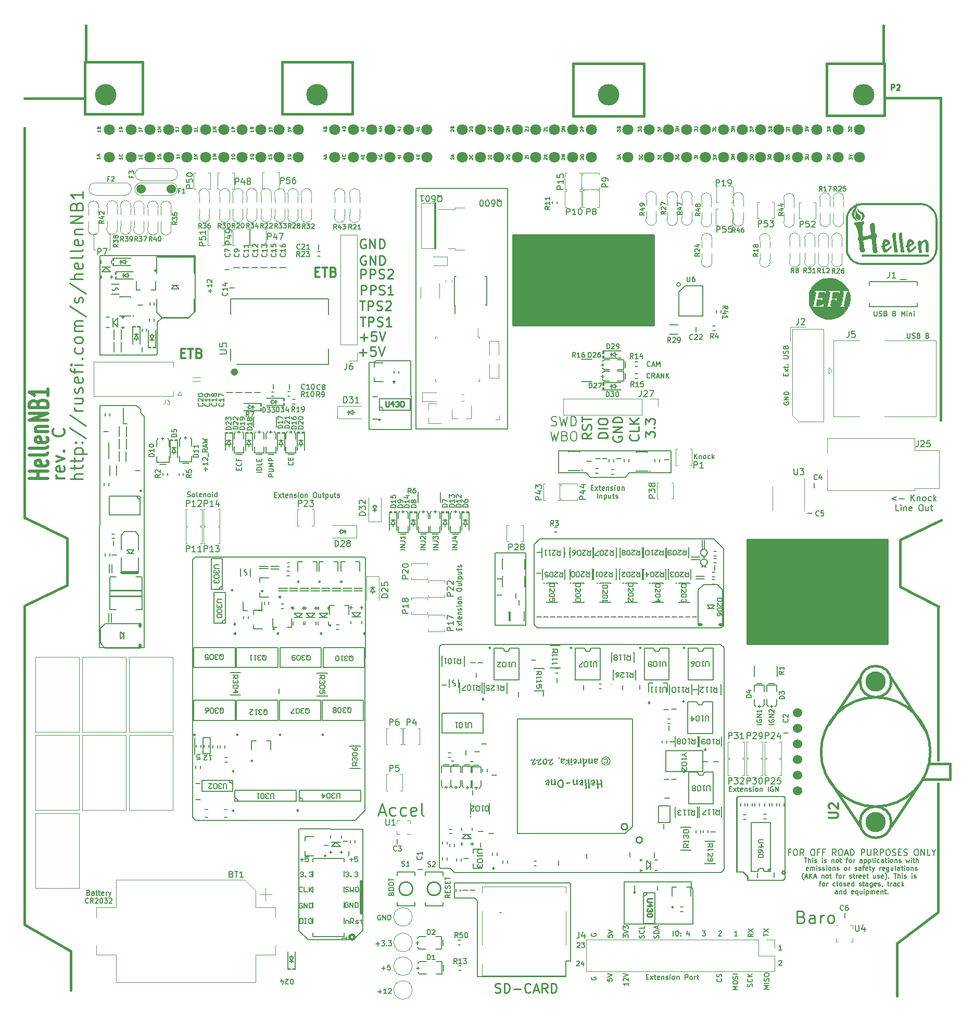
<source format=gto>
G75*
G70*
%OFA0B0*%
%FSLAX25Y25*%
%IPPOS*%
%LPD*%
%AMOC8*
5,1,8,0,0,1.08239X$1,22.5*
%
%ADD10C,0.01969*%
%ADD109C,0.00010*%
%ADD122C,0.00669*%
%ADD137C,0.13780*%
%ADD147C,0.00472*%
%ADD192C,0.00875*%
%ADD202C,0.00787*%
%ADD219C,0.00650*%
%ADD227C,0.01500*%
%ADD235C,0.13000*%
%ADD24C,0.01200*%
%ADD25C,0.02425*%
%ADD253C,0.01000*%
%ADD26C,0.01181*%
%ADD260C,0.00709*%
%ADD265C,0.01968*%
%ADD280C,0.01575*%
%ADD318C,0.00800*%
%ADD327C,0.00500*%
%ADD341C,0.00591*%
%ADD346C,0.00984*%
%ADD358C,0.07087*%
%ADD361C,0.00394*%
%ADD40C,0.00689*%
%ADD46C,0.01476*%
%ADD79C,0.06000*%
%ADD85C,0.00390*%
X0000000Y0000000D02*
%LPD*%
G01*
D227*
X0595129Y0373228D02*
X0595129Y0578761D01*
X0008471Y0579253D02*
X0045916Y0579253D01*
X0035875Y0267618D02*
X0035875Y0297539D01*
X0569046Y0296555D02*
X0569046Y0266634D01*
X0567274Y0038210D02*
X0593258Y0057895D01*
X0595129Y0579745D02*
X0559744Y0579745D01*
X0595424Y0309154D02*
X0569046Y0296555D01*
D346*
X0411447Y0491968D02*
X0321289Y0491968D01*
X0321289Y0491968D02*
X0321289Y0433897D01*
X0321289Y0433897D02*
X0411447Y0433897D01*
X0411447Y0433897D02*
X0411447Y0491968D01*
G36*
X0411447Y0491968D02*
G01*
X0321289Y0491968D01*
X0321289Y0433897D01*
X0411447Y0433897D01*
X0411447Y0491968D01*
G37*
X0561326Y0296970D02*
X0471168Y0296970D01*
X0471168Y0296970D02*
X0471168Y0230041D01*
X0471168Y0230041D02*
X0561326Y0230041D01*
X0561326Y0230041D02*
X0561326Y0296970D01*
G36*
X0561326Y0296970D02*
G01*
X0471168Y0296970D01*
X0471168Y0230041D01*
X0561326Y0230041D01*
X0561326Y0296970D01*
G37*
D227*
X0038196Y0008289D02*
X0038042Y0032698D01*
X0008514Y0310651D02*
X0008514Y0560454D01*
X0569046Y0266634D02*
X0593849Y0254035D01*
X0567329Y0004773D02*
X0567329Y0038407D01*
X0038042Y0033465D02*
X0008514Y0050394D01*
X0035875Y0297539D02*
X0008563Y0310925D01*
X0009497Y0255020D02*
X0035875Y0267618D01*
X0593554Y0155561D02*
X0593554Y0254352D01*
X0008514Y0050415D02*
X0008514Y0254352D01*
X0593554Y0058682D02*
X0593554Y0140600D01*
D122*
X0281156Y0069364D02*
X0279656Y0068314D01*
X0281156Y0067564D02*
X0278006Y0067564D01*
X0278006Y0068764D01*
X0278156Y0069064D01*
X0278306Y0069214D01*
X0278606Y0069364D01*
X0279056Y0069364D01*
X0279356Y0069214D01*
X0279506Y0069064D01*
X0279656Y0068764D01*
X0279656Y0067564D01*
X0279506Y0070714D02*
X0279506Y0071764D01*
X0281156Y0072214D02*
X0281156Y0070714D01*
X0278006Y0070714D01*
X0278006Y0072214D01*
X0281006Y0073413D02*
X0281156Y0073863D01*
X0281156Y0074613D01*
X0281006Y0074913D01*
X0280856Y0075063D01*
X0280556Y0075213D01*
X0280256Y0075213D01*
X0279956Y0075063D01*
X0279806Y0074913D01*
X0279656Y0074613D01*
X0279506Y0074013D01*
X0279356Y0073713D01*
X0279206Y0073563D01*
X0278906Y0073413D01*
X0278606Y0073413D01*
X0278306Y0073563D01*
X0278156Y0073713D01*
X0278006Y0074013D01*
X0278006Y0074763D01*
X0278156Y0075213D01*
X0279506Y0076563D02*
X0279506Y0077613D01*
X0281156Y0078063D02*
X0281156Y0076563D01*
X0278006Y0076563D01*
X0278006Y0078063D01*
X0278006Y0078963D02*
X0278006Y0080762D01*
X0281156Y0079863D02*
X0278006Y0079863D01*
D327*
X0473153Y0558066D02*
X0473153Y0559304D01*
X0473915Y0558637D01*
X0473915Y0558923D01*
X0474010Y0559113D01*
X0474105Y0559208D01*
X0474296Y0559304D01*
X0474772Y0559304D01*
X0474962Y0559208D01*
X0475058Y0559113D01*
X0475153Y0558923D01*
X0475153Y0558351D01*
X0475058Y0558161D01*
X0474962Y0558066D01*
X0475153Y0560161D02*
X0473153Y0560161D01*
X0473153Y0560923D01*
X0473248Y0561113D01*
X0473343Y0561208D01*
X0473534Y0561304D01*
X0473819Y0561304D01*
X0474010Y0561208D01*
X0474105Y0561113D01*
X0474200Y0560923D01*
X0474200Y0560161D01*
D122*
X0237169Y0022434D02*
X0239569Y0022434D01*
X0238369Y0021234D02*
X0238369Y0023634D01*
X0242568Y0024384D02*
X0241069Y0024384D01*
X0240919Y0022884D01*
X0241069Y0023034D01*
X0241369Y0023184D01*
X0242119Y0023184D01*
X0242419Y0023034D01*
X0242568Y0022884D01*
X0242718Y0022584D01*
X0242718Y0021834D01*
X0242568Y0021534D01*
X0242419Y0021384D01*
X0242119Y0021234D01*
X0241369Y0021234D01*
X0241069Y0021384D01*
X0240919Y0021534D01*
D327*
X0414153Y0540161D02*
X0414153Y0541399D01*
X0414915Y0540732D01*
X0414915Y0541018D01*
X0415010Y0541208D01*
X0415105Y0541304D01*
X0415296Y0541399D01*
X0415772Y0541399D01*
X0415962Y0541304D01*
X0416058Y0541208D01*
X0416153Y0541018D01*
X0416153Y0540447D01*
X0416058Y0540256D01*
X0415962Y0540161D01*
X0415105Y0542256D02*
X0415105Y0542923D01*
X0416153Y0543208D02*
X0416153Y0542256D01*
X0414153Y0542256D01*
X0414153Y0543208D01*
X0107318Y0559239D02*
X0107318Y0558096D01*
X0107318Y0558667D02*
X0105318Y0558667D01*
X0105604Y0558477D01*
X0105794Y0558286D01*
X0105890Y0558096D01*
X0105318Y0560667D02*
X0106747Y0560667D01*
X0107032Y0560572D01*
X0107223Y0560382D01*
X0107318Y0560096D01*
X0107318Y0559905D01*
D122*
X0409252Y0407979D02*
X0409102Y0407829D01*
X0408652Y0407679D01*
X0408352Y0407679D01*
X0407902Y0407829D01*
X0407602Y0408129D01*
X0407452Y0408429D01*
X0407302Y0409029D01*
X0407302Y0409479D01*
X0407452Y0410079D01*
X0407602Y0410379D01*
X0407902Y0410679D01*
X0408352Y0410829D01*
X0408652Y0410829D01*
X0409102Y0410679D01*
X0409252Y0410529D01*
X0410452Y0408579D02*
X0411952Y0408579D01*
X0410152Y0407679D02*
X0411202Y0410829D01*
X0412252Y0407679D01*
X0413301Y0407679D02*
X0413301Y0410829D01*
X0414351Y0408579D01*
X0415401Y0410829D01*
X0415401Y0407679D01*
X0475056Y0044372D02*
X0473556Y0043322D01*
X0475056Y0042572D02*
X0471907Y0042572D01*
X0471907Y0043772D01*
X0472057Y0044072D01*
X0472207Y0044222D01*
X0472507Y0044372D01*
X0472957Y0044372D01*
X0473256Y0044222D01*
X0473406Y0044072D01*
X0473556Y0043772D01*
X0473556Y0042572D01*
X0471907Y0045422D02*
X0475056Y0047522D01*
X0471907Y0047522D02*
X0475056Y0045422D01*
D327*
X0179318Y0541453D02*
X0179318Y0540310D01*
X0179318Y0540882D02*
X0177318Y0540882D01*
X0177604Y0540691D01*
X0177794Y0540501D01*
X0177890Y0540310D01*
X0177318Y0542310D02*
X0178937Y0542310D01*
X0179128Y0542405D01*
X0179223Y0542501D01*
X0179318Y0542691D01*
X0179318Y0543072D01*
X0179223Y0543262D01*
X0179128Y0543358D01*
X0178937Y0543453D01*
X0177318Y0543453D01*
D346*
X0223938Y0463983D02*
X0223938Y0469889D01*
X0226188Y0469889D01*
X0226750Y0469608D01*
X0227031Y0469326D01*
X0227313Y0468764D01*
X0227313Y0467920D01*
X0227031Y0467358D01*
X0226750Y0467077D01*
X0226188Y0466795D01*
X0223938Y0466795D01*
X0229844Y0463983D02*
X0229844Y0469889D01*
X0232093Y0469889D01*
X0232656Y0469608D01*
X0232937Y0469326D01*
X0233218Y0468764D01*
X0233218Y0467920D01*
X0232937Y0467358D01*
X0232656Y0467077D01*
X0232093Y0466795D01*
X0229844Y0466795D01*
X0235468Y0464265D02*
X0236311Y0463983D01*
X0237718Y0463983D01*
X0238280Y0464265D01*
X0238561Y0464546D01*
X0238842Y0465108D01*
X0238842Y0465671D01*
X0238561Y0466233D01*
X0238280Y0466514D01*
X0237718Y0466795D01*
X0236593Y0467077D01*
X0236030Y0467358D01*
X0235749Y0467639D01*
X0235468Y0468202D01*
X0235468Y0468764D01*
X0235749Y0469326D01*
X0236030Y0469608D01*
X0236593Y0469889D01*
X0237999Y0469889D01*
X0238842Y0469608D01*
X0241092Y0469326D02*
X0241373Y0469608D01*
X0241936Y0469889D01*
X0243342Y0469889D01*
X0243904Y0469608D01*
X0244185Y0469326D01*
X0244467Y0468764D01*
X0244467Y0468202D01*
X0244185Y0467358D01*
X0240811Y0463983D01*
X0244467Y0463983D01*
D122*
X0573868Y0428911D02*
X0573868Y0426361D01*
X0574018Y0426062D01*
X0574168Y0425912D01*
X0574468Y0425762D01*
X0575068Y0425762D01*
X0575368Y0425912D01*
X0575517Y0426062D01*
X0575667Y0426361D01*
X0575667Y0428911D01*
X0577017Y0425912D02*
X0577467Y0425762D01*
X0578217Y0425762D01*
X0578517Y0425912D01*
X0578667Y0426062D01*
X0578817Y0426361D01*
X0578817Y0426661D01*
X0578667Y0426961D01*
X0578517Y0427111D01*
X0578217Y0427261D01*
X0577617Y0427411D01*
X0577317Y0427561D01*
X0577167Y0427711D01*
X0577017Y0428011D01*
X0577017Y0428311D01*
X0577167Y0428611D01*
X0577317Y0428761D01*
X0577617Y0428911D01*
X0578367Y0428911D01*
X0578817Y0428761D01*
X0581217Y0427411D02*
X0581667Y0427261D01*
X0581817Y0427111D01*
X0581967Y0426811D01*
X0581967Y0426361D01*
X0581817Y0426062D01*
X0581667Y0425912D01*
X0581367Y0425762D01*
X0580167Y0425762D01*
X0580167Y0428911D01*
X0581217Y0428911D01*
X0581517Y0428761D01*
X0581667Y0428611D01*
X0581817Y0428311D01*
X0581817Y0428011D01*
X0581667Y0427711D01*
X0581517Y0427561D01*
X0581217Y0427411D01*
X0580167Y0427411D01*
X0586766Y0427411D02*
X0587216Y0427261D01*
X0587366Y0427111D01*
X0587516Y0426811D01*
X0587516Y0426361D01*
X0587366Y0426062D01*
X0587216Y0425912D01*
X0586916Y0425762D01*
X0585716Y0425762D01*
X0585716Y0428911D01*
X0586766Y0428911D01*
X0587066Y0428761D01*
X0587216Y0428611D01*
X0587366Y0428311D01*
X0587366Y0428011D01*
X0587216Y0427711D01*
X0587066Y0427561D01*
X0586766Y0427411D01*
X0585716Y0427411D01*
D327*
X0167318Y0559239D02*
X0167318Y0558096D01*
X0167318Y0558667D02*
X0165318Y0558667D01*
X0165604Y0558477D01*
X0165794Y0558286D01*
X0165890Y0558096D01*
X0165318Y0559810D02*
X0165318Y0560953D01*
X0167318Y0560382D02*
X0165318Y0560382D01*
X0536153Y0558113D02*
X0536153Y0559351D01*
X0536915Y0558685D01*
X0536915Y0558970D01*
X0537010Y0559161D01*
X0537105Y0559256D01*
X0537296Y0559351D01*
X0537772Y0559351D01*
X0537962Y0559256D01*
X0538058Y0559161D01*
X0538153Y0558970D01*
X0538153Y0558399D01*
X0538058Y0558208D01*
X0537962Y0558113D01*
X0536153Y0560018D02*
X0536153Y0561351D01*
X0538153Y0560018D01*
X0538153Y0561351D01*
D26*
X0034271Y0335827D02*
X0029021Y0335827D01*
X0030521Y0335827D02*
X0029771Y0336202D01*
X0029396Y0336577D01*
X0029021Y0337327D01*
X0029021Y0338076D01*
X0033896Y0343701D02*
X0034271Y0342951D01*
X0034271Y0341451D01*
X0033896Y0340701D01*
X0033146Y0340326D01*
X0030146Y0340326D01*
X0029396Y0340701D01*
X0029021Y0341451D01*
X0029021Y0342951D01*
X0029396Y0343701D01*
X0030146Y0344076D01*
X0030896Y0344076D01*
X0031646Y0340326D01*
X0029021Y0346700D02*
X0034271Y0348575D01*
X0029021Y0350450D01*
X0033521Y0353450D02*
X0033896Y0353825D01*
X0034271Y0353450D01*
X0033896Y0353075D01*
X0033521Y0353450D01*
X0034271Y0353450D01*
X0033521Y0367698D02*
X0033896Y0367323D01*
X0034271Y0366198D01*
X0034271Y0365448D01*
X0033896Y0364323D01*
X0033146Y0363573D01*
X0032396Y0363198D01*
X0030896Y0362823D01*
X0029771Y0362823D01*
X0028271Y0363198D01*
X0027522Y0363573D01*
X0026772Y0364323D01*
X0026397Y0365448D01*
X0026397Y0366198D01*
X0026772Y0367323D01*
X0027147Y0367698D01*
D122*
X0481749Y0042910D02*
X0481749Y0044710D01*
X0484899Y0043810D02*
X0481749Y0043810D01*
X0481749Y0045459D02*
X0484899Y0047559D01*
X0481749Y0047559D02*
X0484899Y0045459D01*
D46*
X0194720Y0468159D02*
X0196688Y0468159D01*
X0197532Y0465066D02*
X0194720Y0465066D01*
X0194720Y0470972D01*
X0197532Y0470972D01*
X0199219Y0470972D02*
X0202594Y0470972D01*
X0200907Y0465066D02*
X0200907Y0470972D01*
X0206531Y0468159D02*
X0207374Y0467878D01*
X0207656Y0467597D01*
X0207937Y0467035D01*
X0207937Y0466191D01*
X0207656Y0465628D01*
X0207374Y0465347D01*
X0206812Y0465066D01*
X0204562Y0465066D01*
X0204562Y0470972D01*
X0206531Y0470972D01*
X0207093Y0470690D01*
X0207374Y0470409D01*
X0207656Y0469847D01*
X0207656Y0469284D01*
X0207374Y0468722D01*
X0207093Y0468441D01*
X0206531Y0468159D01*
X0204562Y0468159D01*
D122*
X0485292Y0009108D02*
X0482143Y0009108D01*
X0484393Y0010158D01*
X0482143Y0011208D01*
X0485292Y0011208D01*
X0485292Y0012707D02*
X0482143Y0012707D01*
X0485142Y0014057D02*
X0485292Y0014507D01*
X0485292Y0015257D01*
X0485142Y0015557D01*
X0484992Y0015707D01*
X0484693Y0015857D01*
X0484393Y0015857D01*
X0484093Y0015707D01*
X0483943Y0015557D01*
X0483793Y0015257D01*
X0483643Y0014657D01*
X0483493Y0014357D01*
X0483343Y0014207D01*
X0483043Y0014057D01*
X0482743Y0014057D01*
X0482443Y0014207D01*
X0482293Y0014357D01*
X0482143Y0014657D01*
X0482143Y0015407D01*
X0482293Y0015857D01*
X0482143Y0017807D02*
X0482143Y0018407D01*
X0482293Y0018707D01*
X0482593Y0019007D01*
X0483193Y0019157D01*
X0484243Y0019157D01*
X0484843Y0019007D01*
X0485142Y0018707D01*
X0485292Y0018407D01*
X0485292Y0017807D01*
X0485142Y0017507D01*
X0484843Y0017207D01*
X0484243Y0017057D01*
X0483193Y0017057D01*
X0482593Y0017207D01*
X0482293Y0017507D01*
X0482143Y0017807D01*
X0285686Y0290210D02*
X0282537Y0290210D01*
X0285686Y0291710D02*
X0282537Y0291710D01*
X0285686Y0293510D01*
X0282537Y0293510D01*
X0282537Y0295909D02*
X0284786Y0295909D01*
X0285236Y0295759D01*
X0285536Y0295459D01*
X0285686Y0295010D01*
X0285686Y0294710D01*
X0283586Y0298759D02*
X0285686Y0298759D01*
X0282387Y0298009D02*
X0284636Y0297259D01*
X0284636Y0299209D01*
D346*
X0309941Y0007080D02*
X0310784Y0006798D01*
X0312190Y0006798D01*
X0312753Y0007080D01*
X0313034Y0007361D01*
X0313315Y0007923D01*
X0313315Y0008486D01*
X0313034Y0009048D01*
X0312753Y0009329D01*
X0312190Y0009610D01*
X0311065Y0009892D01*
X0310503Y0010173D01*
X0310222Y0010454D01*
X0309941Y0011017D01*
X0309941Y0011579D01*
X0310222Y0012141D01*
X0310503Y0012423D01*
X0311065Y0012704D01*
X0312471Y0012704D01*
X0313315Y0012423D01*
X0315846Y0006798D02*
X0315846Y0012704D01*
X0317252Y0012704D01*
X0318096Y0012423D01*
X0318658Y0011860D01*
X0318939Y0011298D01*
X0319221Y0010173D01*
X0319221Y0009329D01*
X0318939Y0008204D01*
X0318658Y0007642D01*
X0318096Y0007080D01*
X0317252Y0006798D01*
X0315846Y0006798D01*
X0321752Y0009048D02*
X0326251Y0009048D01*
X0332438Y0007361D02*
X0332157Y0007080D01*
X0331313Y0006798D01*
X0330750Y0006798D01*
X0329907Y0007080D01*
X0329344Y0007642D01*
X0329063Y0008204D01*
X0328782Y0009329D01*
X0328782Y0010173D01*
X0329063Y0011298D01*
X0329344Y0011860D01*
X0329907Y0012423D01*
X0330750Y0012704D01*
X0331313Y0012704D01*
X0332157Y0012423D01*
X0332438Y0012141D01*
X0334687Y0008486D02*
X0337500Y0008486D01*
X0334125Y0006798D02*
X0336094Y0012704D01*
X0338062Y0006798D01*
X0343405Y0006798D02*
X0341437Y0009610D01*
X0340031Y0006798D02*
X0340031Y0012704D01*
X0342280Y0012704D01*
X0342843Y0012423D01*
X0343124Y0012141D01*
X0343405Y0011579D01*
X0343405Y0010735D01*
X0343124Y0010173D01*
X0342843Y0009892D01*
X0342280Y0009610D01*
X0340031Y0009610D01*
X0345936Y0006798D02*
X0345936Y0012704D01*
X0347342Y0012704D01*
X0348186Y0012423D01*
X0348748Y0011860D01*
X0349029Y0011298D01*
X0349311Y0010173D01*
X0349311Y0009329D01*
X0349029Y0008204D01*
X0348748Y0007642D01*
X0348186Y0007080D01*
X0347342Y0006798D01*
X0345936Y0006798D01*
D327*
X0388153Y0540208D02*
X0388153Y0541447D01*
X0388915Y0540780D01*
X0388915Y0541066D01*
X0389010Y0541256D01*
X0389105Y0541351D01*
X0389296Y0541447D01*
X0389772Y0541447D01*
X0389962Y0541351D01*
X0390058Y0541256D01*
X0390153Y0541066D01*
X0390153Y0540494D01*
X0390058Y0540304D01*
X0389962Y0540208D01*
X0389581Y0542208D02*
X0389581Y0543161D01*
X0390153Y0542018D02*
X0388153Y0542685D01*
X0390153Y0543351D01*
X0414153Y0558208D02*
X0414153Y0559447D01*
X0414915Y0558780D01*
X0414915Y0559066D01*
X0415010Y0559256D01*
X0415105Y0559351D01*
X0415296Y0559447D01*
X0415772Y0559447D01*
X0415962Y0559351D01*
X0416058Y0559256D01*
X0416153Y0559066D01*
X0416153Y0558494D01*
X0416058Y0558304D01*
X0415962Y0558208D01*
X0415105Y0560970D02*
X0415105Y0560304D01*
X0416153Y0560304D02*
X0414153Y0560304D01*
X0414153Y0561256D01*
X0484653Y0540018D02*
X0484653Y0541256D01*
X0485415Y0540589D01*
X0485415Y0540875D01*
X0485510Y0541066D01*
X0485605Y0541161D01*
X0485796Y0541256D01*
X0486272Y0541256D01*
X0486462Y0541161D01*
X0486558Y0541066D01*
X0486653Y0540875D01*
X0486653Y0540304D01*
X0486558Y0540113D01*
X0486462Y0540018D01*
X0486843Y0543447D02*
X0486748Y0543256D01*
X0486558Y0543066D01*
X0486272Y0542780D01*
X0486177Y0542589D01*
X0486177Y0542399D01*
X0486653Y0542494D02*
X0486558Y0542304D01*
X0486367Y0542113D01*
X0485986Y0542018D01*
X0485319Y0542018D01*
X0484939Y0542113D01*
X0484748Y0542304D01*
X0484653Y0542494D01*
X0484653Y0542875D01*
X0484748Y0543066D01*
X0484939Y0543256D01*
X0485319Y0543351D01*
X0485986Y0543351D01*
X0486367Y0543256D01*
X0486558Y0543066D01*
X0486653Y0542875D01*
X0486653Y0542494D01*
X0449653Y0540066D02*
X0449653Y0541304D01*
X0450415Y0540637D01*
X0450415Y0540923D01*
X0450510Y0541113D01*
X0450605Y0541208D01*
X0450796Y0541304D01*
X0451272Y0541304D01*
X0451462Y0541208D01*
X0451558Y0541113D01*
X0451653Y0540923D01*
X0451653Y0540351D01*
X0451558Y0540161D01*
X0451462Y0540066D01*
X0451653Y0542161D02*
X0449653Y0542161D01*
X0451653Y0543304D02*
X0450510Y0542447D01*
X0449653Y0543304D02*
X0450796Y0542161D01*
D341*
X0566990Y0324190D02*
X0563990Y0323065D01*
X0566990Y0321940D01*
X0568490Y0322878D02*
X0571864Y0322878D01*
X0576364Y0321565D02*
X0576364Y0325502D01*
X0578614Y0321565D02*
X0576926Y0323815D01*
X0578614Y0325502D02*
X0576364Y0323253D01*
X0580301Y0324190D02*
X0580301Y0321565D01*
X0580301Y0323815D02*
X0580488Y0324003D01*
X0580863Y0324190D01*
X0581426Y0324190D01*
X0581801Y0324003D01*
X0581988Y0323628D01*
X0581988Y0321565D01*
X0584425Y0321565D02*
X0584050Y0321753D01*
X0583863Y0321940D01*
X0583675Y0322315D01*
X0583675Y0323440D01*
X0583863Y0323815D01*
X0584050Y0324003D01*
X0584425Y0324190D01*
X0584988Y0324190D01*
X0585363Y0324003D01*
X0585550Y0323815D01*
X0585738Y0323440D01*
X0585738Y0322315D01*
X0585550Y0321940D01*
X0585363Y0321753D01*
X0584988Y0321565D01*
X0584425Y0321565D01*
X0589112Y0321753D02*
X0588737Y0321565D01*
X0587987Y0321565D01*
X0587612Y0321753D01*
X0587425Y0321940D01*
X0587238Y0322315D01*
X0587238Y0323440D01*
X0587425Y0323815D01*
X0587612Y0324003D01*
X0587987Y0324190D01*
X0588737Y0324190D01*
X0589112Y0324003D01*
X0590800Y0321565D02*
X0590800Y0325502D01*
X0591175Y0323065D02*
X0592299Y0321565D01*
X0592299Y0324190D02*
X0590800Y0322690D01*
X0568396Y0315227D02*
X0566521Y0315227D01*
X0566521Y0319164D01*
X0569708Y0315227D02*
X0569708Y0317852D01*
X0569708Y0319164D02*
X0569521Y0318976D01*
X0569708Y0318789D01*
X0569896Y0318976D01*
X0569708Y0319164D01*
X0569708Y0318789D01*
X0571583Y0317852D02*
X0571583Y0315227D01*
X0571583Y0317477D02*
X0571771Y0317664D01*
X0572146Y0317852D01*
X0572708Y0317852D01*
X0573083Y0317664D01*
X0573271Y0317289D01*
X0573271Y0315227D01*
X0576645Y0315414D02*
X0576270Y0315227D01*
X0575520Y0315227D01*
X0575145Y0315414D01*
X0574958Y0315789D01*
X0574958Y0317289D01*
X0575145Y0317664D01*
X0575520Y0317852D01*
X0576270Y0317852D01*
X0576645Y0317664D01*
X0576833Y0317289D01*
X0576833Y0316914D01*
X0574958Y0316539D01*
X0582269Y0319164D02*
X0583019Y0319164D01*
X0583394Y0318976D01*
X0583769Y0318601D01*
X0583957Y0317852D01*
X0583957Y0316539D01*
X0583769Y0315789D01*
X0583394Y0315414D01*
X0583019Y0315227D01*
X0582269Y0315227D01*
X0581894Y0315414D01*
X0581519Y0315789D01*
X0581332Y0316539D01*
X0581332Y0317852D01*
X0581519Y0318601D01*
X0581894Y0318976D01*
X0582269Y0319164D01*
X0587331Y0317852D02*
X0587331Y0315227D01*
X0585644Y0317852D02*
X0585644Y0315789D01*
X0585831Y0315414D01*
X0586206Y0315227D01*
X0586769Y0315227D01*
X0587144Y0315414D01*
X0587331Y0315602D01*
X0588644Y0317852D02*
X0590143Y0317852D01*
X0589206Y0319164D02*
X0589206Y0315789D01*
X0589394Y0315414D01*
X0589768Y0315227D01*
X0590143Y0315227D01*
D122*
X0168679Y0325443D02*
X0169729Y0325443D01*
X0170179Y0323793D02*
X0168679Y0323793D01*
X0168679Y0326943D01*
X0170179Y0326943D01*
X0171229Y0323793D02*
X0172879Y0325893D01*
X0171229Y0325893D02*
X0172879Y0323793D01*
X0173629Y0325893D02*
X0174829Y0325893D01*
X0174079Y0326943D02*
X0174079Y0324243D01*
X0174229Y0323943D01*
X0174529Y0323793D01*
X0174829Y0323793D01*
X0177078Y0323943D02*
X0176778Y0323793D01*
X0176178Y0323793D01*
X0175878Y0323943D01*
X0175728Y0324243D01*
X0175728Y0325443D01*
X0175878Y0325743D01*
X0176178Y0325893D01*
X0176778Y0325893D01*
X0177078Y0325743D01*
X0177228Y0325443D01*
X0177228Y0325143D01*
X0175728Y0324843D01*
X0178578Y0325893D02*
X0178578Y0323793D01*
X0178578Y0325593D02*
X0178728Y0325743D01*
X0179028Y0325893D01*
X0179478Y0325893D01*
X0179778Y0325743D01*
X0179928Y0325443D01*
X0179928Y0323793D01*
X0181278Y0323943D02*
X0181578Y0323793D01*
X0182178Y0323793D01*
X0182478Y0323943D01*
X0182628Y0324243D01*
X0182628Y0324393D01*
X0182478Y0324693D01*
X0182178Y0324843D01*
X0181728Y0324843D01*
X0181428Y0324993D01*
X0181278Y0325293D01*
X0181278Y0325443D01*
X0181428Y0325743D01*
X0181728Y0325893D01*
X0182178Y0325893D01*
X0182478Y0325743D01*
X0183977Y0323793D02*
X0183977Y0325893D01*
X0183977Y0326943D02*
X0183827Y0326793D01*
X0183977Y0326643D01*
X0184127Y0326793D01*
X0183977Y0326943D01*
X0183977Y0326643D01*
X0185927Y0323793D02*
X0185627Y0323943D01*
X0185477Y0324093D01*
X0185327Y0324393D01*
X0185327Y0325293D01*
X0185477Y0325593D01*
X0185627Y0325743D01*
X0185927Y0325893D01*
X0186377Y0325893D01*
X0186677Y0325743D01*
X0186827Y0325593D01*
X0186977Y0325293D01*
X0186977Y0324393D01*
X0186827Y0324093D01*
X0186677Y0323943D01*
X0186377Y0323793D01*
X0185927Y0323793D01*
X0188327Y0325893D02*
X0188327Y0323793D01*
X0188327Y0325593D02*
X0188477Y0325743D01*
X0188777Y0325893D01*
X0189227Y0325893D01*
X0189527Y0325743D01*
X0189677Y0325443D01*
X0189677Y0323793D01*
X0194176Y0326943D02*
X0194776Y0326943D01*
X0195076Y0326793D01*
X0195376Y0326493D01*
X0195526Y0325893D01*
X0195526Y0324843D01*
X0195376Y0324243D01*
X0195076Y0323943D01*
X0194776Y0323793D01*
X0194176Y0323793D01*
X0193876Y0323943D01*
X0193576Y0324243D01*
X0193426Y0324843D01*
X0193426Y0325893D01*
X0193576Y0326493D01*
X0193876Y0326793D01*
X0194176Y0326943D01*
X0198226Y0325893D02*
X0198226Y0323793D01*
X0196876Y0325893D02*
X0196876Y0324243D01*
X0197026Y0323943D01*
X0197326Y0323793D01*
X0197776Y0323793D01*
X0198076Y0323943D01*
X0198226Y0324093D01*
X0199275Y0325893D02*
X0200475Y0325893D01*
X0199725Y0326943D02*
X0199725Y0324243D01*
X0199875Y0323943D01*
X0200175Y0323793D01*
X0200475Y0323793D01*
X0201525Y0325893D02*
X0201525Y0322743D01*
X0201525Y0325743D02*
X0201825Y0325893D01*
X0202425Y0325893D01*
X0202725Y0325743D01*
X0202875Y0325593D01*
X0203025Y0325293D01*
X0203025Y0324393D01*
X0202875Y0324093D01*
X0202725Y0323943D01*
X0202425Y0323793D01*
X0201825Y0323793D01*
X0201525Y0323943D01*
X0205725Y0325893D02*
X0205725Y0323793D01*
X0204375Y0325893D02*
X0204375Y0324243D01*
X0204525Y0323943D01*
X0204825Y0323793D01*
X0205275Y0323793D01*
X0205575Y0323943D01*
X0205725Y0324093D01*
X0206775Y0325893D02*
X0207974Y0325893D01*
X0207224Y0326943D02*
X0207224Y0324243D01*
X0207374Y0323943D01*
X0207674Y0323793D01*
X0207974Y0323793D01*
X0208874Y0323943D02*
X0209174Y0323793D01*
X0209774Y0323793D01*
X0210074Y0323943D01*
X0210224Y0324243D01*
X0210224Y0324393D01*
X0210074Y0324693D01*
X0209774Y0324843D01*
X0209324Y0324843D01*
X0209024Y0324993D01*
X0208874Y0325293D01*
X0208874Y0325443D01*
X0209024Y0325743D01*
X0209324Y0325893D01*
X0209774Y0325893D01*
X0210074Y0325743D01*
D327*
X0305843Y0558304D02*
X0305748Y0558399D01*
X0305653Y0558589D01*
X0305653Y0559066D01*
X0305748Y0559256D01*
X0305843Y0559351D01*
X0306034Y0559447D01*
X0306224Y0559447D01*
X0306510Y0559351D01*
X0307653Y0558208D01*
X0307653Y0559447D01*
X0306605Y0560970D02*
X0306605Y0560304D01*
X0307653Y0560304D02*
X0305653Y0560304D01*
X0305653Y0561256D01*
D122*
X0286790Y0238969D02*
X0286790Y0240019D01*
X0288439Y0240469D02*
X0288439Y0238969D01*
X0285290Y0238969D01*
X0285290Y0240469D01*
X0288439Y0241519D02*
X0286340Y0243169D01*
X0286340Y0241519D02*
X0288439Y0243169D01*
X0286340Y0243919D02*
X0286340Y0245119D01*
X0285290Y0244369D02*
X0287989Y0244369D01*
X0288289Y0244519D01*
X0288439Y0244819D01*
X0288439Y0245119D01*
X0288289Y0247368D02*
X0288439Y0247068D01*
X0288439Y0246468D01*
X0288289Y0246168D01*
X0287989Y0246018D01*
X0286790Y0246018D01*
X0286490Y0246168D01*
X0286340Y0246468D01*
X0286340Y0247068D01*
X0286490Y0247368D01*
X0286790Y0247518D01*
X0287089Y0247518D01*
X0287389Y0246018D01*
X0286340Y0248868D02*
X0288439Y0248868D01*
X0286640Y0248868D02*
X0286490Y0249018D01*
X0286340Y0249318D01*
X0286340Y0249768D01*
X0286490Y0250068D01*
X0286790Y0250218D01*
X0288439Y0250218D01*
X0288289Y0251568D02*
X0288439Y0251868D01*
X0288439Y0252468D01*
X0288289Y0252768D01*
X0287989Y0252918D01*
X0287839Y0252918D01*
X0287539Y0252768D01*
X0287389Y0252468D01*
X0287389Y0252018D01*
X0287239Y0251718D01*
X0286939Y0251568D01*
X0286790Y0251568D01*
X0286490Y0251718D01*
X0286340Y0252018D01*
X0286340Y0252468D01*
X0286490Y0252768D01*
X0288439Y0254267D02*
X0286340Y0254267D01*
X0285290Y0254267D02*
X0285440Y0254117D01*
X0285590Y0254267D01*
X0285440Y0254417D01*
X0285290Y0254267D01*
X0285590Y0254267D01*
X0288439Y0256217D02*
X0288289Y0255917D01*
X0288139Y0255767D01*
X0287839Y0255617D01*
X0286939Y0255617D01*
X0286640Y0255767D01*
X0286490Y0255917D01*
X0286340Y0256217D01*
X0286340Y0256667D01*
X0286490Y0256967D01*
X0286640Y0257117D01*
X0286939Y0257267D01*
X0287839Y0257267D01*
X0288139Y0257117D01*
X0288289Y0256967D01*
X0288439Y0256667D01*
X0288439Y0256217D01*
X0286340Y0258617D02*
X0288439Y0258617D01*
X0286640Y0258617D02*
X0286490Y0258767D01*
X0286340Y0259067D01*
X0286340Y0259517D01*
X0286490Y0259817D01*
X0286790Y0259967D01*
X0288439Y0259967D01*
X0285290Y0264466D02*
X0285290Y0265066D01*
X0285440Y0265366D01*
X0285740Y0265666D01*
X0286340Y0265816D01*
X0287389Y0265816D01*
X0287989Y0265666D01*
X0288289Y0265366D01*
X0288439Y0265066D01*
X0288439Y0264466D01*
X0288289Y0264166D01*
X0287989Y0263866D01*
X0287389Y0263716D01*
X0286340Y0263716D01*
X0285740Y0263866D01*
X0285440Y0264166D01*
X0285290Y0264466D01*
X0286340Y0268516D02*
X0288439Y0268516D01*
X0286340Y0267166D02*
X0287989Y0267166D01*
X0288289Y0267316D01*
X0288439Y0267616D01*
X0288439Y0268066D01*
X0288289Y0268366D01*
X0288139Y0268516D01*
X0286340Y0269565D02*
X0286340Y0270765D01*
X0285290Y0270015D02*
X0287989Y0270015D01*
X0288289Y0270165D01*
X0288439Y0270465D01*
X0288439Y0270765D01*
X0286340Y0271815D02*
X0289489Y0271815D01*
X0286490Y0271815D02*
X0286340Y0272115D01*
X0286340Y0272715D01*
X0286490Y0273015D01*
X0286640Y0273165D01*
X0286939Y0273315D01*
X0287839Y0273315D01*
X0288139Y0273165D01*
X0288289Y0273015D01*
X0288439Y0272715D01*
X0288439Y0272115D01*
X0288289Y0271815D01*
X0286340Y0276015D02*
X0288439Y0276015D01*
X0286340Y0274665D02*
X0287989Y0274665D01*
X0288289Y0274815D01*
X0288439Y0275115D01*
X0288439Y0275565D01*
X0288289Y0275865D01*
X0288139Y0276015D01*
X0286340Y0277065D02*
X0286340Y0278264D01*
X0285290Y0277514D02*
X0287989Y0277514D01*
X0288289Y0277664D01*
X0288439Y0277964D01*
X0288439Y0278264D01*
X0288289Y0279164D02*
X0288439Y0279464D01*
X0288439Y0280064D01*
X0288289Y0280364D01*
X0287989Y0280514D01*
X0287839Y0280514D01*
X0287539Y0280364D01*
X0287389Y0280064D01*
X0287389Y0279614D01*
X0287239Y0279314D01*
X0286939Y0279164D01*
X0286790Y0279164D01*
X0286490Y0279314D01*
X0286340Y0279614D01*
X0286340Y0280064D01*
X0286490Y0280364D01*
X0454678Y0015632D02*
X0454828Y0015482D01*
X0454977Y0015032D01*
X0454977Y0014732D01*
X0454828Y0014282D01*
X0454528Y0013982D01*
X0454228Y0013832D01*
X0453628Y0013682D01*
X0453178Y0013682D01*
X0452578Y0013832D01*
X0452278Y0013982D01*
X0451978Y0014282D01*
X0451828Y0014732D01*
X0451828Y0015032D01*
X0451978Y0015482D01*
X0452128Y0015632D01*
X0454828Y0016832D02*
X0454977Y0017282D01*
X0454977Y0018032D01*
X0454828Y0018332D01*
X0454678Y0018482D01*
X0454378Y0018632D01*
X0454078Y0018632D01*
X0453778Y0018482D01*
X0453628Y0018332D01*
X0453478Y0018032D01*
X0453328Y0017432D01*
X0453178Y0017132D01*
X0453028Y0016982D01*
X0452728Y0016832D01*
X0452428Y0016832D01*
X0452128Y0016982D01*
X0451978Y0017132D01*
X0451828Y0017432D01*
X0451828Y0018182D01*
X0451978Y0018632D01*
D346*
X0223615Y0426272D02*
X0228114Y0426272D01*
X0225864Y0424023D02*
X0225864Y0428522D01*
X0233738Y0429928D02*
X0230926Y0429928D01*
X0230645Y0427116D01*
X0230926Y0427397D01*
X0231489Y0427679D01*
X0232895Y0427679D01*
X0233457Y0427397D01*
X0233738Y0427116D01*
X0234020Y0426554D01*
X0234020Y0425148D01*
X0233738Y0424585D01*
X0233457Y0424304D01*
X0232895Y0424023D01*
X0231489Y0424023D01*
X0230926Y0424304D01*
X0230645Y0424585D01*
X0235707Y0429928D02*
X0237675Y0424023D01*
X0239644Y0429928D01*
D122*
X0437408Y0348596D02*
X0437408Y0351746D01*
X0439208Y0348596D02*
X0437858Y0350396D01*
X0439208Y0351746D02*
X0437408Y0349946D01*
X0440558Y0350696D02*
X0440558Y0348596D01*
X0440558Y0350396D02*
X0440708Y0350546D01*
X0441008Y0350696D01*
X0441458Y0350696D01*
X0441758Y0350546D01*
X0441908Y0350246D01*
X0441908Y0348596D01*
X0443857Y0348596D02*
X0443557Y0348746D01*
X0443407Y0348896D01*
X0443257Y0349196D01*
X0443257Y0350096D01*
X0443407Y0350396D01*
X0443557Y0350546D01*
X0443857Y0350696D01*
X0444307Y0350696D01*
X0444607Y0350546D01*
X0444757Y0350396D01*
X0444907Y0350096D01*
X0444907Y0349196D01*
X0444757Y0348896D01*
X0444607Y0348746D01*
X0444307Y0348596D01*
X0443857Y0348596D01*
X0447607Y0348746D02*
X0447307Y0348596D01*
X0446707Y0348596D01*
X0446407Y0348746D01*
X0446257Y0348896D01*
X0446107Y0349196D01*
X0446107Y0350096D01*
X0446257Y0350396D01*
X0446407Y0350546D01*
X0446707Y0350696D01*
X0447307Y0350696D01*
X0447607Y0350546D01*
X0448957Y0348596D02*
X0448957Y0351746D01*
X0449257Y0349796D02*
X0450157Y0348596D01*
X0450157Y0350696D02*
X0448957Y0349496D01*
X0160489Y0339869D02*
X0157340Y0339869D01*
X0160489Y0341369D02*
X0157340Y0341369D01*
X0157340Y0342119D01*
X0157490Y0342569D01*
X0157790Y0342868D01*
X0158090Y0343018D01*
X0158690Y0343168D01*
X0159139Y0343168D01*
X0159739Y0343018D01*
X0160039Y0342868D01*
X0160339Y0342569D01*
X0160489Y0342119D01*
X0160489Y0341369D01*
X0160489Y0346018D02*
X0160489Y0344518D01*
X0157340Y0344518D01*
X0158840Y0347068D02*
X0158840Y0348118D01*
X0160489Y0348568D02*
X0160489Y0347068D01*
X0157340Y0347068D01*
X0157340Y0348568D01*
D327*
X0496653Y0558304D02*
X0496653Y0559542D01*
X0497415Y0558875D01*
X0497415Y0559161D01*
X0497510Y0559351D01*
X0497605Y0559447D01*
X0497796Y0559542D01*
X0498272Y0559542D01*
X0498462Y0559447D01*
X0498558Y0559351D01*
X0498653Y0559161D01*
X0498653Y0558589D01*
X0498558Y0558399D01*
X0498462Y0558304D01*
X0496653Y0560113D02*
X0496653Y0561256D01*
X0498653Y0560685D02*
X0496653Y0560685D01*
X0260300Y0559304D02*
X0261633Y0559304D01*
X0259538Y0558828D02*
X0260966Y0558351D01*
X0260966Y0559589D01*
X0261633Y0561304D02*
X0261633Y0560351D01*
X0259633Y0560351D01*
X0119318Y0559191D02*
X0119318Y0558048D01*
X0119318Y0558620D02*
X0117318Y0558620D01*
X0117604Y0558429D01*
X0117794Y0558239D01*
X0117890Y0558048D01*
X0119318Y0561001D02*
X0119318Y0560048D01*
X0117318Y0560048D01*
D122*
X0252222Y0290210D02*
X0249072Y0290210D01*
X0252222Y0291710D02*
X0249072Y0291710D01*
X0252222Y0293510D01*
X0249072Y0293510D01*
X0249072Y0295909D02*
X0251322Y0295909D01*
X0251772Y0295759D01*
X0252072Y0295459D01*
X0252222Y0295010D01*
X0252222Y0294710D01*
X0252222Y0299059D02*
X0252222Y0297259D01*
X0252222Y0298159D02*
X0249072Y0298159D01*
X0249522Y0297859D01*
X0249822Y0297559D01*
X0249972Y0297259D01*
X0273481Y0290210D02*
X0270332Y0290210D01*
X0273481Y0291710D02*
X0270332Y0291710D01*
X0273481Y0293510D01*
X0270332Y0293510D01*
X0270332Y0295909D02*
X0272582Y0295909D01*
X0273031Y0295759D01*
X0273331Y0295459D01*
X0273481Y0295010D01*
X0273481Y0294710D01*
X0270332Y0297109D02*
X0270332Y0299059D01*
X0271532Y0298009D01*
X0271532Y0298459D01*
X0271682Y0298759D01*
X0271832Y0298909D01*
X0272132Y0299059D01*
X0272882Y0299059D01*
X0273181Y0298909D01*
X0273331Y0298759D01*
X0273481Y0298459D01*
X0273481Y0297559D01*
X0273331Y0297259D01*
X0273181Y0297109D01*
X0493395Y0034057D02*
X0491596Y0034057D01*
X0492495Y0034057D02*
X0492495Y0037207D01*
X0492195Y0036757D01*
X0491895Y0036457D01*
X0491596Y0036307D01*
D327*
X0437653Y0558304D02*
X0437653Y0559542D01*
X0438415Y0558875D01*
X0438415Y0559161D01*
X0438510Y0559351D01*
X0438605Y0559447D01*
X0438796Y0559542D01*
X0439272Y0559542D01*
X0439462Y0559447D01*
X0439558Y0559351D01*
X0439653Y0559161D01*
X0439653Y0558589D01*
X0439558Y0558399D01*
X0439462Y0558304D01*
X0437653Y0560970D02*
X0439081Y0560970D01*
X0439367Y0560875D01*
X0439558Y0560685D01*
X0439653Y0560399D01*
X0439653Y0560208D01*
D122*
X0049585Y0070793D02*
X0050035Y0070643D01*
X0050185Y0070493D01*
X0050335Y0070193D01*
X0050335Y0069743D01*
X0050185Y0069443D01*
X0050035Y0069293D01*
X0049735Y0069143D01*
X0048535Y0069143D01*
X0048535Y0072293D01*
X0049585Y0072293D01*
X0049885Y0072143D01*
X0050035Y0071993D01*
X0050185Y0071693D01*
X0050185Y0071393D01*
X0050035Y0071093D01*
X0049885Y0070943D01*
X0049585Y0070793D01*
X0048535Y0070793D01*
X0053034Y0069143D02*
X0053034Y0070793D01*
X0052884Y0071093D01*
X0052584Y0071243D01*
X0051984Y0071243D01*
X0051685Y0071093D01*
X0053034Y0069293D02*
X0052734Y0069143D01*
X0051984Y0069143D01*
X0051685Y0069293D01*
X0051535Y0069593D01*
X0051535Y0069893D01*
X0051685Y0070193D01*
X0051984Y0070343D01*
X0052734Y0070343D01*
X0053034Y0070493D01*
X0054084Y0071243D02*
X0055284Y0071243D01*
X0054534Y0072293D02*
X0054534Y0069593D01*
X0054684Y0069293D01*
X0054984Y0069143D01*
X0055284Y0069143D01*
X0055884Y0071243D02*
X0057084Y0071243D01*
X0056334Y0072293D02*
X0056334Y0069593D01*
X0056484Y0069293D01*
X0056784Y0069143D01*
X0057084Y0069143D01*
X0059334Y0069293D02*
X0059034Y0069143D01*
X0058434Y0069143D01*
X0058134Y0069293D01*
X0057984Y0069593D01*
X0057984Y0070793D01*
X0058134Y0071093D01*
X0058434Y0071243D01*
X0059034Y0071243D01*
X0059334Y0071093D01*
X0059484Y0070793D01*
X0059484Y0070493D01*
X0057984Y0070193D01*
X0060833Y0069143D02*
X0060833Y0071243D01*
X0060833Y0070643D02*
X0060983Y0070943D01*
X0061133Y0071093D01*
X0061433Y0071243D01*
X0061733Y0071243D01*
X0062483Y0071243D02*
X0063233Y0069143D01*
X0063983Y0071243D02*
X0063233Y0069143D01*
X0062933Y0068394D01*
X0062783Y0068244D01*
X0062483Y0068094D01*
X0049510Y0064373D02*
X0049360Y0064223D01*
X0048910Y0064073D01*
X0048610Y0064073D01*
X0048160Y0064223D01*
X0047860Y0064523D01*
X0047710Y0064822D01*
X0047560Y0065422D01*
X0047560Y0065872D01*
X0047710Y0066472D01*
X0047860Y0066772D01*
X0048160Y0067072D01*
X0048610Y0067222D01*
X0048910Y0067222D01*
X0049360Y0067072D01*
X0049510Y0066922D01*
X0052659Y0064073D02*
X0051610Y0065572D01*
X0050860Y0064073D02*
X0050860Y0067222D01*
X0052059Y0067222D01*
X0052359Y0067072D01*
X0052509Y0066922D01*
X0052659Y0066622D01*
X0052659Y0066172D01*
X0052509Y0065872D01*
X0052359Y0065722D01*
X0052059Y0065572D01*
X0050860Y0065572D01*
X0053859Y0066922D02*
X0054009Y0067072D01*
X0054309Y0067222D01*
X0055059Y0067222D01*
X0055359Y0067072D01*
X0055509Y0066922D01*
X0055659Y0066622D01*
X0055659Y0066322D01*
X0055509Y0065872D01*
X0053709Y0064073D01*
X0055659Y0064073D01*
X0057609Y0067222D02*
X0057909Y0067222D01*
X0058209Y0067072D01*
X0058359Y0066922D01*
X0058509Y0066622D01*
X0058659Y0066022D01*
X0058659Y0065272D01*
X0058509Y0064673D01*
X0058359Y0064373D01*
X0058209Y0064223D01*
X0057909Y0064073D01*
X0057609Y0064073D01*
X0057309Y0064223D01*
X0057159Y0064373D01*
X0057009Y0064673D01*
X0056859Y0065272D01*
X0056859Y0066022D01*
X0057009Y0066622D01*
X0057159Y0066922D01*
X0057309Y0067072D01*
X0057609Y0067222D01*
X0059709Y0067222D02*
X0061658Y0067222D01*
X0060608Y0066022D01*
X0061058Y0066022D01*
X0061358Y0065872D01*
X0061508Y0065722D01*
X0061658Y0065422D01*
X0061658Y0064673D01*
X0061508Y0064373D01*
X0061358Y0064223D01*
X0061058Y0064073D01*
X0060158Y0064073D01*
X0059859Y0064223D01*
X0059709Y0064373D01*
X0062858Y0066922D02*
X0063008Y0067072D01*
X0063308Y0067222D01*
X0064058Y0067222D01*
X0064358Y0067072D01*
X0064508Y0066922D01*
X0064658Y0066622D01*
X0064658Y0066322D01*
X0064508Y0065872D01*
X0062708Y0064073D01*
X0064658Y0064073D01*
D327*
X0200759Y0559048D02*
X0202092Y0559048D01*
X0199997Y0558571D02*
X0201426Y0558095D01*
X0201426Y0559333D01*
X0201045Y0560762D02*
X0201140Y0561048D01*
X0201235Y0561143D01*
X0201426Y0561238D01*
X0201712Y0561238D01*
X0201902Y0561143D01*
X0201997Y0561048D01*
X0202092Y0560857D01*
X0202092Y0560095D01*
X0200092Y0560095D01*
X0200092Y0560762D01*
X0200188Y0560952D01*
X0200283Y0561048D01*
X0200473Y0561143D01*
X0200664Y0561143D01*
X0200854Y0561048D01*
X0200950Y0560952D01*
X0201045Y0560762D01*
X0201045Y0560095D01*
D122*
X0488442Y0178395D02*
X0485292Y0178395D01*
X0485442Y0181545D02*
X0485292Y0181245D01*
X0485292Y0180795D01*
X0485442Y0180345D01*
X0485742Y0180045D01*
X0486042Y0179895D01*
X0486642Y0179745D01*
X0487092Y0179745D01*
X0487692Y0179895D01*
X0487992Y0180045D01*
X0488292Y0180345D01*
X0488442Y0180795D01*
X0488442Y0181095D01*
X0488292Y0181545D01*
X0488142Y0181695D01*
X0487092Y0181695D01*
X0487092Y0181095D01*
X0488442Y0183045D02*
X0485292Y0183045D01*
X0488442Y0184844D01*
X0485292Y0184844D01*
X0485592Y0186194D02*
X0485442Y0186344D01*
X0485292Y0186644D01*
X0485292Y0187394D01*
X0485442Y0187694D01*
X0485592Y0187844D01*
X0485892Y0187994D01*
X0486192Y0187994D01*
X0486642Y0187844D01*
X0488442Y0186044D01*
X0488442Y0187994D01*
D327*
X0119318Y0541501D02*
X0119318Y0540358D01*
X0119318Y0540929D02*
X0117318Y0540929D01*
X0117604Y0540739D01*
X0117794Y0540548D01*
X0117890Y0540358D01*
X0119318Y0542358D02*
X0117318Y0542358D01*
X0119318Y0543501D02*
X0118175Y0542643D01*
X0117318Y0543501D02*
X0118461Y0542358D01*
D346*
X0223024Y0416725D02*
X0227523Y0416725D01*
X0225274Y0414475D02*
X0225274Y0418975D01*
X0233148Y0420381D02*
X0230336Y0420381D01*
X0230054Y0417569D01*
X0230336Y0417850D01*
X0230898Y0418131D01*
X0232304Y0418131D01*
X0232867Y0417850D01*
X0233148Y0417569D01*
X0233429Y0417006D01*
X0233429Y0415600D01*
X0233148Y0415038D01*
X0232867Y0414757D01*
X0232304Y0414475D01*
X0230898Y0414475D01*
X0230336Y0414757D01*
X0230054Y0415038D01*
X0235116Y0420381D02*
X0237085Y0414475D01*
X0239053Y0420381D01*
D122*
X0382143Y0043678D02*
X0382143Y0042179D01*
X0383643Y0042029D01*
X0383493Y0042179D01*
X0383343Y0042479D01*
X0383343Y0043229D01*
X0383493Y0043528D01*
X0383643Y0043678D01*
X0383943Y0043828D01*
X0384693Y0043828D01*
X0384992Y0043678D01*
X0385142Y0043528D01*
X0385292Y0043229D01*
X0385292Y0042479D01*
X0385142Y0042179D01*
X0384992Y0042029D01*
X0382143Y0044728D02*
X0385292Y0045778D01*
X0382143Y0046828D01*
D10*
X0023453Y0336070D02*
X0011642Y0336070D01*
X0017267Y0336070D02*
X0017267Y0340570D01*
X0023453Y0340570D02*
X0011642Y0340570D01*
X0022891Y0347319D02*
X0023453Y0346569D01*
X0023453Y0345069D01*
X0022891Y0344319D01*
X0021766Y0343945D01*
X0017267Y0343945D01*
X0016142Y0344319D01*
X0015579Y0345069D01*
X0015579Y0346569D01*
X0016142Y0347319D01*
X0017267Y0347694D01*
X0018391Y0347694D01*
X0019516Y0343945D01*
X0023453Y0352193D02*
X0022891Y0351444D01*
X0021766Y0351069D01*
X0011642Y0351069D01*
X0023453Y0356318D02*
X0022891Y0355568D01*
X0021766Y0355193D01*
X0011642Y0355193D01*
X0022891Y0362317D02*
X0023453Y0361567D01*
X0023453Y0360067D01*
X0022891Y0359318D01*
X0021766Y0358943D01*
X0017267Y0358943D01*
X0016142Y0359318D01*
X0015579Y0360067D01*
X0015579Y0361567D01*
X0016142Y0362317D01*
X0017267Y0362692D01*
X0018391Y0362692D01*
X0019516Y0358943D01*
X0015579Y0366067D02*
X0023453Y0366067D01*
X0016704Y0366067D02*
X0016142Y0366442D01*
X0015579Y0367192D01*
X0015579Y0368316D01*
X0016142Y0369066D01*
X0017267Y0369441D01*
X0023453Y0369441D01*
X0023453Y0373191D02*
X0011642Y0373191D01*
X0023453Y0377690D01*
X0011642Y0377690D01*
X0017267Y0384064D02*
X0017829Y0385189D01*
X0018391Y0385564D01*
X0019516Y0385939D01*
X0021204Y0385939D01*
X0022328Y0385564D01*
X0022891Y0385189D01*
X0023453Y0384439D01*
X0023453Y0381440D01*
X0011642Y0381440D01*
X0011642Y0384064D01*
X0012205Y0384814D01*
X0012767Y0385189D01*
X0013892Y0385564D01*
X0015017Y0385564D01*
X0016142Y0385189D01*
X0016704Y0384814D01*
X0017267Y0384064D01*
X0017267Y0381440D01*
X0023453Y0393438D02*
X0023453Y0388939D01*
X0023453Y0391189D02*
X0011642Y0391189D01*
X0013330Y0390439D01*
X0014454Y0389689D01*
X0015017Y0388939D01*
D122*
X0243377Y0069938D02*
X0243527Y0070388D01*
X0243677Y0070538D01*
X0243977Y0070688D01*
X0244427Y0070688D01*
X0244727Y0070538D01*
X0244877Y0070388D01*
X0245027Y0070088D01*
X0245027Y0068888D01*
X0241878Y0068888D01*
X0241878Y0069938D01*
X0242028Y0070238D01*
X0242178Y0070388D01*
X0242478Y0070538D01*
X0242777Y0070538D01*
X0243077Y0070388D01*
X0243227Y0070238D01*
X0243377Y0069938D01*
X0243377Y0068888D01*
X0241878Y0072638D02*
X0241878Y0073238D01*
X0242028Y0073538D01*
X0242328Y0073838D01*
X0242927Y0073988D01*
X0243977Y0073988D01*
X0244577Y0073838D01*
X0244877Y0073538D01*
X0245027Y0073238D01*
X0245027Y0072638D01*
X0244877Y0072338D01*
X0244577Y0072038D01*
X0243977Y0071888D01*
X0242927Y0071888D01*
X0242328Y0072038D01*
X0242028Y0072338D01*
X0241878Y0072638D01*
X0241878Y0075937D02*
X0241878Y0076537D01*
X0242028Y0076837D01*
X0242328Y0077137D01*
X0242927Y0077287D01*
X0243977Y0077287D01*
X0244577Y0077137D01*
X0244877Y0076837D01*
X0245027Y0076537D01*
X0245027Y0075937D01*
X0244877Y0075637D01*
X0244577Y0075337D01*
X0243977Y0075187D01*
X0242927Y0075187D01*
X0242328Y0075337D01*
X0242028Y0075637D01*
X0241878Y0075937D01*
X0241878Y0078187D02*
X0241878Y0079987D01*
X0245027Y0079087D02*
X0241878Y0079087D01*
D346*
X0226806Y0488899D02*
X0226244Y0489180D01*
X0225400Y0489180D01*
X0224557Y0488899D01*
X0223994Y0488337D01*
X0223713Y0487774D01*
X0223432Y0486649D01*
X0223432Y0485806D01*
X0223713Y0484681D01*
X0223994Y0484118D01*
X0224557Y0483556D01*
X0225400Y0483275D01*
X0225963Y0483275D01*
X0226806Y0483556D01*
X0227088Y0483837D01*
X0227088Y0485806D01*
X0225963Y0485806D01*
X0229619Y0483275D02*
X0229619Y0489180D01*
X0232993Y0483275D01*
X0232993Y0489180D01*
X0235805Y0483275D02*
X0235805Y0489180D01*
X0237211Y0489180D01*
X0238055Y0488899D01*
X0238617Y0488337D01*
X0238899Y0487774D01*
X0239180Y0486649D01*
X0239180Y0485806D01*
X0238899Y0484681D01*
X0238617Y0484118D01*
X0238055Y0483556D01*
X0237211Y0483275D01*
X0235805Y0483275D01*
D327*
X0224800Y0541208D02*
X0226133Y0541208D01*
X0224038Y0540732D02*
X0225466Y0540256D01*
X0225466Y0541494D01*
X0225085Y0542256D02*
X0225085Y0542923D01*
X0226133Y0543208D02*
X0226133Y0542256D01*
X0224133Y0542256D01*
X0224133Y0543208D01*
D122*
X0491596Y0027064D02*
X0491745Y0027214D01*
X0492045Y0027364D01*
X0492795Y0027364D01*
X0493095Y0027214D01*
X0493245Y0027064D01*
X0493395Y0026764D01*
X0493395Y0026464D01*
X0493245Y0026014D01*
X0491446Y0024215D01*
X0493395Y0024215D01*
D327*
X0248300Y0559351D02*
X0249633Y0559351D01*
X0247538Y0558875D02*
X0248966Y0558399D01*
X0248966Y0559637D01*
X0247633Y0560970D02*
X0249062Y0560970D01*
X0249347Y0560875D01*
X0249538Y0560685D01*
X0249633Y0560399D01*
X0249633Y0560208D01*
X0317343Y0540161D02*
X0317248Y0540256D01*
X0317153Y0540447D01*
X0317153Y0540923D01*
X0317248Y0541113D01*
X0317343Y0541208D01*
X0317534Y0541304D01*
X0317724Y0541304D01*
X0318010Y0541208D01*
X0319153Y0540066D01*
X0319153Y0541304D01*
X0317248Y0543208D02*
X0317153Y0543018D01*
X0317153Y0542732D01*
X0317248Y0542447D01*
X0317439Y0542256D01*
X0317629Y0542161D01*
X0318010Y0542066D01*
X0318296Y0542066D01*
X0318677Y0542161D01*
X0318867Y0542256D01*
X0319058Y0542447D01*
X0319153Y0542732D01*
X0319153Y0542923D01*
X0319058Y0543208D01*
X0318962Y0543304D01*
X0318296Y0543304D01*
X0318296Y0542923D01*
D122*
X0124634Y0340762D02*
X0124634Y0343162D01*
X0125834Y0341962D02*
X0123435Y0341962D01*
X0125834Y0346311D02*
X0125834Y0344512D01*
X0125834Y0345412D02*
X0122685Y0345412D01*
X0123135Y0345112D01*
X0123435Y0344812D01*
X0123585Y0344512D01*
X0122985Y0347511D02*
X0122835Y0347661D01*
X0122685Y0347961D01*
X0122685Y0348711D01*
X0122835Y0349011D01*
X0122985Y0349161D01*
X0123285Y0349311D01*
X0123585Y0349311D01*
X0124034Y0349161D01*
X0125834Y0347361D01*
X0125834Y0349311D01*
X0126134Y0349911D02*
X0126134Y0352311D01*
X0125834Y0354860D02*
X0124334Y0353810D01*
X0125834Y0353061D02*
X0122685Y0353061D01*
X0122685Y0354260D01*
X0122835Y0354560D01*
X0122985Y0354710D01*
X0123285Y0354860D01*
X0123735Y0354860D01*
X0124034Y0354710D01*
X0124184Y0354560D01*
X0124334Y0354260D01*
X0124334Y0353061D01*
X0124934Y0356060D02*
X0124934Y0357560D01*
X0125834Y0355760D02*
X0122685Y0356810D01*
X0125834Y0357860D01*
X0122685Y0358610D02*
X0125834Y0359360D01*
X0123585Y0359960D01*
X0125834Y0360560D01*
X0122685Y0361310D01*
X0233541Y0037985D02*
X0235941Y0037985D01*
X0234741Y0036785D02*
X0234741Y0039185D01*
X0237141Y0039935D02*
X0239091Y0039935D01*
X0238041Y0038735D01*
X0238491Y0038735D01*
X0238791Y0038585D01*
X0238941Y0038435D01*
X0239091Y0038135D01*
X0239091Y0037385D01*
X0238941Y0037085D01*
X0238791Y0036935D01*
X0238491Y0036785D01*
X0237591Y0036785D01*
X0237291Y0036935D01*
X0237141Y0037085D01*
X0240441Y0037085D02*
X0240591Y0036935D01*
X0240441Y0036785D01*
X0240291Y0036935D01*
X0240441Y0037085D01*
X0240441Y0036785D01*
X0241640Y0039935D02*
X0243590Y0039935D01*
X0242540Y0038735D01*
X0242990Y0038735D01*
X0243290Y0038585D01*
X0243440Y0038435D01*
X0243590Y0038135D01*
X0243590Y0037385D01*
X0243440Y0037085D01*
X0243290Y0036935D01*
X0242990Y0036785D01*
X0242090Y0036785D01*
X0241790Y0036935D01*
X0241640Y0037085D01*
X0180268Y0346449D02*
X0180418Y0346299D01*
X0180568Y0345849D01*
X0180568Y0345549D01*
X0180418Y0345099D01*
X0180118Y0344799D01*
X0179818Y0344649D01*
X0179218Y0344500D01*
X0178768Y0344500D01*
X0178168Y0344649D01*
X0177868Y0344799D01*
X0177568Y0345099D01*
X0177418Y0345549D01*
X0177418Y0345849D01*
X0177568Y0346299D01*
X0177718Y0346449D01*
X0178918Y0347799D02*
X0178918Y0348849D01*
X0180568Y0349299D02*
X0180568Y0347799D01*
X0177418Y0347799D01*
X0177418Y0349299D01*
X0167970Y0337113D02*
X0164820Y0337113D01*
X0164820Y0338313D01*
X0164970Y0338613D01*
X0165120Y0338763D01*
X0165420Y0338913D01*
X0165870Y0338913D01*
X0166170Y0338763D01*
X0166320Y0338613D01*
X0166470Y0338313D01*
X0166470Y0337113D01*
X0164820Y0340263D02*
X0167370Y0340263D01*
X0167670Y0340413D01*
X0167820Y0340563D01*
X0167970Y0340862D01*
X0167970Y0341462D01*
X0167820Y0341762D01*
X0167670Y0341912D01*
X0167370Y0342062D01*
X0164820Y0342062D01*
X0167970Y0343562D02*
X0164820Y0343562D01*
X0167070Y0344612D01*
X0164820Y0345662D01*
X0167970Y0345662D01*
X0167970Y0347162D02*
X0164820Y0347162D01*
X0164820Y0348362D01*
X0164970Y0348661D01*
X0165120Y0348811D01*
X0165420Y0348961D01*
X0165870Y0348961D01*
X0166170Y0348811D01*
X0166320Y0348661D01*
X0166470Y0348362D01*
X0166470Y0347162D01*
D346*
X0406221Y0362338D02*
X0406221Y0365994D01*
X0408471Y0364026D01*
X0408471Y0364869D01*
X0408752Y0365432D01*
X0409034Y0365713D01*
X0409596Y0365994D01*
X0411002Y0365994D01*
X0411565Y0365713D01*
X0411846Y0365432D01*
X0412127Y0364869D01*
X0412127Y0363182D01*
X0411846Y0362619D01*
X0411565Y0362338D01*
X0411565Y0368525D02*
X0411846Y0368806D01*
X0412127Y0368525D01*
X0411846Y0368244D01*
X0411565Y0368525D01*
X0412127Y0368525D01*
X0406221Y0370775D02*
X0406221Y0374430D01*
X0408471Y0372462D01*
X0408471Y0373306D01*
X0408752Y0373868D01*
X0409034Y0374149D01*
X0409596Y0374430D01*
X0411002Y0374430D01*
X0411565Y0374149D01*
X0411846Y0373868D01*
X0412127Y0373306D01*
X0412127Y0371618D01*
X0411846Y0371056D01*
X0411565Y0370775D01*
D327*
X0425653Y0558018D02*
X0425653Y0559256D01*
X0426415Y0558589D01*
X0426415Y0558875D01*
X0426510Y0559066D01*
X0426605Y0559161D01*
X0426796Y0559256D01*
X0427272Y0559256D01*
X0427462Y0559161D01*
X0427558Y0559066D01*
X0427653Y0558875D01*
X0427653Y0558304D01*
X0427558Y0558113D01*
X0427462Y0558018D01*
X0427653Y0560113D02*
X0425653Y0560113D01*
X0426605Y0560113D02*
X0426605Y0561256D01*
X0427653Y0561256D02*
X0425653Y0561256D01*
D122*
X0381749Y0015726D02*
X0381749Y0014226D01*
X0383249Y0014076D01*
X0383099Y0014226D01*
X0382949Y0014526D01*
X0382949Y0015276D01*
X0383099Y0015576D01*
X0383249Y0015726D01*
X0383549Y0015876D01*
X0384299Y0015876D01*
X0384599Y0015726D01*
X0384749Y0015576D01*
X0384899Y0015276D01*
X0384899Y0014526D01*
X0384749Y0014226D01*
X0384599Y0014076D01*
X0381749Y0016776D02*
X0384899Y0017825D01*
X0381749Y0018875D01*
X0459924Y0137254D02*
X0460974Y0137254D01*
X0461424Y0135604D02*
X0459924Y0135604D01*
X0459924Y0138754D01*
X0461424Y0138754D01*
X0462474Y0135604D02*
X0464124Y0137704D01*
X0462474Y0137704D02*
X0464124Y0135604D01*
X0464874Y0137704D02*
X0466073Y0137704D01*
X0465323Y0138754D02*
X0465323Y0136054D01*
X0465473Y0135754D01*
X0465773Y0135604D01*
X0466073Y0135604D01*
X0468323Y0135754D02*
X0468023Y0135604D01*
X0467423Y0135604D01*
X0467123Y0135754D01*
X0466973Y0136054D01*
X0466973Y0137254D01*
X0467123Y0137554D01*
X0467423Y0137704D01*
X0468023Y0137704D01*
X0468323Y0137554D01*
X0468473Y0137254D01*
X0468473Y0136954D01*
X0466973Y0136654D01*
X0469823Y0137704D02*
X0469823Y0135604D01*
X0469823Y0137404D02*
X0469973Y0137554D01*
X0470273Y0137704D01*
X0470723Y0137704D01*
X0471023Y0137554D01*
X0471173Y0137254D01*
X0471173Y0135604D01*
X0472523Y0135754D02*
X0472823Y0135604D01*
X0473422Y0135604D01*
X0473722Y0135754D01*
X0473872Y0136054D01*
X0473872Y0136204D01*
X0473722Y0136504D01*
X0473422Y0136654D01*
X0472972Y0136654D01*
X0472673Y0136804D01*
X0472523Y0137104D01*
X0472523Y0137254D01*
X0472673Y0137554D01*
X0472972Y0137704D01*
X0473422Y0137704D01*
X0473722Y0137554D01*
X0475222Y0135604D02*
X0475222Y0137704D01*
X0475222Y0138754D02*
X0475072Y0138604D01*
X0475222Y0138454D01*
X0475372Y0138604D01*
X0475222Y0138754D01*
X0475222Y0138454D01*
X0477172Y0135604D02*
X0476872Y0135754D01*
X0476722Y0135904D01*
X0476572Y0136204D01*
X0476572Y0137104D01*
X0476722Y0137404D01*
X0476872Y0137554D01*
X0477172Y0137704D01*
X0477622Y0137704D01*
X0477922Y0137554D01*
X0478072Y0137404D01*
X0478222Y0137104D01*
X0478222Y0136204D01*
X0478072Y0135904D01*
X0477922Y0135754D01*
X0477622Y0135604D01*
X0477172Y0135604D01*
X0479572Y0137704D02*
X0479572Y0135604D01*
X0479572Y0137404D02*
X0479722Y0137554D01*
X0480022Y0137704D01*
X0480472Y0137704D01*
X0480772Y0137554D01*
X0480921Y0137254D01*
X0480921Y0135604D01*
X0484821Y0135604D02*
X0484821Y0138754D01*
X0487971Y0138604D02*
X0487671Y0138754D01*
X0487221Y0138754D01*
X0486771Y0138604D01*
X0486471Y0138304D01*
X0486321Y0138004D01*
X0486171Y0137404D01*
X0486171Y0136954D01*
X0486321Y0136354D01*
X0486471Y0136054D01*
X0486771Y0135754D01*
X0487221Y0135604D01*
X0487521Y0135604D01*
X0487971Y0135754D01*
X0488121Y0135904D01*
X0488121Y0136954D01*
X0487521Y0136954D01*
X0489470Y0135604D02*
X0489470Y0138754D01*
X0491270Y0135604D01*
X0491270Y0138754D01*
D327*
X0200800Y0541256D02*
X0202133Y0541256D01*
X0200038Y0540780D02*
X0201466Y0540304D01*
X0201466Y0541542D01*
X0201562Y0542208D02*
X0201562Y0543161D01*
X0202133Y0542018D02*
X0200133Y0542685D01*
X0202133Y0543351D01*
D346*
X0401328Y0363829D02*
X0401610Y0363547D01*
X0401891Y0362704D01*
X0401891Y0362141D01*
X0401610Y0361298D01*
X0401047Y0360735D01*
X0400485Y0360454D01*
X0399360Y0360173D01*
X0398516Y0360173D01*
X0397391Y0360454D01*
X0396829Y0360735D01*
X0396266Y0361298D01*
X0395985Y0362141D01*
X0395985Y0362704D01*
X0396266Y0363547D01*
X0396548Y0363829D01*
X0401891Y0369172D02*
X0401891Y0366360D01*
X0395985Y0366360D01*
X0401891Y0371140D02*
X0395985Y0371140D01*
X0401891Y0374515D02*
X0398516Y0371984D01*
X0395985Y0374515D02*
X0399360Y0371140D01*
D327*
X0248300Y0541637D02*
X0249633Y0541637D01*
X0247538Y0541161D02*
X0248966Y0540685D01*
X0248966Y0541923D01*
X0249633Y0542685D02*
X0247633Y0542685D01*
X0341343Y0558351D02*
X0341248Y0558447D01*
X0341153Y0558637D01*
X0341153Y0559113D01*
X0341248Y0559304D01*
X0341343Y0559399D01*
X0341534Y0559494D01*
X0341724Y0559494D01*
X0342010Y0559399D01*
X0343153Y0558256D01*
X0343153Y0559494D01*
X0343153Y0561304D02*
X0343153Y0560351D01*
X0341153Y0560351D01*
X0425653Y0540066D02*
X0425653Y0541304D01*
X0426415Y0540637D01*
X0426415Y0540923D01*
X0426510Y0541113D01*
X0426605Y0541208D01*
X0426796Y0541304D01*
X0427272Y0541304D01*
X0427462Y0541208D01*
X0427558Y0541113D01*
X0427653Y0540923D01*
X0427653Y0540351D01*
X0427558Y0540161D01*
X0427462Y0540066D01*
X0425748Y0543208D02*
X0425653Y0543018D01*
X0425653Y0542732D01*
X0425748Y0542447D01*
X0425939Y0542256D01*
X0426129Y0542161D01*
X0426510Y0542066D01*
X0426796Y0542066D01*
X0427177Y0542161D01*
X0427367Y0542256D01*
X0427558Y0542447D01*
X0427653Y0542732D01*
X0427653Y0542923D01*
X0427558Y0543208D01*
X0427462Y0543304D01*
X0426796Y0543304D01*
X0426796Y0542923D01*
D122*
X0395135Y0013120D02*
X0395135Y0011320D01*
X0395135Y0012220D02*
X0391985Y0012220D01*
X0392435Y0011920D01*
X0392735Y0011620D01*
X0392885Y0011320D01*
X0392285Y0014320D02*
X0392135Y0014470D01*
X0391985Y0014770D01*
X0391985Y0015519D01*
X0392135Y0015819D01*
X0392285Y0015969D01*
X0392585Y0016119D01*
X0392885Y0016119D01*
X0393335Y0015969D01*
X0395135Y0014170D01*
X0395135Y0016119D01*
X0391985Y0017019D02*
X0395135Y0018069D01*
X0391985Y0019119D01*
X0494987Y0384826D02*
X0494837Y0384526D01*
X0494837Y0384076D01*
X0494987Y0383626D01*
X0495287Y0383326D01*
X0495587Y0383176D01*
X0496187Y0383026D01*
X0496637Y0383026D01*
X0497237Y0383176D01*
X0497537Y0383326D01*
X0497837Y0383626D01*
X0497987Y0384076D01*
X0497987Y0384376D01*
X0497837Y0384826D01*
X0497687Y0384976D01*
X0496637Y0384976D01*
X0496637Y0384376D01*
X0497987Y0386326D02*
X0494837Y0386326D01*
X0497987Y0388126D01*
X0494837Y0388126D01*
X0497987Y0389625D02*
X0494837Y0389625D01*
X0494837Y0390375D01*
X0494987Y0390825D01*
X0495287Y0391125D01*
X0495587Y0391275D01*
X0496187Y0391425D01*
X0496637Y0391425D01*
X0497237Y0391275D01*
X0497537Y0391125D01*
X0497837Y0390825D01*
X0497987Y0390375D01*
X0497987Y0389625D01*
D327*
X0364843Y0540113D02*
X0364748Y0540208D01*
X0364653Y0540399D01*
X0364653Y0540875D01*
X0364748Y0541066D01*
X0364843Y0541161D01*
X0365034Y0541256D01*
X0365224Y0541256D01*
X0365510Y0541161D01*
X0366653Y0540018D01*
X0366653Y0541256D01*
X0364653Y0542494D02*
X0364653Y0542875D01*
X0364748Y0543066D01*
X0364939Y0543256D01*
X0365319Y0543351D01*
X0365986Y0543351D01*
X0366367Y0543256D01*
X0366558Y0543066D01*
X0366653Y0542875D01*
X0366653Y0542494D01*
X0366558Y0542304D01*
X0366367Y0542113D01*
X0365986Y0542018D01*
X0365319Y0542018D01*
X0364939Y0542113D01*
X0364748Y0542304D01*
X0364653Y0542494D01*
D346*
X0227003Y0478367D02*
X0226441Y0478649D01*
X0225597Y0478649D01*
X0224754Y0478367D01*
X0224191Y0477805D01*
X0223910Y0477243D01*
X0223629Y0476118D01*
X0223629Y0475274D01*
X0223910Y0474149D01*
X0224191Y0473587D01*
X0224754Y0473024D01*
X0225597Y0472743D01*
X0226160Y0472743D01*
X0227003Y0473024D01*
X0227284Y0473306D01*
X0227284Y0475274D01*
X0226160Y0475274D01*
X0229815Y0472743D02*
X0229815Y0478649D01*
X0233190Y0472743D01*
X0233190Y0478649D01*
X0236002Y0472743D02*
X0236002Y0478649D01*
X0237408Y0478649D01*
X0238252Y0478367D01*
X0238814Y0477805D01*
X0239095Y0477243D01*
X0239377Y0476118D01*
X0239377Y0475274D01*
X0239095Y0474149D01*
X0238814Y0473587D01*
X0238252Y0473024D01*
X0237408Y0472743D01*
X0236002Y0472743D01*
D327*
X0485153Y0558066D02*
X0485153Y0559304D01*
X0485915Y0558637D01*
X0485915Y0558923D01*
X0486010Y0559113D01*
X0486105Y0559208D01*
X0486296Y0559304D01*
X0486772Y0559304D01*
X0486962Y0559208D01*
X0487058Y0559113D01*
X0487153Y0558923D01*
X0487153Y0558351D01*
X0487058Y0558161D01*
X0486962Y0558066D01*
X0487153Y0561304D02*
X0486200Y0560637D01*
X0487153Y0560161D02*
X0485153Y0560161D01*
X0485153Y0560923D01*
X0485248Y0561113D01*
X0485343Y0561208D01*
X0485534Y0561304D01*
X0485819Y0561304D01*
X0486010Y0561208D01*
X0486105Y0561113D01*
X0486200Y0560923D01*
X0486200Y0560161D01*
X0212800Y0541113D02*
X0214133Y0541113D01*
X0212038Y0540637D02*
X0213466Y0540161D01*
X0213466Y0541399D01*
X0213943Y0543304D02*
X0214038Y0543208D01*
X0214133Y0542923D01*
X0214133Y0542732D01*
X0214038Y0542447D01*
X0213847Y0542256D01*
X0213657Y0542161D01*
X0213276Y0542066D01*
X0212990Y0542066D01*
X0212609Y0542161D01*
X0212419Y0542256D01*
X0212228Y0542447D01*
X0212133Y0542732D01*
X0212133Y0542923D01*
X0212228Y0543208D01*
X0212324Y0543304D01*
D122*
X0424029Y0043112D02*
X0424029Y0046262D01*
X0426129Y0046262D02*
X0426729Y0046262D01*
X0427029Y0046112D01*
X0427329Y0045812D01*
X0427479Y0045212D01*
X0427479Y0044162D01*
X0427329Y0043562D01*
X0427029Y0043262D01*
X0426729Y0043112D01*
X0426129Y0043112D01*
X0425829Y0043262D01*
X0425529Y0043562D01*
X0425379Y0044162D01*
X0425379Y0045212D01*
X0425529Y0045812D01*
X0425829Y0046112D01*
X0426129Y0046262D01*
X0428828Y0043412D02*
X0428978Y0043262D01*
X0428828Y0043112D01*
X0428678Y0043262D01*
X0428828Y0043412D01*
X0428828Y0043112D01*
X0428828Y0045062D02*
X0428978Y0044912D01*
X0428828Y0044762D01*
X0428678Y0044912D01*
X0428828Y0045062D01*
X0428828Y0044762D01*
X0434078Y0045212D02*
X0434078Y0043112D01*
X0433328Y0046412D02*
X0432578Y0044162D01*
X0434528Y0044162D01*
X0442627Y0046262D02*
X0444576Y0046262D01*
X0443527Y0045062D01*
X0443976Y0045062D01*
X0444276Y0044912D01*
X0444426Y0044762D01*
X0444576Y0044462D01*
X0444576Y0043712D01*
X0444426Y0043412D01*
X0444276Y0043262D01*
X0443976Y0043112D01*
X0443077Y0043112D01*
X0442777Y0043262D01*
X0442627Y0043412D01*
X0452975Y0045962D02*
X0453125Y0046112D01*
X0453425Y0046262D01*
X0454175Y0046262D01*
X0454475Y0046112D01*
X0454625Y0045962D01*
X0454775Y0045662D01*
X0454775Y0045362D01*
X0454625Y0044912D01*
X0452825Y0043112D01*
X0454775Y0043112D01*
X0464974Y0043112D02*
X0463174Y0043112D01*
X0464074Y0043112D02*
X0464074Y0046262D01*
X0463774Y0045812D01*
X0463474Y0045512D01*
X0463174Y0045362D01*
X0371663Y0044616D02*
X0371513Y0044316D01*
X0371513Y0043866D01*
X0371663Y0043416D01*
X0371963Y0043116D01*
X0372263Y0042966D01*
X0372863Y0042816D01*
X0373313Y0042816D01*
X0373913Y0042966D01*
X0374213Y0043116D01*
X0374513Y0043416D01*
X0374663Y0043866D01*
X0374663Y0044166D01*
X0374513Y0044616D01*
X0374363Y0044766D01*
X0373313Y0044766D01*
X0373313Y0044166D01*
D327*
X0522653Y0558113D02*
X0522653Y0559351D01*
X0523415Y0558685D01*
X0523415Y0558970D01*
X0523510Y0559161D01*
X0523605Y0559256D01*
X0523796Y0559351D01*
X0524272Y0559351D01*
X0524462Y0559256D01*
X0524558Y0559161D01*
X0524653Y0558970D01*
X0524653Y0558399D01*
X0524558Y0558208D01*
X0524462Y0558113D01*
X0522653Y0560018D02*
X0524653Y0561351D01*
X0522653Y0561351D02*
X0524653Y0560018D01*
X0341343Y0540161D02*
X0341248Y0540256D01*
X0341153Y0540447D01*
X0341153Y0540923D01*
X0341248Y0541113D01*
X0341343Y0541208D01*
X0341534Y0541304D01*
X0341724Y0541304D01*
X0342010Y0541208D01*
X0343153Y0540066D01*
X0343153Y0541304D01*
X0343153Y0542161D02*
X0341153Y0542161D01*
X0343153Y0543304D02*
X0342010Y0542447D01*
X0341153Y0543304D02*
X0342296Y0542161D01*
X0107818Y0542024D02*
X0107818Y0540882D01*
X0107818Y0541453D02*
X0105818Y0541453D01*
X0106104Y0541262D01*
X0106294Y0541072D01*
X0106390Y0540882D01*
X0107818Y0542882D02*
X0105818Y0542882D01*
D122*
X0414670Y0041635D02*
X0414820Y0042085D01*
X0414820Y0042835D01*
X0414670Y0043135D01*
X0414520Y0043285D01*
X0414220Y0043435D01*
X0413920Y0043435D01*
X0413620Y0043285D01*
X0413470Y0043135D01*
X0413320Y0042835D01*
X0413170Y0042235D01*
X0413020Y0041935D01*
X0412870Y0041785D01*
X0412570Y0041635D01*
X0412270Y0041635D01*
X0411970Y0041785D01*
X0411820Y0041935D01*
X0411670Y0042235D01*
X0411670Y0042985D01*
X0411820Y0043435D01*
X0414820Y0044785D02*
X0411670Y0044785D01*
X0411670Y0045534D01*
X0411820Y0045984D01*
X0412120Y0046284D01*
X0412420Y0046434D01*
X0413020Y0046584D01*
X0413470Y0046584D01*
X0414070Y0046434D01*
X0414370Y0046284D01*
X0414670Y0045984D01*
X0414820Y0045534D01*
X0414820Y0044785D01*
X0413920Y0047784D02*
X0413920Y0049284D01*
X0414820Y0047484D02*
X0411670Y0048534D01*
X0414820Y0049584D01*
D346*
X0045885Y0335696D02*
X0038011Y0335696D01*
X0045885Y0339070D02*
X0041760Y0339070D01*
X0041010Y0338695D01*
X0040636Y0337945D01*
X0040636Y0336820D01*
X0041010Y0336070D01*
X0041385Y0335696D01*
X0040636Y0341695D02*
X0040636Y0344694D01*
X0038011Y0342820D02*
X0044760Y0342820D01*
X0045510Y0343195D01*
X0045885Y0343945D01*
X0045885Y0344694D01*
X0040636Y0346194D02*
X0040636Y0349194D01*
X0038011Y0347319D02*
X0044760Y0347319D01*
X0045510Y0347694D01*
X0045885Y0348444D01*
X0045885Y0349194D01*
X0040636Y0351819D02*
X0048510Y0351819D01*
X0041010Y0351819D02*
X0040636Y0352568D01*
X0040636Y0354068D01*
X0041010Y0354818D01*
X0041385Y0355193D01*
X0042135Y0355568D01*
X0044385Y0355568D01*
X0045135Y0355193D01*
X0045510Y0354818D01*
X0045885Y0354068D01*
X0045885Y0352568D01*
X0045510Y0351819D01*
X0045135Y0358943D02*
X0045510Y0359318D01*
X0045885Y0358943D01*
X0045510Y0358568D01*
X0045135Y0358943D01*
X0045885Y0358943D01*
X0041010Y0358943D02*
X0041385Y0359318D01*
X0041760Y0358943D01*
X0041385Y0358568D01*
X0041010Y0358943D01*
X0041760Y0358943D01*
X0037636Y0368316D02*
X0047760Y0361567D01*
X0037636Y0376565D02*
X0047760Y0369816D01*
X0045885Y0379190D02*
X0040636Y0379190D01*
X0042135Y0379190D02*
X0041385Y0379565D01*
X0041010Y0379940D01*
X0040636Y0380690D01*
X0040636Y0381440D01*
X0040636Y0387439D02*
X0045885Y0387439D01*
X0040636Y0384064D02*
X0044760Y0384064D01*
X0045510Y0384439D01*
X0045885Y0385189D01*
X0045885Y0386314D01*
X0045510Y0387064D01*
X0045135Y0387439D01*
X0045510Y0390814D02*
X0045885Y0391564D01*
X0045885Y0393063D01*
X0045510Y0393813D01*
X0044760Y0394188D01*
X0044385Y0394188D01*
X0043635Y0393813D01*
X0043260Y0393063D01*
X0043260Y0391939D01*
X0042885Y0391189D01*
X0042135Y0390814D01*
X0041760Y0390814D01*
X0041010Y0391189D01*
X0040636Y0391939D01*
X0040636Y0393063D01*
X0041010Y0393813D01*
X0045510Y0400562D02*
X0045885Y0399813D01*
X0045885Y0398313D01*
X0045510Y0397563D01*
X0044760Y0397188D01*
X0041760Y0397188D01*
X0041010Y0397563D01*
X0040636Y0398313D01*
X0040636Y0399813D01*
X0041010Y0400562D01*
X0041760Y0400937D01*
X0042510Y0400937D01*
X0043260Y0397188D01*
X0040636Y0403187D02*
X0040636Y0406187D01*
X0045885Y0404312D02*
X0039136Y0404312D01*
X0038386Y0404687D01*
X0038011Y0405437D01*
X0038011Y0406187D01*
X0045885Y0408811D02*
X0040636Y0408811D01*
X0038011Y0408811D02*
X0038386Y0408436D01*
X0038761Y0408811D01*
X0038386Y0409186D01*
X0038011Y0408811D01*
X0038761Y0408811D01*
X0045135Y0412561D02*
X0045510Y0412936D01*
X0045885Y0412561D01*
X0045510Y0412186D01*
X0045135Y0412561D01*
X0045885Y0412561D01*
X0045510Y0419685D02*
X0045885Y0418935D01*
X0045885Y0417435D01*
X0045510Y0416685D01*
X0045135Y0416310D01*
X0044385Y0415936D01*
X0042135Y0415936D01*
X0041385Y0416310D01*
X0041010Y0416685D01*
X0040636Y0417435D01*
X0040636Y0418935D01*
X0041010Y0419685D01*
X0045885Y0424184D02*
X0045510Y0423435D01*
X0045135Y0423060D01*
X0044385Y0422685D01*
X0042135Y0422685D01*
X0041385Y0423060D01*
X0041010Y0423435D01*
X0040636Y0424184D01*
X0040636Y0425309D01*
X0041010Y0426059D01*
X0041385Y0426434D01*
X0042135Y0426809D01*
X0044385Y0426809D01*
X0045135Y0426434D01*
X0045510Y0426059D01*
X0045885Y0425309D01*
X0045885Y0424184D01*
X0045885Y0430184D02*
X0040636Y0430184D01*
X0041385Y0430184D02*
X0041010Y0430559D01*
X0040636Y0431309D01*
X0040636Y0432433D01*
X0041010Y0433183D01*
X0041760Y0433558D01*
X0045885Y0433558D01*
X0041760Y0433558D02*
X0041010Y0433933D01*
X0040636Y0434683D01*
X0040636Y0435808D01*
X0041010Y0436558D01*
X0041760Y0436933D01*
X0045885Y0436933D01*
X0037636Y0446307D02*
X0047760Y0439558D01*
X0045510Y0448556D02*
X0045885Y0449306D01*
X0045885Y0450806D01*
X0045510Y0451556D01*
X0044760Y0451931D01*
X0044385Y0451931D01*
X0043635Y0451556D01*
X0043260Y0450806D01*
X0043260Y0449681D01*
X0042885Y0448931D01*
X0042135Y0448556D01*
X0041760Y0448556D01*
X0041010Y0448931D01*
X0040636Y0449681D01*
X0040636Y0450806D01*
X0041010Y0451556D01*
X0037636Y0460930D02*
X0047760Y0454181D01*
X0045885Y0463555D02*
X0038011Y0463555D01*
X0045885Y0466929D02*
X0041760Y0466929D01*
X0041010Y0466554D01*
X0040636Y0465804D01*
X0040636Y0464679D01*
X0041010Y0463930D01*
X0041385Y0463555D01*
X0045510Y0473678D02*
X0045885Y0472928D01*
X0045885Y0471429D01*
X0045510Y0470679D01*
X0044760Y0470304D01*
X0041760Y0470304D01*
X0041010Y0470679D01*
X0040636Y0471429D01*
X0040636Y0472928D01*
X0041010Y0473678D01*
X0041760Y0474053D01*
X0042510Y0474053D01*
X0043260Y0470304D01*
X0045885Y0478553D02*
X0045510Y0477803D01*
X0044760Y0477428D01*
X0038011Y0477428D01*
X0045885Y0482677D02*
X0045510Y0481927D01*
X0044760Y0481552D01*
X0038011Y0481552D01*
X0045510Y0488676D02*
X0045885Y0487927D01*
X0045885Y0486427D01*
X0045510Y0485677D01*
X0044760Y0485302D01*
X0041760Y0485302D01*
X0041010Y0485677D01*
X0040636Y0486427D01*
X0040636Y0487927D01*
X0041010Y0488676D01*
X0041760Y0489051D01*
X0042510Y0489051D01*
X0043260Y0485302D01*
X0040636Y0492426D02*
X0045885Y0492426D01*
X0041385Y0492426D02*
X0041010Y0492801D01*
X0040636Y0493551D01*
X0040636Y0494676D01*
X0041010Y0495426D01*
X0041760Y0495801D01*
X0045885Y0495801D01*
X0045885Y0499550D02*
X0038011Y0499550D01*
X0045885Y0504049D01*
X0038011Y0504049D01*
X0041760Y0510424D02*
X0042135Y0511549D01*
X0042510Y0511924D01*
X0043260Y0512298D01*
X0044385Y0512298D01*
X0045135Y0511924D01*
X0045510Y0511549D01*
X0045885Y0510799D01*
X0045885Y0507799D01*
X0038011Y0507799D01*
X0038011Y0510424D01*
X0038386Y0511174D01*
X0038761Y0511549D01*
X0039511Y0511924D01*
X0040261Y0511924D01*
X0041010Y0511549D01*
X0041385Y0511174D01*
X0041760Y0510424D01*
X0041760Y0507799D01*
X0045885Y0519798D02*
X0045885Y0515298D01*
X0045885Y0517548D02*
X0038011Y0517548D01*
X0039136Y0516798D01*
X0039886Y0516048D01*
X0040261Y0515298D01*
D122*
X0474513Y0010533D02*
X0474663Y0010983D01*
X0474663Y0011732D01*
X0474513Y0012032D01*
X0474363Y0012182D01*
X0474063Y0012332D01*
X0473763Y0012332D01*
X0473463Y0012182D01*
X0473313Y0012032D01*
X0473163Y0011732D01*
X0473013Y0011133D01*
X0472863Y0010833D01*
X0472713Y0010683D01*
X0472413Y0010533D01*
X0472113Y0010533D01*
X0471813Y0010683D01*
X0471663Y0010833D01*
X0471513Y0011133D01*
X0471513Y0011882D01*
X0471663Y0012332D01*
X0474363Y0015482D02*
X0474513Y0015332D01*
X0474663Y0014882D01*
X0474663Y0014582D01*
X0474513Y0014132D01*
X0474213Y0013832D01*
X0473913Y0013682D01*
X0473313Y0013532D01*
X0472863Y0013532D01*
X0472263Y0013682D01*
X0471963Y0013832D01*
X0471663Y0014132D01*
X0471513Y0014582D01*
X0471513Y0014882D01*
X0471663Y0015332D01*
X0471813Y0015482D01*
X0474663Y0016832D02*
X0471513Y0016832D01*
X0474663Y0018632D02*
X0472863Y0017282D01*
X0471513Y0018632D02*
X0473313Y0016832D01*
D327*
X0260300Y0541113D02*
X0261633Y0541113D01*
X0259538Y0540637D02*
X0260966Y0540161D01*
X0260966Y0541399D01*
X0261633Y0542161D02*
X0259633Y0542161D01*
X0261633Y0543304D02*
X0260490Y0542447D01*
X0259633Y0543304D02*
X0260776Y0542161D01*
D46*
X0108795Y0416191D02*
X0110763Y0416191D01*
X0111607Y0413098D02*
X0108795Y0413098D01*
X0108795Y0419003D01*
X0111607Y0419003D01*
X0113294Y0419003D02*
X0116669Y0419003D01*
X0114981Y0413098D02*
X0114981Y0419003D01*
X0120606Y0416191D02*
X0121449Y0415910D01*
X0121730Y0415628D01*
X0122012Y0415066D01*
X0122012Y0414222D01*
X0121730Y0413660D01*
X0121449Y0413379D01*
X0120887Y0413098D01*
X0118637Y0413098D01*
X0118637Y0419003D01*
X0120606Y0419003D01*
X0121168Y0418722D01*
X0121449Y0418441D01*
X0121730Y0417878D01*
X0121730Y0417316D01*
X0121449Y0416753D01*
X0121168Y0416472D01*
X0120606Y0416191D01*
X0118637Y0416191D01*
D327*
X0508653Y0558208D02*
X0508653Y0559447D01*
X0509415Y0558780D01*
X0509415Y0559066D01*
X0509510Y0559256D01*
X0509605Y0559351D01*
X0509796Y0559447D01*
X0510272Y0559447D01*
X0510462Y0559351D01*
X0510558Y0559256D01*
X0510653Y0559066D01*
X0510653Y0558494D01*
X0510558Y0558304D01*
X0510462Y0558208D01*
X0508653Y0560018D02*
X0510653Y0560685D01*
X0508653Y0561351D01*
X0496153Y0540113D02*
X0496153Y0541351D01*
X0496915Y0540685D01*
X0496915Y0540970D01*
X0497010Y0541161D01*
X0497105Y0541256D01*
X0497296Y0541351D01*
X0497772Y0541351D01*
X0497962Y0541256D01*
X0498058Y0541161D01*
X0498153Y0540970D01*
X0498153Y0540399D01*
X0498058Y0540208D01*
X0497962Y0540113D01*
X0498058Y0542113D02*
X0498153Y0542399D01*
X0498153Y0542875D01*
X0498058Y0543066D01*
X0497962Y0543161D01*
X0497772Y0543256D01*
X0497581Y0543256D01*
X0497391Y0543161D01*
X0497296Y0543066D01*
X0497200Y0542875D01*
X0497105Y0542494D01*
X0497010Y0542304D01*
X0496915Y0542208D01*
X0496724Y0542113D01*
X0496534Y0542113D01*
X0496343Y0542208D01*
X0496248Y0542304D01*
X0496153Y0542494D01*
X0496153Y0542970D01*
X0496248Y0543256D01*
D346*
X0505968Y0055308D02*
X0507093Y0054933D01*
X0507468Y0054558D01*
X0507843Y0053808D01*
X0507843Y0052683D01*
X0507468Y0051933D01*
X0507093Y0051558D01*
X0506343Y0051183D01*
X0503344Y0051183D01*
X0503344Y0059057D01*
X0505968Y0059057D01*
X0506718Y0058682D01*
X0507093Y0058307D01*
X0507468Y0057558D01*
X0507468Y0056808D01*
X0507093Y0056058D01*
X0506718Y0055683D01*
X0505968Y0055308D01*
X0503344Y0055308D01*
X0514592Y0051183D02*
X0514592Y0055308D01*
X0514217Y0056058D01*
X0513467Y0056433D01*
X0511968Y0056433D01*
X0511218Y0056058D01*
X0514592Y0051558D02*
X0513842Y0051183D01*
X0511968Y0051183D01*
X0511218Y0051558D01*
X0510843Y0052308D01*
X0510843Y0053058D01*
X0511218Y0053808D01*
X0511968Y0054183D01*
X0513842Y0054183D01*
X0514592Y0054558D01*
X0518342Y0051183D02*
X0518342Y0056433D01*
X0518342Y0054933D02*
X0518717Y0055683D01*
X0519092Y0056058D01*
X0519842Y0056433D01*
X0520592Y0056433D01*
X0524341Y0051183D02*
X0523591Y0051558D01*
X0523216Y0051933D01*
X0522841Y0052683D01*
X0522841Y0054933D01*
X0523216Y0055683D01*
X0523591Y0056058D01*
X0524341Y0056433D01*
X0525466Y0056433D01*
X0526216Y0056058D01*
X0526591Y0055683D01*
X0526966Y0054933D01*
X0526966Y0052683D01*
X0526591Y0051933D01*
X0526216Y0051558D01*
X0525466Y0051183D01*
X0524341Y0051183D01*
X0223207Y0449515D02*
X0226581Y0449515D01*
X0224894Y0443609D02*
X0224894Y0449515D01*
X0228550Y0443609D02*
X0228550Y0449515D01*
X0230800Y0449515D01*
X0231362Y0449234D01*
X0231643Y0448952D01*
X0231924Y0448390D01*
X0231924Y0447546D01*
X0231643Y0446984D01*
X0231362Y0446703D01*
X0230800Y0446421D01*
X0228550Y0446421D01*
X0234174Y0443891D02*
X0235018Y0443609D01*
X0236424Y0443609D01*
X0236986Y0443891D01*
X0237268Y0444172D01*
X0237549Y0444734D01*
X0237549Y0445297D01*
X0237268Y0445859D01*
X0236986Y0446140D01*
X0236424Y0446421D01*
X0235299Y0446703D01*
X0234737Y0446984D01*
X0234455Y0447265D01*
X0234174Y0447828D01*
X0234174Y0448390D01*
X0234455Y0448952D01*
X0234737Y0449234D01*
X0235299Y0449515D01*
X0236705Y0449515D01*
X0237549Y0449234D01*
X0239799Y0448952D02*
X0240080Y0449234D01*
X0240642Y0449515D01*
X0242048Y0449515D01*
X0242611Y0449234D01*
X0242892Y0448952D01*
X0243173Y0448390D01*
X0243173Y0447828D01*
X0242892Y0446984D01*
X0239517Y0443609D01*
X0243173Y0443609D01*
D327*
X0281843Y0540304D02*
X0281748Y0540399D01*
X0281653Y0540589D01*
X0281653Y0541066D01*
X0281748Y0541256D01*
X0281843Y0541351D01*
X0282034Y0541447D01*
X0282224Y0541447D01*
X0282510Y0541351D01*
X0283653Y0540208D01*
X0283653Y0541447D01*
X0283081Y0542208D02*
X0283081Y0543161D01*
X0283653Y0542018D02*
X0281653Y0542685D01*
X0283653Y0543351D01*
X0305843Y0540256D02*
X0305748Y0540351D01*
X0305653Y0540542D01*
X0305653Y0541018D01*
X0305748Y0541208D01*
X0305843Y0541304D01*
X0306034Y0541399D01*
X0306224Y0541399D01*
X0306510Y0541304D01*
X0307653Y0540161D01*
X0307653Y0541399D01*
X0306605Y0542256D02*
X0306605Y0542923D01*
X0307653Y0543208D02*
X0307653Y0542256D01*
X0305653Y0542256D01*
X0305653Y0543208D01*
X0143318Y0559001D02*
X0143318Y0557858D01*
X0143318Y0558429D02*
X0141318Y0558429D01*
X0141604Y0558239D01*
X0141794Y0558048D01*
X0141890Y0557858D01*
X0143318Y0559858D02*
X0141318Y0559858D01*
X0141318Y0560620D01*
X0141413Y0560810D01*
X0141509Y0560905D01*
X0141699Y0561001D01*
X0141985Y0561001D01*
X0142175Y0560905D01*
X0142271Y0560810D01*
X0142366Y0560620D01*
X0142366Y0559858D01*
D122*
X0552688Y0443084D02*
X0552688Y0440535D01*
X0552838Y0440235D01*
X0552987Y0440085D01*
X0553287Y0439935D01*
X0553887Y0439935D01*
X0554187Y0440085D01*
X0554337Y0440235D01*
X0554487Y0440535D01*
X0554487Y0443084D01*
X0555837Y0440085D02*
X0556287Y0439935D01*
X0557037Y0439935D01*
X0557337Y0440085D01*
X0557487Y0440235D01*
X0557637Y0440535D01*
X0557637Y0440835D01*
X0557487Y0441135D01*
X0557337Y0441285D01*
X0557037Y0441435D01*
X0556437Y0441585D01*
X0556137Y0441735D01*
X0555987Y0441885D01*
X0555837Y0442185D01*
X0555837Y0442484D01*
X0555987Y0442784D01*
X0556137Y0442934D01*
X0556437Y0443084D01*
X0557187Y0443084D01*
X0557637Y0442934D01*
X0560037Y0441585D02*
X0560487Y0441435D01*
X0560637Y0441285D01*
X0560787Y0440985D01*
X0560787Y0440535D01*
X0560637Y0440235D01*
X0560487Y0440085D01*
X0560187Y0439935D01*
X0558987Y0439935D01*
X0558987Y0443084D01*
X0560037Y0443084D01*
X0560337Y0442934D01*
X0560487Y0442784D01*
X0560637Y0442484D01*
X0560637Y0442185D01*
X0560487Y0441885D01*
X0560337Y0441735D01*
X0560037Y0441585D01*
X0558987Y0441585D01*
X0565586Y0441585D02*
X0566036Y0441435D01*
X0566186Y0441285D01*
X0566336Y0440985D01*
X0566336Y0440535D01*
X0566186Y0440235D01*
X0566036Y0440085D01*
X0565736Y0439935D01*
X0564536Y0439935D01*
X0564536Y0443084D01*
X0565586Y0443084D01*
X0565886Y0442934D01*
X0566036Y0442784D01*
X0566186Y0442484D01*
X0566186Y0442185D01*
X0566036Y0441885D01*
X0565886Y0441735D01*
X0565586Y0441585D01*
X0564536Y0441585D01*
X0570085Y0439935D02*
X0570085Y0443084D01*
X0571135Y0440835D01*
X0572185Y0443084D01*
X0572185Y0439935D01*
X0573685Y0439935D02*
X0573685Y0442035D01*
X0573685Y0443084D02*
X0573535Y0442934D01*
X0573685Y0442784D01*
X0573835Y0442934D01*
X0573685Y0443084D01*
X0573685Y0442784D01*
X0575185Y0442035D02*
X0575185Y0439935D01*
X0575185Y0441735D02*
X0575335Y0441885D01*
X0575635Y0442035D01*
X0576085Y0442035D01*
X0576385Y0441885D01*
X0576535Y0441585D01*
X0576535Y0439935D01*
X0578034Y0439935D02*
X0578034Y0442035D01*
X0578034Y0443084D02*
X0577884Y0442934D01*
X0578034Y0442784D01*
X0578184Y0442934D01*
X0578034Y0443084D01*
X0578034Y0442784D01*
D327*
X0352843Y0558113D02*
X0352748Y0558208D01*
X0352653Y0558399D01*
X0352653Y0558875D01*
X0352748Y0559066D01*
X0352843Y0559161D01*
X0353034Y0559256D01*
X0353224Y0559256D01*
X0353510Y0559161D01*
X0354653Y0558018D01*
X0354653Y0559256D01*
X0354653Y0560113D02*
X0352653Y0560113D01*
X0354653Y0561256D01*
X0352653Y0561256D01*
D202*
X0345929Y0369904D02*
X0346773Y0369623D01*
X0348179Y0369623D01*
X0348741Y0369904D01*
X0349022Y0370186D01*
X0349304Y0370748D01*
X0349304Y0371310D01*
X0349022Y0371873D01*
X0348741Y0372154D01*
X0348179Y0372435D01*
X0347054Y0372716D01*
X0346491Y0372998D01*
X0346210Y0373279D01*
X0345929Y0373841D01*
X0345929Y0374404D01*
X0346210Y0374966D01*
X0346491Y0375247D01*
X0347054Y0375529D01*
X0348460Y0375529D01*
X0349304Y0375247D01*
X0351272Y0375529D02*
X0352678Y0369623D01*
X0353803Y0373841D01*
X0354928Y0369623D01*
X0356334Y0375529D01*
X0358584Y0369623D02*
X0358584Y0375529D01*
X0359990Y0375529D01*
X0360833Y0375247D01*
X0361396Y0374685D01*
X0361677Y0374123D01*
X0361958Y0372998D01*
X0361958Y0372154D01*
X0361677Y0371029D01*
X0361396Y0370467D01*
X0360833Y0369904D01*
X0359990Y0369623D01*
X0358584Y0369623D01*
X0345367Y0366021D02*
X0346773Y0360115D01*
X0347898Y0364333D01*
X0349022Y0360115D01*
X0350428Y0366021D01*
X0354647Y0363209D02*
X0355490Y0362927D01*
X0355772Y0362646D01*
X0356053Y0362084D01*
X0356053Y0361240D01*
X0355772Y0360678D01*
X0355490Y0360396D01*
X0354928Y0360115D01*
X0352678Y0360115D01*
X0352678Y0366021D01*
X0354647Y0366021D01*
X0355209Y0365740D01*
X0355490Y0365458D01*
X0355772Y0364896D01*
X0355772Y0364333D01*
X0355490Y0363771D01*
X0355209Y0363490D01*
X0354647Y0363209D01*
X0352678Y0363209D01*
X0359709Y0366021D02*
X0360833Y0366021D01*
X0361396Y0365740D01*
X0361958Y0365177D01*
X0362239Y0364052D01*
X0362239Y0362084D01*
X0361958Y0360959D01*
X0361396Y0360396D01*
X0360833Y0360115D01*
X0359709Y0360115D01*
X0359146Y0360396D01*
X0358584Y0360959D01*
X0358302Y0362084D01*
X0358302Y0364052D01*
X0358584Y0365177D01*
X0359146Y0365740D01*
X0359709Y0366021D01*
D122*
X0265214Y0290210D02*
X0262064Y0290210D01*
X0265214Y0291710D02*
X0262064Y0291710D01*
X0265214Y0293510D01*
X0262064Y0293510D01*
X0262064Y0295909D02*
X0264314Y0295909D01*
X0264764Y0295759D01*
X0265064Y0295459D01*
X0265214Y0295010D01*
X0265214Y0294710D01*
X0262364Y0297259D02*
X0262214Y0297409D01*
X0262064Y0297709D01*
X0262064Y0298459D01*
X0262214Y0298759D01*
X0262364Y0298909D01*
X0262664Y0299059D01*
X0262964Y0299059D01*
X0263414Y0298909D01*
X0265214Y0297109D01*
X0265214Y0299059D01*
D346*
X0235552Y0122331D02*
X0239302Y0122331D01*
X0234802Y0120081D02*
X0237427Y0127955D01*
X0240052Y0120081D01*
X0246051Y0120456D02*
X0245301Y0120081D01*
X0243801Y0120081D01*
X0243051Y0120456D01*
X0242676Y0120831D01*
X0242301Y0121581D01*
X0242301Y0123831D01*
X0242676Y0124580D01*
X0243051Y0124955D01*
X0243801Y0125330D01*
X0245301Y0125330D01*
X0246051Y0124955D01*
X0252800Y0120456D02*
X0252050Y0120081D01*
X0250550Y0120081D01*
X0249800Y0120456D01*
X0249425Y0120831D01*
X0249050Y0121581D01*
X0249050Y0123831D01*
X0249425Y0124580D01*
X0249800Y0124955D01*
X0250550Y0125330D01*
X0252050Y0125330D01*
X0252800Y0124955D01*
X0259174Y0120456D02*
X0258424Y0120081D01*
X0256924Y0120081D01*
X0256175Y0120456D01*
X0255800Y0121206D01*
X0255800Y0124206D01*
X0256175Y0124955D01*
X0256924Y0125330D01*
X0258424Y0125330D01*
X0259174Y0124955D01*
X0259549Y0124206D01*
X0259549Y0123456D01*
X0255800Y0122706D01*
X0264049Y0120081D02*
X0263299Y0120456D01*
X0262924Y0121206D01*
X0262924Y0127955D01*
D327*
X0095818Y0541501D02*
X0095818Y0540358D01*
X0095818Y0540929D02*
X0093818Y0540929D01*
X0094104Y0540739D01*
X0094294Y0540548D01*
X0094390Y0540358D01*
X0093913Y0543405D02*
X0093818Y0543215D01*
X0093818Y0542929D01*
X0093913Y0542643D01*
X0094104Y0542453D01*
X0094294Y0542358D01*
X0094675Y0542262D01*
X0094961Y0542262D01*
X0095342Y0542358D01*
X0095532Y0542453D01*
X0095723Y0542643D01*
X0095818Y0542929D01*
X0095818Y0543120D01*
X0095723Y0543405D01*
X0095628Y0543501D01*
X0094961Y0543501D01*
X0094961Y0543120D01*
D260*
X0371398Y0330045D02*
X0372448Y0330045D01*
X0372898Y0328395D02*
X0371398Y0328395D01*
X0371398Y0331545D01*
X0372898Y0331545D01*
X0373947Y0328395D02*
X0375597Y0330495D01*
X0373947Y0330495D02*
X0375597Y0328395D01*
X0376347Y0330495D02*
X0377547Y0330495D01*
X0376797Y0331545D02*
X0376797Y0328845D01*
X0376947Y0328545D01*
X0377247Y0328395D01*
X0377547Y0328395D01*
X0379797Y0328545D02*
X0379497Y0328395D01*
X0378897Y0328395D01*
X0378597Y0328545D01*
X0378447Y0328845D01*
X0378447Y0330045D01*
X0378597Y0330345D01*
X0378897Y0330495D01*
X0379497Y0330495D01*
X0379797Y0330345D01*
X0379947Y0330045D01*
X0379947Y0329745D01*
X0378447Y0329445D01*
X0381296Y0330495D02*
X0381296Y0328395D01*
X0381296Y0330195D02*
X0381446Y0330345D01*
X0381746Y0330495D01*
X0382196Y0330495D01*
X0382496Y0330345D01*
X0382646Y0330045D01*
X0382646Y0328395D01*
X0383996Y0328545D02*
X0384296Y0328395D01*
X0384896Y0328395D01*
X0385196Y0328545D01*
X0385346Y0328845D01*
X0385346Y0328995D01*
X0385196Y0329295D01*
X0384896Y0329445D01*
X0384446Y0329445D01*
X0384146Y0329595D01*
X0383996Y0329895D01*
X0383996Y0330045D01*
X0384146Y0330345D01*
X0384446Y0330495D01*
X0384896Y0330495D01*
X0385196Y0330345D01*
X0386696Y0328395D02*
X0386696Y0330495D01*
X0386696Y0331545D02*
X0386546Y0331395D01*
X0386696Y0331245D01*
X0386846Y0331395D01*
X0386696Y0331545D01*
X0386696Y0331245D01*
X0388646Y0328395D02*
X0388346Y0328545D01*
X0388196Y0328695D01*
X0388046Y0328995D01*
X0388046Y0329895D01*
X0388196Y0330195D01*
X0388346Y0330345D01*
X0388646Y0330495D01*
X0389095Y0330495D01*
X0389395Y0330345D01*
X0389545Y0330195D01*
X0389695Y0329895D01*
X0389695Y0328995D01*
X0389545Y0328695D01*
X0389395Y0328545D01*
X0389095Y0328395D01*
X0388646Y0328395D01*
X0391045Y0330495D02*
X0391045Y0328395D01*
X0391045Y0330195D02*
X0391195Y0330345D01*
X0391495Y0330495D01*
X0391945Y0330495D01*
X0392245Y0330345D01*
X0392395Y0330045D01*
X0392395Y0328395D01*
X0375447Y0323325D02*
X0375447Y0326474D01*
X0376947Y0325424D02*
X0376947Y0323325D01*
X0376947Y0325124D02*
X0377097Y0325274D01*
X0377397Y0325424D01*
X0377847Y0325424D01*
X0378147Y0325274D01*
X0378297Y0324974D01*
X0378297Y0323325D01*
X0379797Y0325424D02*
X0379797Y0322275D01*
X0379797Y0325274D02*
X0380097Y0325424D01*
X0380697Y0325424D01*
X0380996Y0325274D01*
X0381146Y0325124D01*
X0381296Y0324824D01*
X0381296Y0323924D01*
X0381146Y0323625D01*
X0380996Y0323475D01*
X0380697Y0323325D01*
X0380097Y0323325D01*
X0379797Y0323475D01*
X0383996Y0325424D02*
X0383996Y0323325D01*
X0382646Y0325424D02*
X0382646Y0323774D01*
X0382796Y0323475D01*
X0383096Y0323325D01*
X0383546Y0323325D01*
X0383846Y0323475D01*
X0383996Y0323625D01*
X0385046Y0325424D02*
X0386246Y0325424D01*
X0385496Y0326474D02*
X0385496Y0323774D01*
X0385646Y0323475D01*
X0385946Y0323325D01*
X0386246Y0323325D01*
X0387146Y0323475D02*
X0387446Y0323325D01*
X0388046Y0323325D01*
X0388346Y0323475D01*
X0388496Y0323774D01*
X0388496Y0323924D01*
X0388346Y0324224D01*
X0388046Y0324374D01*
X0387596Y0324374D01*
X0387296Y0324524D01*
X0387146Y0324824D01*
X0387146Y0324974D01*
X0387296Y0325274D01*
X0387596Y0325424D01*
X0388046Y0325424D01*
X0388346Y0325274D01*
D327*
X0071318Y0559001D02*
X0071318Y0557858D01*
X0071318Y0558429D02*
X0069318Y0558429D01*
X0069604Y0558239D01*
X0069794Y0558048D01*
X0069890Y0557858D01*
X0071318Y0559858D02*
X0069318Y0559858D01*
X0069318Y0560334D01*
X0069413Y0560620D01*
X0069604Y0560810D01*
X0069794Y0560905D01*
X0070175Y0561001D01*
X0070461Y0561001D01*
X0070842Y0560905D01*
X0071032Y0560810D01*
X0071223Y0560620D01*
X0071318Y0560334D01*
X0071318Y0559858D01*
X0449153Y0558256D02*
X0449153Y0559494D01*
X0449915Y0558828D01*
X0449915Y0559113D01*
X0450010Y0559304D01*
X0450105Y0559399D01*
X0450296Y0559494D01*
X0450772Y0559494D01*
X0450962Y0559399D01*
X0451058Y0559304D01*
X0451153Y0559113D01*
X0451153Y0558542D01*
X0451058Y0558351D01*
X0450962Y0558256D01*
X0451153Y0561304D02*
X0451153Y0560351D01*
X0449153Y0560351D01*
D122*
X0465214Y0008714D02*
X0462064Y0008714D01*
X0464314Y0009764D01*
X0462064Y0010814D01*
X0465214Y0010814D01*
X0462064Y0012914D02*
X0462064Y0013513D01*
X0462214Y0013813D01*
X0462514Y0014113D01*
X0463114Y0014263D01*
X0464164Y0014263D01*
X0464764Y0014113D01*
X0465064Y0013813D01*
X0465214Y0013513D01*
X0465214Y0012914D01*
X0465064Y0012614D01*
X0464764Y0012314D01*
X0464164Y0012164D01*
X0463114Y0012164D01*
X0462514Y0012314D01*
X0462214Y0012614D01*
X0462064Y0012914D01*
X0465064Y0015463D02*
X0465214Y0015913D01*
X0465214Y0016663D01*
X0465064Y0016963D01*
X0464914Y0017113D01*
X0464614Y0017263D01*
X0464314Y0017263D01*
X0464014Y0017113D01*
X0463864Y0016963D01*
X0463714Y0016663D01*
X0463564Y0016063D01*
X0463414Y0015763D01*
X0463264Y0015613D01*
X0462964Y0015463D01*
X0462664Y0015463D01*
X0462364Y0015613D01*
X0462214Y0015763D01*
X0462064Y0016063D01*
X0462064Y0016813D01*
X0462214Y0017263D01*
X0465214Y0018613D02*
X0462064Y0018613D01*
D327*
X0437653Y0540589D02*
X0437653Y0541828D01*
X0438415Y0541161D01*
X0438415Y0541447D01*
X0438510Y0541637D01*
X0438605Y0541732D01*
X0438796Y0541828D01*
X0439272Y0541828D01*
X0439462Y0541732D01*
X0439558Y0541637D01*
X0439653Y0541447D01*
X0439653Y0540875D01*
X0439558Y0540685D01*
X0439462Y0540589D01*
X0439653Y0542685D02*
X0437653Y0542685D01*
X0057318Y0559001D02*
X0057318Y0557858D01*
X0057318Y0558429D02*
X0055318Y0558429D01*
X0055604Y0558239D01*
X0055794Y0558048D01*
X0055890Y0557858D01*
X0056271Y0560524D02*
X0056366Y0560810D01*
X0056461Y0560905D01*
X0056651Y0561001D01*
X0056937Y0561001D01*
X0057128Y0560905D01*
X0057223Y0560810D01*
X0057318Y0560620D01*
X0057318Y0559858D01*
X0055318Y0559858D01*
X0055318Y0560524D01*
X0055413Y0560715D01*
X0055509Y0560810D01*
X0055699Y0560905D01*
X0055890Y0560905D01*
X0056080Y0560810D01*
X0056175Y0560715D01*
X0056271Y0560524D01*
X0056271Y0559858D01*
D346*
X0371576Y0364897D02*
X0368764Y0362929D01*
X0371576Y0361523D02*
X0365670Y0361523D01*
X0365670Y0363772D01*
X0365951Y0364335D01*
X0366233Y0364616D01*
X0366795Y0364897D01*
X0367639Y0364897D01*
X0368201Y0364616D01*
X0368482Y0364335D01*
X0368764Y0363772D01*
X0368764Y0361523D01*
X0371295Y0367147D02*
X0371576Y0367991D01*
X0371576Y0369397D01*
X0371295Y0369959D01*
X0371013Y0370240D01*
X0370451Y0370522D01*
X0369889Y0370522D01*
X0369326Y0370240D01*
X0369045Y0369959D01*
X0368764Y0369397D01*
X0368482Y0368272D01*
X0368201Y0367709D01*
X0367920Y0367428D01*
X0367358Y0367147D01*
X0366795Y0367147D01*
X0366233Y0367428D01*
X0365951Y0367709D01*
X0365670Y0368272D01*
X0365670Y0369678D01*
X0365951Y0370522D01*
X0365670Y0372209D02*
X0365670Y0375583D01*
X0371576Y0373896D02*
X0365670Y0373896D01*
D122*
X0127390Y0454877D02*
X0127390Y0457276D01*
X0128590Y0456077D02*
X0126190Y0456077D01*
X0128590Y0460426D02*
X0128590Y0458626D01*
X0128590Y0459526D02*
X0125441Y0459526D01*
X0125891Y0459226D01*
X0126190Y0458926D01*
X0126340Y0458626D01*
X0125741Y0461626D02*
X0125591Y0461776D01*
X0125441Y0462076D01*
X0125441Y0462826D01*
X0125591Y0463126D01*
X0125741Y0463276D01*
X0126040Y0463426D01*
X0126340Y0463426D01*
X0126790Y0463276D01*
X0128590Y0461476D01*
X0128590Y0463426D01*
X0145847Y0341331D02*
X0145847Y0342381D01*
X0147497Y0342831D02*
X0147497Y0341331D01*
X0144348Y0341331D01*
X0144348Y0342831D01*
X0147197Y0345981D02*
X0147347Y0345831D01*
X0147497Y0345381D01*
X0147497Y0345081D01*
X0147347Y0344631D01*
X0147047Y0344331D01*
X0146747Y0344181D01*
X0146147Y0344031D01*
X0145697Y0344031D01*
X0145097Y0344181D01*
X0144798Y0344331D01*
X0144498Y0344631D01*
X0144348Y0345081D01*
X0144348Y0345381D01*
X0144498Y0345831D01*
X0144648Y0345981D01*
X0145847Y0348380D02*
X0145847Y0347330D01*
X0147497Y0347330D02*
X0144348Y0347330D01*
X0144348Y0348830D01*
D327*
X0166818Y0541548D02*
X0166818Y0540405D01*
X0166818Y0540977D02*
X0164818Y0540977D01*
X0165104Y0540786D01*
X0165294Y0540596D01*
X0165390Y0540405D01*
X0166723Y0542310D02*
X0166818Y0542596D01*
X0166818Y0543072D01*
X0166723Y0543262D01*
X0166628Y0543358D01*
X0166437Y0543453D01*
X0166247Y0543453D01*
X0166056Y0543358D01*
X0165961Y0543262D01*
X0165866Y0543072D01*
X0165771Y0542691D01*
X0165675Y0542501D01*
X0165580Y0542405D01*
X0165390Y0542310D01*
X0165199Y0542310D01*
X0165009Y0542405D01*
X0164913Y0542501D01*
X0164818Y0542691D01*
X0164818Y0543167D01*
X0164913Y0543453D01*
X0536653Y0540208D02*
X0536653Y0541447D01*
X0537415Y0540780D01*
X0537415Y0541066D01*
X0537510Y0541256D01*
X0537605Y0541351D01*
X0537796Y0541447D01*
X0538272Y0541447D01*
X0538462Y0541351D01*
X0538558Y0541256D01*
X0538653Y0541066D01*
X0538653Y0540494D01*
X0538558Y0540304D01*
X0538462Y0540208D01*
X0537700Y0542685D02*
X0538653Y0542685D01*
X0536653Y0542018D02*
X0537700Y0542685D01*
X0536653Y0543351D01*
X0212800Y0559113D02*
X0214133Y0559113D01*
X0212038Y0558637D02*
X0213466Y0558161D01*
X0213466Y0559399D01*
X0214133Y0560161D02*
X0212133Y0560161D01*
X0212133Y0560637D01*
X0212228Y0560923D01*
X0212419Y0561113D01*
X0212609Y0561208D01*
X0212990Y0561304D01*
X0213276Y0561304D01*
X0213657Y0561208D01*
X0213847Y0561113D01*
X0214038Y0560923D01*
X0214133Y0560637D01*
X0214133Y0560161D01*
D122*
X0391985Y0041879D02*
X0391985Y0043828D01*
X0393185Y0042779D01*
X0393185Y0043229D01*
X0393335Y0043528D01*
X0393485Y0043678D01*
X0393785Y0043828D01*
X0394535Y0043828D01*
X0394835Y0043678D01*
X0394985Y0043528D01*
X0395135Y0043229D01*
X0395135Y0042329D01*
X0394985Y0042029D01*
X0394835Y0041879D01*
X0391985Y0044728D02*
X0395135Y0045778D01*
X0391985Y0046828D01*
X0391985Y0047578D02*
X0391985Y0049528D01*
X0393185Y0048478D01*
X0393185Y0048928D01*
X0393335Y0049228D01*
X0393485Y0049378D01*
X0393785Y0049528D01*
X0394535Y0049528D01*
X0394835Y0049378D01*
X0394985Y0049228D01*
X0395135Y0048928D01*
X0395135Y0048028D01*
X0394985Y0047728D01*
X0394835Y0047578D01*
D327*
X0155318Y0559001D02*
X0155318Y0557858D01*
X0155318Y0558429D02*
X0153318Y0558429D01*
X0153604Y0558239D01*
X0153794Y0558048D01*
X0153890Y0557858D01*
X0155318Y0561001D02*
X0154366Y0560334D01*
X0155318Y0559858D02*
X0153318Y0559858D01*
X0153318Y0560620D01*
X0153413Y0560810D01*
X0153509Y0560905D01*
X0153699Y0561001D01*
X0153985Y0561001D01*
X0154175Y0560905D01*
X0154271Y0560810D01*
X0154366Y0560620D01*
X0154366Y0559858D01*
D122*
X0234882Y0007375D02*
X0237282Y0007375D01*
X0236082Y0006175D02*
X0236082Y0008575D01*
X0240431Y0006175D02*
X0238631Y0006175D01*
X0239531Y0006175D02*
X0239531Y0009325D01*
X0239231Y0008875D01*
X0238931Y0008575D01*
X0238631Y0008425D01*
X0241631Y0009025D02*
X0241781Y0009175D01*
X0242081Y0009325D01*
X0242831Y0009325D01*
X0243131Y0009175D01*
X0243281Y0009025D01*
X0243431Y0008725D01*
X0243431Y0008425D01*
X0243281Y0007975D01*
X0241481Y0006175D01*
X0243431Y0006175D01*
D346*
X0224135Y0453747D02*
X0224135Y0459653D01*
X0226385Y0459653D01*
X0226947Y0459371D01*
X0227228Y0459090D01*
X0227509Y0458528D01*
X0227509Y0457684D01*
X0227228Y0457122D01*
X0226947Y0456840D01*
X0226385Y0456559D01*
X0224135Y0456559D01*
X0230040Y0453747D02*
X0230040Y0459653D01*
X0232290Y0459653D01*
X0232853Y0459371D01*
X0233134Y0459090D01*
X0233415Y0458528D01*
X0233415Y0457684D01*
X0233134Y0457122D01*
X0232853Y0456840D01*
X0232290Y0456559D01*
X0230040Y0456559D01*
X0235665Y0454028D02*
X0236508Y0453747D01*
X0237914Y0453747D01*
X0238477Y0454028D01*
X0238758Y0454310D01*
X0239039Y0454872D01*
X0239039Y0455434D01*
X0238758Y0455997D01*
X0238477Y0456278D01*
X0237914Y0456559D01*
X0236790Y0456840D01*
X0236227Y0457122D01*
X0235946Y0457403D01*
X0235665Y0457965D01*
X0235665Y0458528D01*
X0235946Y0459090D01*
X0236227Y0459371D01*
X0236790Y0459653D01*
X0238196Y0459653D01*
X0239039Y0459371D01*
X0244664Y0453747D02*
X0241289Y0453747D01*
X0242976Y0453747D02*
X0242976Y0459653D01*
X0242414Y0458809D01*
X0241851Y0458247D01*
X0241289Y0457965D01*
D327*
X0508653Y0540018D02*
X0508653Y0541256D01*
X0509415Y0540589D01*
X0509415Y0540875D01*
X0509510Y0541066D01*
X0509605Y0541161D01*
X0509796Y0541256D01*
X0510272Y0541256D01*
X0510462Y0541161D01*
X0510558Y0541066D01*
X0510653Y0540875D01*
X0510653Y0540304D01*
X0510558Y0540113D01*
X0510462Y0540018D01*
X0508653Y0542113D02*
X0510272Y0542113D01*
X0510462Y0542208D01*
X0510558Y0542304D01*
X0510653Y0542494D01*
X0510653Y0542875D01*
X0510558Y0543066D01*
X0510462Y0543161D01*
X0510272Y0543256D01*
X0508653Y0543256D01*
D122*
X0406706Y0016809D02*
X0407756Y0016809D01*
X0408206Y0015159D02*
X0406706Y0015159D01*
X0406706Y0018309D01*
X0408206Y0018309D01*
X0409256Y0015159D02*
X0410906Y0017259D01*
X0409256Y0017259D02*
X0410906Y0015159D01*
X0411656Y0017259D02*
X0412855Y0017259D01*
X0412105Y0018309D02*
X0412105Y0015609D01*
X0412255Y0015309D01*
X0412555Y0015159D01*
X0412855Y0015159D01*
X0415105Y0015309D02*
X0414805Y0015159D01*
X0414205Y0015159D01*
X0413905Y0015309D01*
X0413755Y0015609D01*
X0413755Y0016809D01*
X0413905Y0017109D01*
X0414205Y0017259D01*
X0414805Y0017259D01*
X0415105Y0017109D01*
X0415255Y0016809D01*
X0415255Y0016509D01*
X0413755Y0016209D01*
X0416605Y0017259D02*
X0416605Y0015159D01*
X0416605Y0016959D02*
X0416755Y0017109D01*
X0417055Y0017259D01*
X0417505Y0017259D01*
X0417805Y0017109D01*
X0417955Y0016809D01*
X0417955Y0015159D01*
X0419305Y0015309D02*
X0419605Y0015159D01*
X0420204Y0015159D01*
X0420504Y0015309D01*
X0420654Y0015609D01*
X0420654Y0015759D01*
X0420504Y0016059D01*
X0420204Y0016209D01*
X0419754Y0016209D01*
X0419455Y0016359D01*
X0419305Y0016659D01*
X0419305Y0016809D01*
X0419455Y0017109D01*
X0419754Y0017259D01*
X0420204Y0017259D01*
X0420504Y0017109D01*
X0422004Y0015159D02*
X0422004Y0017259D01*
X0422004Y0018309D02*
X0421854Y0018159D01*
X0422004Y0018009D01*
X0422154Y0018159D01*
X0422004Y0018309D01*
X0422004Y0018009D01*
X0423954Y0015159D02*
X0423654Y0015309D01*
X0423504Y0015459D01*
X0423354Y0015759D01*
X0423354Y0016659D01*
X0423504Y0016959D01*
X0423654Y0017109D01*
X0423954Y0017259D01*
X0424404Y0017259D01*
X0424704Y0017109D01*
X0424854Y0016959D01*
X0425004Y0016659D01*
X0425004Y0015759D01*
X0424854Y0015459D01*
X0424704Y0015309D01*
X0424404Y0015159D01*
X0423954Y0015159D01*
X0426354Y0017259D02*
X0426354Y0015159D01*
X0426354Y0016959D02*
X0426504Y0017109D01*
X0426804Y0017259D01*
X0427254Y0017259D01*
X0427554Y0017109D01*
X0427704Y0016809D01*
X0427704Y0015159D01*
X0431603Y0015159D02*
X0431603Y0018309D01*
X0432803Y0018309D01*
X0433103Y0018159D01*
X0433253Y0018009D01*
X0433403Y0017709D01*
X0433403Y0017259D01*
X0433253Y0016959D01*
X0433103Y0016809D01*
X0432803Y0016659D01*
X0431603Y0016659D01*
X0435203Y0015159D02*
X0434903Y0015309D01*
X0434753Y0015459D01*
X0434603Y0015759D01*
X0434603Y0016659D01*
X0434753Y0016959D01*
X0434903Y0017109D01*
X0435203Y0017259D01*
X0435653Y0017259D01*
X0435952Y0017109D01*
X0436102Y0016959D01*
X0436252Y0016659D01*
X0436252Y0015759D01*
X0436102Y0015459D01*
X0435952Y0015309D01*
X0435653Y0015159D01*
X0435203Y0015159D01*
X0437602Y0015159D02*
X0437602Y0017259D01*
X0437602Y0016659D02*
X0437752Y0016959D01*
X0437902Y0017109D01*
X0438202Y0017259D01*
X0438502Y0017259D01*
X0439102Y0017259D02*
X0440302Y0017259D01*
X0439552Y0018309D02*
X0439552Y0015609D01*
X0439702Y0015309D01*
X0440002Y0015159D01*
X0440302Y0015159D01*
X0236485Y0056320D02*
X0236185Y0056470D01*
X0235735Y0056470D01*
X0235285Y0056320D01*
X0234985Y0056020D01*
X0234835Y0055720D01*
X0234685Y0055120D01*
X0234685Y0054670D01*
X0234835Y0054071D01*
X0234985Y0053771D01*
X0235285Y0053471D01*
X0235735Y0053321D01*
X0236035Y0053321D01*
X0236485Y0053471D01*
X0236635Y0053621D01*
X0236635Y0054670D01*
X0236035Y0054670D01*
X0237985Y0053321D02*
X0237985Y0056470D01*
X0239784Y0053321D01*
X0239784Y0056470D01*
X0241284Y0053321D02*
X0241284Y0056470D01*
X0242034Y0056470D01*
X0242484Y0056320D01*
X0242784Y0056020D01*
X0242934Y0055720D01*
X0243084Y0055120D01*
X0243084Y0054670D01*
X0242934Y0054071D01*
X0242784Y0053771D01*
X0242484Y0053471D01*
X0242034Y0053321D01*
X0241284Y0053321D01*
D327*
X0095818Y0558953D02*
X0095818Y0557810D01*
X0095818Y0558382D02*
X0093818Y0558382D01*
X0094104Y0558191D01*
X0094294Y0558001D01*
X0094390Y0557810D01*
X0095818Y0559810D02*
X0093818Y0559810D01*
X0094771Y0559810D02*
X0094771Y0560953D01*
X0095818Y0560953D02*
X0093818Y0560953D01*
X0522653Y0539923D02*
X0522653Y0541161D01*
X0523415Y0540494D01*
X0523415Y0540780D01*
X0523510Y0540970D01*
X0523605Y0541066D01*
X0523796Y0541161D01*
X0524272Y0541161D01*
X0524462Y0541066D01*
X0524558Y0540970D01*
X0524653Y0540780D01*
X0524653Y0540208D01*
X0524558Y0540018D01*
X0524462Y0539923D01*
X0522653Y0541828D02*
X0524653Y0542304D01*
X0523224Y0542685D01*
X0524653Y0543066D01*
X0522653Y0543542D01*
X0329343Y0540685D02*
X0329248Y0540780D01*
X0329153Y0540970D01*
X0329153Y0541447D01*
X0329248Y0541637D01*
X0329343Y0541732D01*
X0329534Y0541828D01*
X0329724Y0541828D01*
X0330010Y0541732D01*
X0331153Y0540589D01*
X0331153Y0541828D01*
X0331153Y0542685D02*
X0329153Y0542685D01*
D122*
X0112924Y0324337D02*
X0113374Y0324187D01*
X0114124Y0324187D01*
X0114424Y0324337D01*
X0114574Y0324487D01*
X0114724Y0324787D01*
X0114724Y0325087D01*
X0114574Y0325387D01*
X0114424Y0325537D01*
X0114124Y0325687D01*
X0113524Y0325837D01*
X0113224Y0325987D01*
X0113074Y0326137D01*
X0112924Y0326436D01*
X0112924Y0326736D01*
X0113074Y0327036D01*
X0113224Y0327186D01*
X0113524Y0327336D01*
X0114274Y0327336D01*
X0114724Y0327186D01*
X0116523Y0324187D02*
X0116223Y0324337D01*
X0116073Y0324487D01*
X0115923Y0324787D01*
X0115923Y0325687D01*
X0116073Y0325987D01*
X0116223Y0326137D01*
X0116523Y0326286D01*
X0116973Y0326286D01*
X0117273Y0326137D01*
X0117423Y0325987D01*
X0117573Y0325687D01*
X0117573Y0324787D01*
X0117423Y0324487D01*
X0117273Y0324337D01*
X0116973Y0324187D01*
X0116523Y0324187D01*
X0119373Y0324187D02*
X0119073Y0324337D01*
X0118923Y0324637D01*
X0118923Y0327336D01*
X0121773Y0324337D02*
X0121473Y0324187D01*
X0120873Y0324187D01*
X0120573Y0324337D01*
X0120423Y0324637D01*
X0120423Y0325837D01*
X0120573Y0326137D01*
X0120873Y0326286D01*
X0121473Y0326286D01*
X0121773Y0326137D01*
X0121923Y0325837D01*
X0121923Y0325537D01*
X0120423Y0325237D01*
X0123272Y0326286D02*
X0123272Y0324187D01*
X0123272Y0325987D02*
X0123422Y0326137D01*
X0123722Y0326286D01*
X0124172Y0326286D01*
X0124472Y0326137D01*
X0124622Y0325837D01*
X0124622Y0324187D01*
X0126572Y0324187D02*
X0126272Y0324337D01*
X0126122Y0324487D01*
X0125972Y0324787D01*
X0125972Y0325687D01*
X0126122Y0325987D01*
X0126272Y0326137D01*
X0126572Y0326286D01*
X0127022Y0326286D01*
X0127322Y0326137D01*
X0127472Y0325987D01*
X0127622Y0325687D01*
X0127622Y0324787D01*
X0127472Y0324487D01*
X0127322Y0324337D01*
X0127022Y0324187D01*
X0126572Y0324187D01*
X0128972Y0324187D02*
X0128972Y0326286D01*
X0128972Y0327336D02*
X0128822Y0327186D01*
X0128972Y0327036D01*
X0129122Y0327186D01*
X0128972Y0327336D01*
X0128972Y0327036D01*
X0131821Y0324187D02*
X0131821Y0327336D01*
X0131821Y0324337D02*
X0131521Y0324187D01*
X0130921Y0324187D01*
X0130622Y0324337D01*
X0130472Y0324487D01*
X0130322Y0324787D01*
X0130322Y0325687D01*
X0130472Y0325987D01*
X0130622Y0326137D01*
X0130921Y0326286D01*
X0131521Y0326286D01*
X0131821Y0326137D01*
D327*
X0461153Y0558018D02*
X0461153Y0559256D01*
X0461915Y0558589D01*
X0461915Y0558875D01*
X0462010Y0559066D01*
X0462105Y0559161D01*
X0462296Y0559256D01*
X0462772Y0559256D01*
X0462962Y0559161D01*
X0463058Y0559066D01*
X0463153Y0558875D01*
X0463153Y0558304D01*
X0463058Y0558113D01*
X0462962Y0558018D01*
X0463153Y0560113D02*
X0461153Y0560113D01*
X0463153Y0561256D01*
X0461153Y0561256D01*
D346*
X0223502Y0439377D02*
X0226877Y0439377D01*
X0225189Y0433472D02*
X0225189Y0439377D01*
X0228845Y0433472D02*
X0228845Y0439377D01*
X0231095Y0439377D01*
X0231657Y0439096D01*
X0231939Y0438815D01*
X0232220Y0438252D01*
X0232220Y0437409D01*
X0231939Y0436846D01*
X0231657Y0436565D01*
X0231095Y0436284D01*
X0228845Y0436284D01*
X0234469Y0433753D02*
X0235313Y0433472D01*
X0236719Y0433472D01*
X0237282Y0433753D01*
X0237563Y0434034D01*
X0237844Y0434596D01*
X0237844Y0435159D01*
X0237563Y0435721D01*
X0237282Y0436002D01*
X0236719Y0436284D01*
X0235594Y0436565D01*
X0235032Y0436846D01*
X0234751Y0437127D01*
X0234469Y0437690D01*
X0234469Y0438252D01*
X0234751Y0438815D01*
X0235032Y0439096D01*
X0235594Y0439377D01*
X0237000Y0439377D01*
X0237844Y0439096D01*
X0243468Y0433472D02*
X0240094Y0433472D01*
X0241781Y0433472D02*
X0241781Y0439377D01*
X0241219Y0438533D01*
X0240656Y0437971D01*
X0240094Y0437690D01*
D327*
X0401653Y0558066D02*
X0401653Y0559304D01*
X0402415Y0558637D01*
X0402415Y0558923D01*
X0402510Y0559113D01*
X0402605Y0559208D01*
X0402796Y0559304D01*
X0403272Y0559304D01*
X0403462Y0559208D01*
X0403558Y0559113D01*
X0403653Y0558923D01*
X0403653Y0558351D01*
X0403558Y0558161D01*
X0403462Y0558066D01*
X0403653Y0560161D02*
X0401653Y0560161D01*
X0401653Y0560637D01*
X0401748Y0560923D01*
X0401939Y0561113D01*
X0402129Y0561208D01*
X0402510Y0561304D01*
X0402796Y0561304D01*
X0403177Y0561208D01*
X0403367Y0561113D01*
X0403558Y0560923D01*
X0403653Y0560637D01*
X0403653Y0560161D01*
X0473153Y0540018D02*
X0473153Y0541256D01*
X0473915Y0540589D01*
X0473915Y0540875D01*
X0474010Y0541066D01*
X0474105Y0541161D01*
X0474296Y0541256D01*
X0474772Y0541256D01*
X0474962Y0541161D01*
X0475058Y0541066D01*
X0475153Y0540875D01*
X0475153Y0540304D01*
X0475058Y0540113D01*
X0474962Y0540018D01*
X0473153Y0542494D02*
X0473153Y0542875D01*
X0473248Y0543066D01*
X0473439Y0543256D01*
X0473819Y0543351D01*
X0474486Y0543351D01*
X0474867Y0543256D01*
X0475058Y0543066D01*
X0475153Y0542875D01*
X0475153Y0542494D01*
X0475058Y0542304D01*
X0474867Y0542113D01*
X0474486Y0542018D01*
X0473819Y0542018D01*
X0473439Y0542113D01*
X0473248Y0542304D01*
X0473153Y0542494D01*
X0388153Y0558066D02*
X0388153Y0559304D01*
X0388915Y0558637D01*
X0388915Y0558923D01*
X0389010Y0559113D01*
X0389105Y0559208D01*
X0389296Y0559304D01*
X0389772Y0559304D01*
X0389962Y0559208D01*
X0390058Y0559113D01*
X0390153Y0558923D01*
X0390153Y0558351D01*
X0390058Y0558161D01*
X0389962Y0558066D01*
X0389105Y0560828D02*
X0389200Y0561113D01*
X0389296Y0561208D01*
X0389486Y0561304D01*
X0389772Y0561304D01*
X0389962Y0561208D01*
X0390058Y0561113D01*
X0390153Y0560923D01*
X0390153Y0560161D01*
X0388153Y0560161D01*
X0388153Y0560828D01*
X0388248Y0561018D01*
X0388343Y0561113D01*
X0388534Y0561208D01*
X0388724Y0561208D01*
X0388915Y0561113D01*
X0389010Y0561018D01*
X0389105Y0560828D01*
X0389105Y0560161D01*
X0083818Y0541596D02*
X0083818Y0540453D01*
X0083818Y0541024D02*
X0081818Y0541024D01*
X0082104Y0540834D01*
X0082294Y0540643D01*
X0082390Y0540453D01*
X0082771Y0542453D02*
X0082771Y0543120D01*
X0083818Y0543405D02*
X0083818Y0542453D01*
X0081818Y0542453D01*
X0081818Y0543405D01*
X0143318Y0541453D02*
X0143318Y0540310D01*
X0143318Y0540882D02*
X0141318Y0540882D01*
X0141604Y0540691D01*
X0141794Y0540501D01*
X0141890Y0540310D01*
X0141318Y0542691D02*
X0141318Y0543072D01*
X0141413Y0543262D01*
X0141604Y0543453D01*
X0141985Y0543548D01*
X0142651Y0543548D01*
X0143032Y0543453D01*
X0143223Y0543262D01*
X0143318Y0543072D01*
X0143318Y0542691D01*
X0143223Y0542501D01*
X0143032Y0542310D01*
X0142651Y0542215D01*
X0141985Y0542215D01*
X0141604Y0542310D01*
X0141413Y0542501D01*
X0141318Y0542691D01*
X0131318Y0558953D02*
X0131318Y0557810D01*
X0131318Y0558382D02*
X0129318Y0558382D01*
X0129604Y0558191D01*
X0129794Y0558001D01*
X0129890Y0557810D01*
X0131318Y0559810D02*
X0129318Y0559810D01*
X0131318Y0560953D01*
X0129318Y0560953D01*
X0317343Y0558113D02*
X0317248Y0558208D01*
X0317153Y0558399D01*
X0317153Y0558875D01*
X0317248Y0559066D01*
X0317343Y0559161D01*
X0317534Y0559256D01*
X0317724Y0559256D01*
X0318010Y0559161D01*
X0319153Y0558018D01*
X0319153Y0559256D01*
X0319153Y0560113D02*
X0317153Y0560113D01*
X0318105Y0560113D02*
X0318105Y0561256D01*
X0319153Y0561256D02*
X0317153Y0561256D01*
X0056818Y0541643D02*
X0056818Y0540501D01*
X0056818Y0541072D02*
X0054818Y0541072D01*
X0055104Y0540882D01*
X0055294Y0540691D01*
X0055390Y0540501D01*
X0056247Y0542405D02*
X0056247Y0543358D01*
X0056818Y0542215D02*
X0054818Y0542882D01*
X0056818Y0543548D01*
D122*
X0409008Y0400499D02*
X0408858Y0400349D01*
X0408408Y0400199D01*
X0408108Y0400199D01*
X0407658Y0400349D01*
X0407358Y0400649D01*
X0407208Y0400949D01*
X0407058Y0401549D01*
X0407058Y0401999D01*
X0407208Y0402599D01*
X0407358Y0402898D01*
X0407658Y0403198D01*
X0408108Y0403348D01*
X0408408Y0403348D01*
X0408858Y0403198D01*
X0409008Y0403048D01*
X0412158Y0400199D02*
X0411108Y0401699D01*
X0410358Y0400199D02*
X0410358Y0403348D01*
X0411558Y0403348D01*
X0411858Y0403198D01*
X0412008Y0403048D01*
X0412158Y0402748D01*
X0412158Y0402299D01*
X0412008Y0401999D01*
X0411858Y0401849D01*
X0411558Y0401699D01*
X0410358Y0401699D01*
X0413358Y0401099D02*
X0414858Y0401099D01*
X0413058Y0400199D02*
X0414108Y0403348D01*
X0415157Y0400199D01*
X0416207Y0400199D02*
X0416207Y0403348D01*
X0418007Y0400199D01*
X0418007Y0403348D01*
X0419507Y0400199D02*
X0419507Y0403348D01*
X0421307Y0400199D02*
X0419957Y0401999D01*
X0421307Y0403348D02*
X0419507Y0401549D01*
D327*
X0293843Y0558161D02*
X0293748Y0558256D01*
X0293653Y0558447D01*
X0293653Y0558923D01*
X0293748Y0559113D01*
X0293843Y0559208D01*
X0294034Y0559304D01*
X0294224Y0559304D01*
X0294510Y0559208D01*
X0295653Y0558066D01*
X0295653Y0559304D01*
X0295653Y0560161D02*
X0293653Y0560161D01*
X0293653Y0560637D01*
X0293748Y0560923D01*
X0293939Y0561113D01*
X0294129Y0561208D01*
X0294510Y0561304D01*
X0294796Y0561304D01*
X0295177Y0561208D01*
X0295367Y0561113D01*
X0295558Y0560923D01*
X0295653Y0560637D01*
X0295653Y0560161D01*
X0155318Y0541453D02*
X0155318Y0540310D01*
X0155318Y0540882D02*
X0153318Y0540882D01*
X0153604Y0540691D01*
X0153794Y0540501D01*
X0153890Y0540310D01*
X0155509Y0543643D02*
X0155413Y0543453D01*
X0155223Y0543262D01*
X0154937Y0542977D01*
X0154842Y0542786D01*
X0154842Y0542596D01*
X0155318Y0542691D02*
X0155223Y0542501D01*
X0155032Y0542310D01*
X0154651Y0542215D01*
X0153985Y0542215D01*
X0153604Y0542310D01*
X0153413Y0542501D01*
X0153318Y0542691D01*
X0153318Y0543072D01*
X0153413Y0543262D01*
X0153604Y0543453D01*
X0153985Y0543548D01*
X0154651Y0543548D01*
X0155032Y0543453D01*
X0155223Y0543262D01*
X0155318Y0543072D01*
X0155318Y0542691D01*
D122*
X0480568Y0178395D02*
X0477418Y0178395D01*
X0477568Y0181545D02*
X0477418Y0181245D01*
X0477418Y0180795D01*
X0477568Y0180345D01*
X0477868Y0180045D01*
X0478168Y0179895D01*
X0478768Y0179745D01*
X0479218Y0179745D01*
X0479818Y0179895D01*
X0480118Y0180045D01*
X0480418Y0180345D01*
X0480568Y0180795D01*
X0480568Y0181095D01*
X0480418Y0181545D01*
X0480268Y0181695D01*
X0479218Y0181695D01*
X0479218Y0181095D01*
X0480568Y0183045D02*
X0477418Y0183045D01*
X0480568Y0184844D01*
X0477418Y0184844D01*
X0480568Y0187994D02*
X0480568Y0186194D01*
X0480568Y0187094D02*
X0477418Y0187094D01*
X0477868Y0186794D01*
X0478168Y0186494D01*
X0478318Y0186194D01*
D327*
X0083818Y0559143D02*
X0083818Y0558001D01*
X0083818Y0558572D02*
X0081818Y0558572D01*
X0082104Y0558382D01*
X0082294Y0558191D01*
X0082390Y0558001D01*
X0082771Y0560667D02*
X0082771Y0560001D01*
X0083818Y0560001D02*
X0081818Y0560001D01*
X0081818Y0560953D01*
X0402153Y0540066D02*
X0402153Y0541304D01*
X0402915Y0540637D01*
X0402915Y0540923D01*
X0403010Y0541113D01*
X0403105Y0541208D01*
X0403296Y0541304D01*
X0403772Y0541304D01*
X0403962Y0541208D01*
X0404058Y0541113D01*
X0404153Y0540923D01*
X0404153Y0540351D01*
X0404058Y0540161D01*
X0403962Y0540066D01*
X0403962Y0543304D02*
X0404058Y0543208D01*
X0404153Y0542923D01*
X0404153Y0542732D01*
X0404058Y0542447D01*
X0403867Y0542256D01*
X0403677Y0542161D01*
X0403296Y0542066D01*
X0403010Y0542066D01*
X0402629Y0542161D01*
X0402439Y0542256D01*
X0402248Y0542447D01*
X0402153Y0542732D01*
X0402153Y0542923D01*
X0402248Y0543208D01*
X0402343Y0543304D01*
X0131318Y0541358D02*
X0131318Y0540215D01*
X0131318Y0540786D02*
X0129318Y0540786D01*
X0129604Y0540596D01*
X0129794Y0540405D01*
X0129890Y0540215D01*
X0131318Y0542215D02*
X0129318Y0542215D01*
X0130747Y0542882D01*
X0129318Y0543548D01*
X0131318Y0543548D01*
X0329343Y0558399D02*
X0329248Y0558494D01*
X0329153Y0558685D01*
X0329153Y0559161D01*
X0329248Y0559351D01*
X0329343Y0559447D01*
X0329534Y0559542D01*
X0329724Y0559542D01*
X0330010Y0559447D01*
X0331153Y0558304D01*
X0331153Y0559542D01*
X0329153Y0560970D02*
X0330581Y0560970D01*
X0330867Y0560875D01*
X0331058Y0560685D01*
X0331153Y0560399D01*
X0331153Y0560208D01*
D122*
X0371663Y0016663D02*
X0371513Y0016363D01*
X0371513Y0015913D01*
X0371663Y0015463D01*
X0371963Y0015163D01*
X0372263Y0015013D01*
X0372863Y0014863D01*
X0373313Y0014863D01*
X0373913Y0015013D01*
X0374213Y0015163D01*
X0374513Y0015463D01*
X0374663Y0015913D01*
X0374663Y0016213D01*
X0374513Y0016663D01*
X0374363Y0016813D01*
X0373313Y0016813D01*
X0373313Y0016213D01*
X0362068Y0026670D02*
X0362218Y0026820D01*
X0362518Y0026970D01*
X0363268Y0026970D01*
X0363568Y0026820D01*
X0363718Y0026670D01*
X0363868Y0026371D01*
X0363868Y0026071D01*
X0363718Y0025621D01*
X0361918Y0023821D01*
X0363868Y0023821D01*
X0366567Y0025921D02*
X0366567Y0023821D01*
X0365817Y0027120D02*
X0365068Y0024871D01*
X0367017Y0024871D01*
D327*
X0236300Y0541113D02*
X0237633Y0541113D01*
X0235538Y0540637D02*
X0236966Y0540161D01*
X0236966Y0541399D01*
X0235728Y0543208D02*
X0235633Y0543018D01*
X0235633Y0542732D01*
X0235728Y0542447D01*
X0235919Y0542256D01*
X0236109Y0542161D01*
X0236490Y0542066D01*
X0236776Y0542066D01*
X0237157Y0542161D01*
X0237347Y0542256D01*
X0237538Y0542447D01*
X0237633Y0542732D01*
X0237633Y0542923D01*
X0237538Y0543208D01*
X0237443Y0543304D01*
X0236776Y0543304D01*
X0236776Y0542923D01*
D346*
X0381812Y0362085D02*
X0375907Y0362085D01*
X0375907Y0363491D01*
X0376188Y0364335D01*
X0376750Y0364897D01*
X0377313Y0365179D01*
X0378437Y0365460D01*
X0379281Y0365460D01*
X0380406Y0365179D01*
X0380968Y0364897D01*
X0381531Y0364335D01*
X0381812Y0363491D01*
X0381812Y0362085D01*
X0381812Y0367991D02*
X0375907Y0367991D01*
X0375907Y0371928D02*
X0375907Y0373053D01*
X0376188Y0373615D01*
X0376750Y0374177D01*
X0377875Y0374459D01*
X0379844Y0374459D01*
X0380968Y0374177D01*
X0381531Y0373615D01*
X0381812Y0373053D01*
X0381812Y0371928D01*
X0381531Y0371365D01*
X0380968Y0370803D01*
X0379844Y0370522D01*
X0377875Y0370522D01*
X0376750Y0370803D01*
X0376188Y0371365D01*
X0375907Y0371928D01*
D327*
X0236300Y0559066D02*
X0237633Y0559066D01*
X0235538Y0558589D02*
X0236966Y0558113D01*
X0236966Y0559351D01*
X0237633Y0560113D02*
X0235633Y0560113D01*
X0236585Y0560113D02*
X0236585Y0561256D01*
X0237633Y0561256D02*
X0235633Y0561256D01*
X0179318Y0559143D02*
X0179318Y0558001D01*
X0179318Y0558572D02*
X0177318Y0558572D01*
X0177604Y0558382D01*
X0177794Y0558191D01*
X0177890Y0558001D01*
X0177318Y0559715D02*
X0179318Y0560382D01*
X0177318Y0561048D01*
X0364843Y0558161D02*
X0364748Y0558256D01*
X0364653Y0558447D01*
X0364653Y0558923D01*
X0364748Y0559113D01*
X0364843Y0559208D01*
X0365034Y0559304D01*
X0365224Y0559304D01*
X0365510Y0559208D01*
X0366653Y0558066D01*
X0366653Y0559304D01*
X0366653Y0560161D02*
X0364653Y0560161D01*
X0364653Y0560923D01*
X0364748Y0561113D01*
X0364843Y0561208D01*
X0365034Y0561304D01*
X0365319Y0561304D01*
X0365510Y0561208D01*
X0365605Y0561113D01*
X0365700Y0560923D01*
X0365700Y0560161D01*
D122*
X0405221Y0041635D02*
X0405371Y0042085D01*
X0405371Y0042835D01*
X0405221Y0043135D01*
X0405071Y0043285D01*
X0404771Y0043435D01*
X0404471Y0043435D01*
X0404171Y0043285D01*
X0404021Y0043135D01*
X0403871Y0042835D01*
X0403721Y0042235D01*
X0403571Y0041935D01*
X0403421Y0041785D01*
X0403121Y0041635D01*
X0402822Y0041635D01*
X0402522Y0041785D01*
X0402372Y0041935D01*
X0402222Y0042235D01*
X0402222Y0042985D01*
X0402372Y0043435D01*
X0405071Y0046584D02*
X0405221Y0046434D01*
X0405371Y0045984D01*
X0405371Y0045684D01*
X0405221Y0045235D01*
X0404921Y0044935D01*
X0404621Y0044785D01*
X0404021Y0044635D01*
X0403571Y0044635D01*
X0402971Y0044785D01*
X0402672Y0044935D01*
X0402372Y0045235D01*
X0402222Y0045684D01*
X0402222Y0045984D01*
X0402372Y0046434D01*
X0402522Y0046584D01*
X0405371Y0049434D02*
X0405371Y0047934D01*
X0402222Y0047934D01*
D327*
X0281843Y0558161D02*
X0281748Y0558256D01*
X0281653Y0558447D01*
X0281653Y0558923D01*
X0281748Y0559113D01*
X0281843Y0559208D01*
X0282034Y0559304D01*
X0282224Y0559304D01*
X0282510Y0559208D01*
X0283653Y0558066D01*
X0283653Y0559304D01*
X0282605Y0560828D02*
X0282700Y0561113D01*
X0282796Y0561208D01*
X0282986Y0561304D01*
X0283272Y0561304D01*
X0283462Y0561208D01*
X0283558Y0561113D01*
X0283653Y0560923D01*
X0283653Y0560161D01*
X0281653Y0560161D01*
X0281653Y0560828D01*
X0281748Y0561018D01*
X0281843Y0561113D01*
X0282034Y0561208D01*
X0282224Y0561208D01*
X0282415Y0561113D01*
X0282510Y0561018D01*
X0282605Y0560828D01*
X0282605Y0560161D01*
X0224800Y0559256D02*
X0226133Y0559256D01*
X0224038Y0558780D02*
X0225466Y0558304D01*
X0225466Y0559542D01*
X0225085Y0560970D02*
X0225085Y0560304D01*
X0226133Y0560304D02*
X0224133Y0560304D01*
X0224133Y0561256D01*
D122*
X0362462Y0038482D02*
X0362612Y0038631D01*
X0362912Y0038781D01*
X0363662Y0038781D01*
X0363961Y0038631D01*
X0364111Y0038482D01*
X0364261Y0038182D01*
X0364261Y0037882D01*
X0364111Y0037432D01*
X0362312Y0035632D01*
X0364261Y0035632D01*
X0365311Y0038781D02*
X0367261Y0038781D01*
X0366211Y0037582D01*
X0366661Y0037582D01*
X0366961Y0037432D01*
X0367111Y0037282D01*
X0367261Y0036982D01*
X0367261Y0036232D01*
X0367111Y0035932D01*
X0366961Y0035782D01*
X0366661Y0035632D01*
X0365761Y0035632D01*
X0365461Y0035782D01*
X0365311Y0035932D01*
X0495943Y0401718D02*
X0495943Y0402768D01*
X0497593Y0403218D02*
X0497593Y0401718D01*
X0494443Y0401718D01*
X0494443Y0403218D01*
X0497593Y0404267D02*
X0495493Y0405917D01*
X0495493Y0404267D02*
X0497593Y0405917D01*
X0495493Y0406667D02*
X0495493Y0407867D01*
X0494443Y0407117D02*
X0497143Y0407117D01*
X0497443Y0407267D01*
X0497593Y0407567D01*
X0497593Y0407867D01*
X0497293Y0408917D02*
X0497443Y0409067D01*
X0497593Y0408917D01*
X0497443Y0408767D01*
X0497293Y0408917D01*
X0497593Y0408917D01*
X0494443Y0412816D02*
X0496993Y0412816D01*
X0497293Y0412966D01*
X0497443Y0413116D01*
X0497593Y0413416D01*
X0497593Y0414016D01*
X0497443Y0414316D01*
X0497293Y0414466D01*
X0496993Y0414616D01*
X0494443Y0414616D01*
X0497443Y0415966D02*
X0497593Y0416416D01*
X0497593Y0417166D01*
X0497443Y0417466D01*
X0497293Y0417616D01*
X0496993Y0417766D01*
X0496693Y0417766D01*
X0496393Y0417616D01*
X0496243Y0417466D01*
X0496093Y0417166D01*
X0495943Y0416566D01*
X0495793Y0416266D01*
X0495643Y0416116D01*
X0495343Y0415966D01*
X0495043Y0415966D01*
X0494743Y0416116D01*
X0494593Y0416266D01*
X0494443Y0416566D01*
X0494443Y0417316D01*
X0494593Y0417766D01*
X0495943Y0420165D02*
X0496093Y0420615D01*
X0496243Y0420765D01*
X0496543Y0420915D01*
X0496993Y0420915D01*
X0497293Y0420765D01*
X0497443Y0420615D01*
X0497593Y0420315D01*
X0497593Y0419116D01*
X0494443Y0419116D01*
X0494443Y0420165D01*
X0494593Y0420465D01*
X0494743Y0420615D01*
X0495043Y0420765D01*
X0495343Y0420765D01*
X0495643Y0420615D01*
X0495793Y0420465D01*
X0495943Y0420165D01*
X0495943Y0419116D01*
D327*
X0352843Y0540018D02*
X0352748Y0540113D01*
X0352653Y0540304D01*
X0352653Y0540780D01*
X0352748Y0540970D01*
X0352843Y0541066D01*
X0353034Y0541161D01*
X0353224Y0541161D01*
X0353510Y0541066D01*
X0354653Y0539923D01*
X0354653Y0541161D01*
X0354653Y0542018D02*
X0352653Y0542018D01*
X0354081Y0542685D01*
X0352653Y0543351D01*
X0354653Y0543351D01*
X0071318Y0541501D02*
X0071318Y0540358D01*
X0071318Y0540929D02*
X0069318Y0540929D01*
X0069604Y0540739D01*
X0069794Y0540548D01*
X0069890Y0540358D01*
X0071128Y0543501D02*
X0071223Y0543405D01*
X0071318Y0543120D01*
X0071318Y0542929D01*
X0071223Y0542643D01*
X0071032Y0542453D01*
X0070842Y0542358D01*
X0070461Y0542262D01*
X0070175Y0542262D01*
X0069794Y0542358D01*
X0069604Y0542453D01*
X0069413Y0542643D01*
X0069318Y0542929D01*
X0069318Y0543120D01*
X0069413Y0543405D01*
X0069509Y0543501D01*
D346*
X0385637Y0362844D02*
X0385355Y0362282D01*
X0385355Y0361438D01*
X0385637Y0360595D01*
X0386199Y0360032D01*
X0386761Y0359751D01*
X0387886Y0359470D01*
X0388730Y0359470D01*
X0389855Y0359751D01*
X0390417Y0360032D01*
X0390980Y0360595D01*
X0391261Y0361438D01*
X0391261Y0362001D01*
X0390980Y0362844D01*
X0390698Y0363126D01*
X0388730Y0363126D01*
X0388730Y0362001D01*
X0391261Y0365657D02*
X0385355Y0365657D01*
X0391261Y0369031D01*
X0385355Y0369031D01*
X0391261Y0371843D02*
X0385355Y0371843D01*
X0385355Y0373249D01*
X0385637Y0374093D01*
X0386199Y0374655D01*
X0386761Y0374937D01*
X0387886Y0375218D01*
X0388730Y0375218D01*
X0389855Y0374937D01*
X0390417Y0374655D01*
X0390980Y0374093D01*
X0391261Y0373249D01*
X0391261Y0371843D01*
D327*
X0461153Y0539923D02*
X0461153Y0541161D01*
X0461915Y0540494D01*
X0461915Y0540780D01*
X0462010Y0540970D01*
X0462105Y0541066D01*
X0462296Y0541161D01*
X0462772Y0541161D01*
X0462962Y0541066D01*
X0463058Y0540970D01*
X0463153Y0540780D01*
X0463153Y0540208D01*
X0463058Y0540018D01*
X0462962Y0539923D01*
X0463153Y0542018D02*
X0461153Y0542018D01*
X0462581Y0542685D01*
X0461153Y0543351D01*
X0463153Y0543351D01*
X0293843Y0540161D02*
X0293748Y0540256D01*
X0293653Y0540447D01*
X0293653Y0540923D01*
X0293748Y0541113D01*
X0293843Y0541208D01*
X0294034Y0541304D01*
X0294224Y0541304D01*
X0294510Y0541208D01*
X0295653Y0540066D01*
X0295653Y0541304D01*
X0295462Y0543304D02*
X0295558Y0543208D01*
X0295653Y0542923D01*
X0295653Y0542732D01*
X0295558Y0542447D01*
X0295367Y0542256D01*
X0295177Y0542161D01*
X0294796Y0542066D01*
X0294510Y0542066D01*
X0294129Y0542161D01*
X0293939Y0542256D01*
X0293748Y0542447D01*
X0293653Y0542732D01*
X0293653Y0542923D01*
X0293748Y0543208D01*
X0293843Y0543304D01*
D122*
X0432823Y0465076D02*
X0432823Y0462463D01*
X0432976Y0462155D01*
X0433130Y0462002D01*
X0433437Y0461848D01*
X0434052Y0461848D01*
X0434360Y0462002D01*
X0434514Y0462155D01*
X0434667Y0462463D01*
X0434667Y0465076D01*
X0437588Y0465076D02*
X0436973Y0465076D01*
X0436666Y0464923D01*
X0436512Y0464769D01*
X0436205Y0464308D01*
X0436051Y0463693D01*
X0436051Y0462463D01*
X0436205Y0462155D01*
X0436358Y0462002D01*
X0436666Y0461848D01*
X0437281Y0461848D01*
X0437588Y0462002D01*
X0437742Y0462155D01*
X0437896Y0462463D01*
X0437896Y0463232D01*
X0437742Y0463539D01*
X0437588Y0463693D01*
X0437281Y0463846D01*
X0436666Y0463846D01*
X0436358Y0463693D01*
X0436205Y0463539D01*
X0436051Y0463232D01*
X0455687Y0444554D02*
X0457225Y0445630D01*
X0455687Y0446398D02*
X0458916Y0446398D01*
X0458916Y0445168D01*
X0458762Y0444861D01*
X0458608Y0444707D01*
X0458301Y0444554D01*
X0457839Y0444554D01*
X0457532Y0444707D01*
X0457378Y0444861D01*
X0457225Y0445168D01*
X0457225Y0446398D01*
X0457839Y0441786D02*
X0455687Y0441786D01*
X0459069Y0442555D02*
X0456763Y0443324D01*
X0456763Y0441325D01*
X0455687Y0438404D02*
X0455687Y0440249D01*
X0455687Y0439327D02*
X0458916Y0439327D01*
X0458454Y0439634D01*
X0458147Y0439942D01*
X0457993Y0440249D01*
X0422341Y0422970D02*
X0421265Y0424507D01*
X0420496Y0422970D02*
X0420496Y0426198D01*
X0421726Y0426198D01*
X0422033Y0426045D01*
X0422187Y0425891D01*
X0422341Y0425583D01*
X0422341Y0425122D01*
X0422187Y0424815D01*
X0422033Y0424661D01*
X0421726Y0424507D01*
X0420496Y0424507D01*
X0423571Y0425891D02*
X0423724Y0426045D01*
X0424032Y0426198D01*
X0424800Y0426198D01*
X0425108Y0426045D01*
X0425262Y0425891D01*
X0425415Y0425583D01*
X0425415Y0425276D01*
X0425262Y0424815D01*
X0423417Y0422970D01*
X0425415Y0422970D01*
X0426953Y0422970D02*
X0427568Y0422970D01*
X0427875Y0423124D01*
X0428029Y0423277D01*
X0428336Y0423739D01*
X0428490Y0424354D01*
X0428490Y0425583D01*
X0428336Y0425891D01*
X0428182Y0426045D01*
X0427875Y0426198D01*
X0427260Y0426198D01*
X0426953Y0426045D01*
X0426799Y0425891D01*
X0426645Y0425583D01*
X0426645Y0424815D01*
X0426799Y0424507D01*
X0426953Y0424354D01*
X0427260Y0424200D01*
X0427875Y0424200D01*
X0428182Y0424354D01*
X0428336Y0424507D01*
X0428490Y0424815D01*
X0436520Y0425285D02*
X0436366Y0425132D01*
X0435905Y0424978D01*
X0435597Y0424978D01*
X0435136Y0425132D01*
X0434829Y0425439D01*
X0434675Y0425747D01*
X0434521Y0426361D01*
X0434521Y0426823D01*
X0434675Y0427438D01*
X0434829Y0427745D01*
X0435136Y0428053D01*
X0435597Y0428206D01*
X0435905Y0428206D01*
X0436366Y0428053D01*
X0436520Y0427899D01*
X0437749Y0427899D02*
X0437903Y0428053D01*
X0438211Y0428206D01*
X0438979Y0428206D01*
X0439287Y0428053D01*
X0439441Y0427899D01*
X0439594Y0427591D01*
X0439594Y0427284D01*
X0439441Y0426823D01*
X0437596Y0424978D01*
X0439594Y0424978D01*
X0440824Y0427899D02*
X0440978Y0428053D01*
X0441285Y0428206D01*
X0442054Y0428206D01*
X0442361Y0428053D01*
X0442515Y0427899D01*
X0442669Y0427591D01*
X0442669Y0427284D01*
X0442515Y0426823D01*
X0440670Y0424978D01*
X0442669Y0424978D01*
X0250156Y0087821D02*
X0250606Y0087671D01*
X0251356Y0087671D01*
X0251656Y0087821D01*
X0251806Y0087971D01*
X0251956Y0088271D01*
X0251956Y0088571D01*
X0251806Y0088871D01*
X0251656Y0089021D01*
X0251356Y0089171D01*
X0250756Y0089321D01*
X0250456Y0089471D01*
X0250306Y0089621D01*
X0250156Y0089921D01*
X0250156Y0090221D01*
X0250306Y0090521D01*
X0250456Y0090671D01*
X0250756Y0090821D01*
X0251506Y0090821D01*
X0251956Y0090671D01*
X0254955Y0087671D02*
X0253155Y0087671D01*
X0254055Y0087671D02*
X0254055Y0090821D01*
X0253755Y0090371D01*
X0253455Y0090071D01*
X0253155Y0089921D01*
X0266790Y0087526D02*
X0267240Y0087376D01*
X0267989Y0087376D01*
X0268289Y0087526D01*
X0268439Y0087676D01*
X0268589Y0087976D01*
X0268589Y0088276D01*
X0268439Y0088576D01*
X0268289Y0088726D01*
X0267989Y0088876D01*
X0267390Y0089026D01*
X0267090Y0089176D01*
X0266940Y0089325D01*
X0266790Y0089625D01*
X0266790Y0089925D01*
X0266940Y0090225D01*
X0267090Y0090375D01*
X0267390Y0090525D01*
X0268139Y0090525D01*
X0268589Y0090375D01*
X0269789Y0090225D02*
X0269939Y0090375D01*
X0270239Y0090525D01*
X0270989Y0090525D01*
X0271289Y0090375D01*
X0271439Y0090225D01*
X0271589Y0089925D01*
X0271589Y0089625D01*
X0271439Y0089176D01*
X0269639Y0087376D01*
X0271589Y0087376D01*
D327*
X0507879Y0093022D02*
X0509593Y0093022D01*
X0508736Y0090022D02*
X0508736Y0093022D01*
X0510593Y0090022D02*
X0510593Y0093022D01*
X0511879Y0090022D02*
X0511879Y0091594D01*
X0511736Y0091879D01*
X0511450Y0092022D01*
X0511022Y0092022D01*
X0510736Y0091879D01*
X0510593Y0091736D01*
X0513308Y0090022D02*
X0513308Y0092022D01*
X0513308Y0093022D02*
X0513165Y0092879D01*
X0513308Y0092736D01*
X0513450Y0092879D01*
X0513308Y0093022D01*
X0513308Y0092736D01*
X0514593Y0090165D02*
X0514879Y0090022D01*
X0515450Y0090022D01*
X0515736Y0090165D01*
X0515879Y0090451D01*
X0515879Y0090594D01*
X0515736Y0090879D01*
X0515450Y0091022D01*
X0515022Y0091022D01*
X0514736Y0091165D01*
X0514593Y0091451D01*
X0514593Y0091594D01*
X0514736Y0091879D01*
X0515022Y0092022D01*
X0515450Y0092022D01*
X0515736Y0091879D01*
X0519450Y0090022D02*
X0519450Y0092022D01*
X0519450Y0093022D02*
X0519308Y0092879D01*
X0519450Y0092736D01*
X0519593Y0092879D01*
X0519450Y0093022D01*
X0519450Y0092736D01*
X0520736Y0090165D02*
X0521022Y0090022D01*
X0521593Y0090022D01*
X0521879Y0090165D01*
X0522022Y0090451D01*
X0522022Y0090594D01*
X0521879Y0090879D01*
X0521593Y0091022D01*
X0521165Y0091022D01*
X0520879Y0091165D01*
X0520736Y0091451D01*
X0520736Y0091594D01*
X0520879Y0091879D01*
X0521165Y0092022D01*
X0521593Y0092022D01*
X0521879Y0091879D01*
X0525593Y0092022D02*
X0525593Y0090022D01*
X0525593Y0091736D02*
X0525736Y0091879D01*
X0526022Y0092022D01*
X0526450Y0092022D01*
X0526736Y0091879D01*
X0526879Y0091594D01*
X0526879Y0090022D01*
X0528736Y0090022D02*
X0528450Y0090165D01*
X0528308Y0090308D01*
X0528165Y0090594D01*
X0528165Y0091451D01*
X0528308Y0091736D01*
X0528450Y0091879D01*
X0528736Y0092022D01*
X0529165Y0092022D01*
X0529450Y0091879D01*
X0529593Y0091736D01*
X0529736Y0091451D01*
X0529736Y0090594D01*
X0529593Y0090308D01*
X0529450Y0090165D01*
X0529165Y0090022D01*
X0528736Y0090022D01*
X0530593Y0092022D02*
X0531736Y0092022D01*
X0531022Y0093022D02*
X0531022Y0090451D01*
X0531165Y0090165D01*
X0531450Y0090022D01*
X0531736Y0090022D01*
X0534593Y0092022D02*
X0535736Y0092022D01*
X0535022Y0090022D02*
X0535022Y0092594D01*
X0535165Y0092879D01*
X0535450Y0093022D01*
X0535736Y0093022D01*
X0537165Y0090022D02*
X0536879Y0090165D01*
X0536736Y0090308D01*
X0536593Y0090594D01*
X0536593Y0091451D01*
X0536736Y0091736D01*
X0536879Y0091879D01*
X0537165Y0092022D01*
X0537593Y0092022D01*
X0537879Y0091879D01*
X0538022Y0091736D01*
X0538165Y0091451D01*
X0538165Y0090594D01*
X0538022Y0090308D01*
X0537879Y0090165D01*
X0537593Y0090022D01*
X0537165Y0090022D01*
X0539450Y0090022D02*
X0539450Y0092022D01*
X0539450Y0091451D02*
X0539593Y0091736D01*
X0539736Y0091879D01*
X0540022Y0092022D01*
X0540308Y0092022D01*
X0544879Y0090022D02*
X0544879Y0091594D01*
X0544736Y0091879D01*
X0544450Y0092022D01*
X0543879Y0092022D01*
X0543593Y0091879D01*
X0544879Y0090165D02*
X0544593Y0090022D01*
X0543879Y0090022D01*
X0543593Y0090165D01*
X0543450Y0090451D01*
X0543450Y0090736D01*
X0543593Y0091022D01*
X0543879Y0091165D01*
X0544593Y0091165D01*
X0544879Y0091308D01*
X0546308Y0092022D02*
X0546308Y0089022D01*
X0546308Y0091879D02*
X0546593Y0092022D01*
X0547165Y0092022D01*
X0547450Y0091879D01*
X0547593Y0091736D01*
X0547736Y0091451D01*
X0547736Y0090594D01*
X0547593Y0090308D01*
X0547450Y0090165D01*
X0547165Y0090022D01*
X0546593Y0090022D01*
X0546308Y0090165D01*
X0549022Y0092022D02*
X0549022Y0089022D01*
X0549022Y0091879D02*
X0549308Y0092022D01*
X0549879Y0092022D01*
X0550165Y0091879D01*
X0550308Y0091736D01*
X0550450Y0091451D01*
X0550450Y0090594D01*
X0550308Y0090308D01*
X0550165Y0090165D01*
X0549879Y0090022D01*
X0549308Y0090022D01*
X0549022Y0090165D01*
X0552165Y0090022D02*
X0551879Y0090165D01*
X0551736Y0090451D01*
X0551736Y0093022D01*
X0553308Y0090022D02*
X0553308Y0092022D01*
X0553308Y0093022D02*
X0553165Y0092879D01*
X0553308Y0092736D01*
X0553450Y0092879D01*
X0553308Y0093022D01*
X0553308Y0092736D01*
X0556022Y0090165D02*
X0555736Y0090022D01*
X0555165Y0090022D01*
X0554879Y0090165D01*
X0554736Y0090308D01*
X0554593Y0090594D01*
X0554593Y0091451D01*
X0554736Y0091736D01*
X0554879Y0091879D01*
X0555165Y0092022D01*
X0555736Y0092022D01*
X0556022Y0091879D01*
X0558593Y0090022D02*
X0558593Y0091594D01*
X0558450Y0091879D01*
X0558165Y0092022D01*
X0557593Y0092022D01*
X0557308Y0091879D01*
X0558593Y0090165D02*
X0558308Y0090022D01*
X0557593Y0090022D01*
X0557308Y0090165D01*
X0557165Y0090451D01*
X0557165Y0090736D01*
X0557308Y0091022D01*
X0557593Y0091165D01*
X0558308Y0091165D01*
X0558593Y0091308D01*
X0559593Y0092022D02*
X0560736Y0092022D01*
X0560022Y0093022D02*
X0560022Y0090451D01*
X0560165Y0090165D01*
X0560450Y0090022D01*
X0560736Y0090022D01*
X0561736Y0090022D02*
X0561736Y0092022D01*
X0561736Y0093022D02*
X0561593Y0092879D01*
X0561736Y0092736D01*
X0561879Y0092879D01*
X0561736Y0093022D01*
X0561736Y0092736D01*
X0563593Y0090022D02*
X0563308Y0090165D01*
X0563165Y0090308D01*
X0563022Y0090594D01*
X0563022Y0091451D01*
X0563165Y0091736D01*
X0563308Y0091879D01*
X0563593Y0092022D01*
X0564022Y0092022D01*
X0564308Y0091879D01*
X0564450Y0091736D01*
X0564593Y0091451D01*
X0564593Y0090594D01*
X0564450Y0090308D01*
X0564308Y0090165D01*
X0564022Y0090022D01*
X0563593Y0090022D01*
X0565879Y0092022D02*
X0565879Y0090022D01*
X0565879Y0091736D02*
X0566022Y0091879D01*
X0566308Y0092022D01*
X0566736Y0092022D01*
X0567022Y0091879D01*
X0567165Y0091594D01*
X0567165Y0090022D01*
X0568450Y0090165D02*
X0568736Y0090022D01*
X0569308Y0090022D01*
X0569593Y0090165D01*
X0569736Y0090451D01*
X0569736Y0090594D01*
X0569593Y0090879D01*
X0569308Y0091022D01*
X0568879Y0091022D01*
X0568593Y0091165D01*
X0568450Y0091451D01*
X0568450Y0091594D01*
X0568593Y0091879D01*
X0568879Y0092022D01*
X0569308Y0092022D01*
X0569593Y0091879D01*
X0573022Y0092022D02*
X0573593Y0090022D01*
X0574165Y0091451D01*
X0574736Y0090022D01*
X0575308Y0092022D01*
X0576450Y0090022D02*
X0576450Y0092022D01*
X0576450Y0093022D02*
X0576308Y0092879D01*
X0576450Y0092736D01*
X0576593Y0092879D01*
X0576450Y0093022D01*
X0576450Y0092736D01*
X0577450Y0092022D02*
X0578593Y0092022D01*
X0577879Y0093022D02*
X0577879Y0090451D01*
X0578022Y0090165D01*
X0578308Y0090022D01*
X0578593Y0090022D01*
X0579593Y0090022D02*
X0579593Y0093022D01*
X0580879Y0090022D02*
X0580879Y0091594D01*
X0580736Y0091879D01*
X0580450Y0092022D01*
X0580022Y0092022D01*
X0579736Y0091879D01*
X0579593Y0091736D01*
X0517379Y0077022D02*
X0518522Y0077022D01*
X0517808Y0075022D02*
X0517808Y0077594D01*
X0517950Y0077879D01*
X0518236Y0078022D01*
X0518522Y0078022D01*
X0519950Y0075022D02*
X0519665Y0075165D01*
X0519522Y0075308D01*
X0519379Y0075594D01*
X0519379Y0076451D01*
X0519522Y0076736D01*
X0519665Y0076879D01*
X0519950Y0077022D01*
X0520379Y0077022D01*
X0520665Y0076879D01*
X0520808Y0076736D01*
X0520950Y0076451D01*
X0520950Y0075594D01*
X0520808Y0075308D01*
X0520665Y0075165D01*
X0520379Y0075022D01*
X0519950Y0075022D01*
X0522236Y0075022D02*
X0522236Y0077022D01*
X0522236Y0076451D02*
X0522379Y0076736D01*
X0522522Y0076879D01*
X0522808Y0077022D01*
X0523093Y0077022D01*
X0527665Y0075165D02*
X0527379Y0075022D01*
X0526808Y0075022D01*
X0526522Y0075165D01*
X0526379Y0075308D01*
X0526236Y0075594D01*
X0526236Y0076451D01*
X0526379Y0076736D01*
X0526522Y0076879D01*
X0526808Y0077022D01*
X0527379Y0077022D01*
X0527665Y0076879D01*
X0529379Y0075022D02*
X0529093Y0075165D01*
X0528950Y0075451D01*
X0528950Y0078022D01*
X0530950Y0075022D02*
X0530665Y0075165D01*
X0530522Y0075308D01*
X0530379Y0075594D01*
X0530379Y0076451D01*
X0530522Y0076736D01*
X0530665Y0076879D01*
X0530950Y0077022D01*
X0531379Y0077022D01*
X0531665Y0076879D01*
X0531808Y0076736D01*
X0531950Y0076451D01*
X0531950Y0075594D01*
X0531808Y0075308D01*
X0531665Y0075165D01*
X0531379Y0075022D01*
X0530950Y0075022D01*
X0533093Y0075165D02*
X0533379Y0075022D01*
X0533950Y0075022D01*
X0534236Y0075165D01*
X0534379Y0075451D01*
X0534379Y0075594D01*
X0534236Y0075879D01*
X0533950Y0076022D01*
X0533522Y0076022D01*
X0533236Y0076165D01*
X0533093Y0076451D01*
X0533093Y0076594D01*
X0533236Y0076879D01*
X0533522Y0077022D01*
X0533950Y0077022D01*
X0534236Y0076879D01*
X0536808Y0075165D02*
X0536522Y0075022D01*
X0535950Y0075022D01*
X0535665Y0075165D01*
X0535522Y0075451D01*
X0535522Y0076594D01*
X0535665Y0076879D01*
X0535950Y0077022D01*
X0536522Y0077022D01*
X0536808Y0076879D01*
X0536950Y0076594D01*
X0536950Y0076308D01*
X0535522Y0076022D01*
X0539522Y0075022D02*
X0539522Y0078022D01*
X0539522Y0075165D02*
X0539236Y0075022D01*
X0538665Y0075022D01*
X0538379Y0075165D01*
X0538236Y0075308D01*
X0538093Y0075594D01*
X0538093Y0076451D01*
X0538236Y0076736D01*
X0538379Y0076879D01*
X0538665Y0077022D01*
X0539236Y0077022D01*
X0539522Y0076879D01*
X0543093Y0075165D02*
X0543379Y0075022D01*
X0543950Y0075022D01*
X0544236Y0075165D01*
X0544379Y0075451D01*
X0544379Y0075594D01*
X0544236Y0075879D01*
X0543950Y0076022D01*
X0543522Y0076022D01*
X0543236Y0076165D01*
X0543093Y0076451D01*
X0543093Y0076594D01*
X0543236Y0076879D01*
X0543522Y0077022D01*
X0543950Y0077022D01*
X0544236Y0076879D01*
X0545236Y0077022D02*
X0546379Y0077022D01*
X0545665Y0078022D02*
X0545665Y0075451D01*
X0545808Y0075165D01*
X0546093Y0075022D01*
X0546379Y0075022D01*
X0548665Y0075022D02*
X0548665Y0076594D01*
X0548522Y0076879D01*
X0548236Y0077022D01*
X0547665Y0077022D01*
X0547379Y0076879D01*
X0548665Y0075165D02*
X0548379Y0075022D01*
X0547665Y0075022D01*
X0547379Y0075165D01*
X0547236Y0075451D01*
X0547236Y0075736D01*
X0547379Y0076022D01*
X0547665Y0076165D01*
X0548379Y0076165D01*
X0548665Y0076308D01*
X0551379Y0077022D02*
X0551379Y0074594D01*
X0551236Y0074308D01*
X0551093Y0074165D01*
X0550808Y0074022D01*
X0550379Y0074022D01*
X0550093Y0074165D01*
X0551379Y0075165D02*
X0551093Y0075022D01*
X0550522Y0075022D01*
X0550236Y0075165D01*
X0550093Y0075308D01*
X0549950Y0075594D01*
X0549950Y0076451D01*
X0550093Y0076736D01*
X0550236Y0076879D01*
X0550522Y0077022D01*
X0551093Y0077022D01*
X0551379Y0076879D01*
X0553950Y0075165D02*
X0553665Y0075022D01*
X0553093Y0075022D01*
X0552808Y0075165D01*
X0552665Y0075451D01*
X0552665Y0076594D01*
X0552808Y0076879D01*
X0553093Y0077022D01*
X0553665Y0077022D01*
X0553950Y0076879D01*
X0554093Y0076594D01*
X0554093Y0076308D01*
X0552665Y0076022D01*
X0555236Y0075165D02*
X0555522Y0075022D01*
X0556093Y0075022D01*
X0556379Y0075165D01*
X0556522Y0075451D01*
X0556522Y0075594D01*
X0556379Y0075879D01*
X0556093Y0076022D01*
X0555665Y0076022D01*
X0555379Y0076165D01*
X0555236Y0076451D01*
X0555236Y0076594D01*
X0555379Y0076879D01*
X0555665Y0077022D01*
X0556093Y0077022D01*
X0556379Y0076879D01*
X0557950Y0075165D02*
X0557950Y0075022D01*
X0557808Y0074736D01*
X0557665Y0074594D01*
X0561093Y0077022D02*
X0562236Y0077022D01*
X0561522Y0078022D02*
X0561522Y0075451D01*
X0561665Y0075165D01*
X0561950Y0075022D01*
X0562236Y0075022D01*
X0563236Y0075022D02*
X0563236Y0077022D01*
X0563236Y0076451D02*
X0563379Y0076736D01*
X0563522Y0076879D01*
X0563808Y0077022D01*
X0564093Y0077022D01*
X0566379Y0075022D02*
X0566379Y0076594D01*
X0566236Y0076879D01*
X0565950Y0077022D01*
X0565379Y0077022D01*
X0565093Y0076879D01*
X0566379Y0075165D02*
X0566093Y0075022D01*
X0565379Y0075022D01*
X0565093Y0075165D01*
X0564950Y0075451D01*
X0564950Y0075736D01*
X0565093Y0076022D01*
X0565379Y0076165D01*
X0566093Y0076165D01*
X0566379Y0076308D01*
X0569093Y0075165D02*
X0568808Y0075022D01*
X0568236Y0075022D01*
X0567950Y0075165D01*
X0567808Y0075308D01*
X0567665Y0075594D01*
X0567665Y0076451D01*
X0567808Y0076736D01*
X0567950Y0076879D01*
X0568236Y0077022D01*
X0568808Y0077022D01*
X0569093Y0076879D01*
X0570379Y0075022D02*
X0570379Y0078022D01*
X0570665Y0076165D02*
X0571522Y0075022D01*
X0571522Y0077022D02*
X0570379Y0075879D01*
X0510379Y0085165D02*
X0510093Y0085022D01*
X0509522Y0085022D01*
X0509236Y0085165D01*
X0509093Y0085451D01*
X0509093Y0086594D01*
X0509236Y0086879D01*
X0509522Y0087022D01*
X0510093Y0087022D01*
X0510379Y0086879D01*
X0510522Y0086594D01*
X0510522Y0086308D01*
X0509093Y0086022D01*
X0511808Y0085022D02*
X0511808Y0087022D01*
X0511808Y0086736D02*
X0511950Y0086879D01*
X0512236Y0087022D01*
X0512665Y0087022D01*
X0512950Y0086879D01*
X0513093Y0086594D01*
X0513093Y0085022D01*
X0513093Y0086594D02*
X0513236Y0086879D01*
X0513522Y0087022D01*
X0513950Y0087022D01*
X0514236Y0086879D01*
X0514379Y0086594D01*
X0514379Y0085022D01*
X0515808Y0085022D02*
X0515808Y0087022D01*
X0515808Y0088022D02*
X0515665Y0087879D01*
X0515808Y0087736D01*
X0515950Y0087879D01*
X0515808Y0088022D01*
X0515808Y0087736D01*
X0517093Y0085165D02*
X0517379Y0085022D01*
X0517950Y0085022D01*
X0518236Y0085165D01*
X0518379Y0085451D01*
X0518379Y0085594D01*
X0518236Y0085879D01*
X0517950Y0086022D01*
X0517522Y0086022D01*
X0517236Y0086165D01*
X0517093Y0086451D01*
X0517093Y0086594D01*
X0517236Y0086879D01*
X0517522Y0087022D01*
X0517950Y0087022D01*
X0518236Y0086879D01*
X0519522Y0085165D02*
X0519808Y0085022D01*
X0520379Y0085022D01*
X0520665Y0085165D01*
X0520808Y0085451D01*
X0520808Y0085594D01*
X0520665Y0085879D01*
X0520379Y0086022D01*
X0519950Y0086022D01*
X0519665Y0086165D01*
X0519522Y0086451D01*
X0519522Y0086594D01*
X0519665Y0086879D01*
X0519950Y0087022D01*
X0520379Y0087022D01*
X0520665Y0086879D01*
X0522093Y0085022D02*
X0522093Y0087022D01*
X0522093Y0088022D02*
X0521950Y0087879D01*
X0522093Y0087736D01*
X0522236Y0087879D01*
X0522093Y0088022D01*
X0522093Y0087736D01*
X0523950Y0085022D02*
X0523665Y0085165D01*
X0523522Y0085308D01*
X0523379Y0085594D01*
X0523379Y0086451D01*
X0523522Y0086736D01*
X0523665Y0086879D01*
X0523950Y0087022D01*
X0524379Y0087022D01*
X0524665Y0086879D01*
X0524808Y0086736D01*
X0524950Y0086451D01*
X0524950Y0085594D01*
X0524808Y0085308D01*
X0524665Y0085165D01*
X0524379Y0085022D01*
X0523950Y0085022D01*
X0526236Y0087022D02*
X0526236Y0085022D01*
X0526236Y0086736D02*
X0526379Y0086879D01*
X0526665Y0087022D01*
X0527093Y0087022D01*
X0527379Y0086879D01*
X0527522Y0086594D01*
X0527522Y0085022D01*
X0528808Y0085165D02*
X0529093Y0085022D01*
X0529665Y0085022D01*
X0529950Y0085165D01*
X0530093Y0085451D01*
X0530093Y0085594D01*
X0529950Y0085879D01*
X0529665Y0086022D01*
X0529236Y0086022D01*
X0528950Y0086165D01*
X0528808Y0086451D01*
X0528808Y0086594D01*
X0528950Y0086879D01*
X0529236Y0087022D01*
X0529665Y0087022D01*
X0529950Y0086879D01*
X0534093Y0085022D02*
X0533808Y0085165D01*
X0533665Y0085308D01*
X0533522Y0085594D01*
X0533522Y0086451D01*
X0533665Y0086736D01*
X0533808Y0086879D01*
X0534093Y0087022D01*
X0534522Y0087022D01*
X0534808Y0086879D01*
X0534950Y0086736D01*
X0535093Y0086451D01*
X0535093Y0085594D01*
X0534950Y0085308D01*
X0534808Y0085165D01*
X0534522Y0085022D01*
X0534093Y0085022D01*
X0536379Y0085022D02*
X0536379Y0087022D01*
X0536379Y0086451D02*
X0536522Y0086736D01*
X0536665Y0086879D01*
X0536950Y0087022D01*
X0537236Y0087022D01*
X0540379Y0085165D02*
X0540665Y0085022D01*
X0541236Y0085022D01*
X0541522Y0085165D01*
X0541665Y0085451D01*
X0541665Y0085594D01*
X0541522Y0085879D01*
X0541236Y0086022D01*
X0540808Y0086022D01*
X0540522Y0086165D01*
X0540379Y0086451D01*
X0540379Y0086594D01*
X0540522Y0086879D01*
X0540808Y0087022D01*
X0541236Y0087022D01*
X0541522Y0086879D01*
X0544236Y0085022D02*
X0544236Y0086594D01*
X0544093Y0086879D01*
X0543808Y0087022D01*
X0543236Y0087022D01*
X0542950Y0086879D01*
X0544236Y0085165D02*
X0543950Y0085022D01*
X0543236Y0085022D01*
X0542950Y0085165D01*
X0542808Y0085451D01*
X0542808Y0085736D01*
X0542950Y0086022D01*
X0543236Y0086165D01*
X0543950Y0086165D01*
X0544236Y0086308D01*
X0545236Y0087022D02*
X0546379Y0087022D01*
X0545665Y0085022D02*
X0545665Y0087594D01*
X0545808Y0087879D01*
X0546093Y0088022D01*
X0546379Y0088022D01*
X0548522Y0085165D02*
X0548236Y0085022D01*
X0547665Y0085022D01*
X0547379Y0085165D01*
X0547236Y0085451D01*
X0547236Y0086594D01*
X0547379Y0086879D01*
X0547665Y0087022D01*
X0548236Y0087022D01*
X0548522Y0086879D01*
X0548665Y0086594D01*
X0548665Y0086308D01*
X0547236Y0086022D01*
X0549522Y0087022D02*
X0550665Y0087022D01*
X0549950Y0088022D02*
X0549950Y0085451D01*
X0550093Y0085165D01*
X0550379Y0085022D01*
X0550665Y0085022D01*
X0551379Y0087022D02*
X0552093Y0085022D01*
X0552808Y0087022D02*
X0552093Y0085022D01*
X0551808Y0084308D01*
X0551665Y0084165D01*
X0551379Y0084022D01*
X0556236Y0085022D02*
X0556236Y0087022D01*
X0556236Y0086451D02*
X0556379Y0086736D01*
X0556522Y0086879D01*
X0556808Y0087022D01*
X0557093Y0087022D01*
X0559236Y0085165D02*
X0558950Y0085022D01*
X0558379Y0085022D01*
X0558093Y0085165D01*
X0557950Y0085451D01*
X0557950Y0086594D01*
X0558093Y0086879D01*
X0558379Y0087022D01*
X0558950Y0087022D01*
X0559236Y0086879D01*
X0559379Y0086594D01*
X0559379Y0086308D01*
X0557950Y0086022D01*
X0561950Y0087022D02*
X0561950Y0084594D01*
X0561808Y0084308D01*
X0561665Y0084165D01*
X0561379Y0084022D01*
X0560950Y0084022D01*
X0560665Y0084165D01*
X0561950Y0085165D02*
X0561665Y0085022D01*
X0561093Y0085022D01*
X0560808Y0085165D01*
X0560665Y0085308D01*
X0560522Y0085594D01*
X0560522Y0086451D01*
X0560665Y0086736D01*
X0560808Y0086879D01*
X0561093Y0087022D01*
X0561665Y0087022D01*
X0561950Y0086879D01*
X0564665Y0087022D02*
X0564665Y0085022D01*
X0563379Y0087022D02*
X0563379Y0085451D01*
X0563522Y0085165D01*
X0563808Y0085022D01*
X0564236Y0085022D01*
X0564522Y0085165D01*
X0564665Y0085308D01*
X0566522Y0085022D02*
X0566236Y0085165D01*
X0566093Y0085451D01*
X0566093Y0088022D01*
X0568950Y0085022D02*
X0568950Y0086594D01*
X0568808Y0086879D01*
X0568522Y0087022D01*
X0567950Y0087022D01*
X0567665Y0086879D01*
X0568950Y0085165D02*
X0568665Y0085022D01*
X0567950Y0085022D01*
X0567665Y0085165D01*
X0567522Y0085451D01*
X0567522Y0085736D01*
X0567665Y0086022D01*
X0567950Y0086165D01*
X0568665Y0086165D01*
X0568950Y0086308D01*
X0569950Y0087022D02*
X0571093Y0087022D01*
X0570379Y0088022D02*
X0570379Y0085451D01*
X0570522Y0085165D01*
X0570808Y0085022D01*
X0571093Y0085022D01*
X0572093Y0085022D02*
X0572093Y0087022D01*
X0572093Y0088022D02*
X0571950Y0087879D01*
X0572093Y0087736D01*
X0572236Y0087879D01*
X0572093Y0088022D01*
X0572093Y0087736D01*
X0573950Y0085022D02*
X0573665Y0085165D01*
X0573522Y0085308D01*
X0573379Y0085594D01*
X0573379Y0086451D01*
X0573522Y0086736D01*
X0573665Y0086879D01*
X0573950Y0087022D01*
X0574379Y0087022D01*
X0574665Y0086879D01*
X0574808Y0086736D01*
X0574950Y0086451D01*
X0574950Y0085594D01*
X0574808Y0085308D01*
X0574665Y0085165D01*
X0574379Y0085022D01*
X0573950Y0085022D01*
X0576236Y0087022D02*
X0576236Y0085022D01*
X0576236Y0086736D02*
X0576379Y0086879D01*
X0576665Y0087022D01*
X0577093Y0087022D01*
X0577379Y0086879D01*
X0577522Y0086594D01*
X0577522Y0085022D01*
X0578808Y0085165D02*
X0579093Y0085022D01*
X0579665Y0085022D01*
X0579950Y0085165D01*
X0580093Y0085451D01*
X0580093Y0085594D01*
X0579950Y0085879D01*
X0579665Y0086022D01*
X0579236Y0086022D01*
X0578950Y0086165D01*
X0578808Y0086451D01*
X0578808Y0086594D01*
X0578950Y0086879D01*
X0579236Y0087022D01*
X0579665Y0087022D01*
X0579950Y0086879D01*
D341*
X0499036Y0096661D02*
X0497724Y0096661D01*
X0497724Y0094598D02*
X0497724Y0098535D01*
X0499599Y0098535D01*
X0501849Y0098535D02*
X0502598Y0098535D01*
X0502973Y0098348D01*
X0503348Y0097973D01*
X0503536Y0097223D01*
X0503536Y0095911D01*
X0503348Y0095161D01*
X0502973Y0094786D01*
X0502598Y0094598D01*
X0501849Y0094598D01*
X0501474Y0094786D01*
X0501099Y0095161D01*
X0500911Y0095911D01*
X0500911Y0097223D01*
X0501099Y0097973D01*
X0501474Y0098348D01*
X0501849Y0098535D01*
X0507473Y0094598D02*
X0506161Y0096473D01*
X0505223Y0094598D02*
X0505223Y0098535D01*
X0506723Y0098535D01*
X0507098Y0098348D01*
X0507285Y0098160D01*
X0507473Y0097785D01*
X0507473Y0097223D01*
X0507285Y0096848D01*
X0507098Y0096661D01*
X0506723Y0096473D01*
X0505223Y0096473D01*
X0512910Y0098535D02*
X0513660Y0098535D01*
X0514035Y0098348D01*
X0514410Y0097973D01*
X0514597Y0097223D01*
X0514597Y0095911D01*
X0514410Y0095161D01*
X0514035Y0094786D01*
X0513660Y0094598D01*
X0512910Y0094598D01*
X0512535Y0094786D01*
X0512160Y0095161D01*
X0511972Y0095911D01*
X0511972Y0097223D01*
X0512160Y0097973D01*
X0512535Y0098348D01*
X0512910Y0098535D01*
X0517597Y0096661D02*
X0516284Y0096661D01*
X0516284Y0094598D02*
X0516284Y0098535D01*
X0518159Y0098535D01*
X0520971Y0096661D02*
X0519659Y0096661D01*
X0519659Y0094598D02*
X0519659Y0098535D01*
X0521534Y0098535D01*
X0528283Y0094598D02*
X0526970Y0096473D01*
X0526033Y0094598D02*
X0526033Y0098535D01*
X0527533Y0098535D01*
X0527908Y0098348D01*
X0528095Y0098160D01*
X0528283Y0097785D01*
X0528283Y0097223D01*
X0528095Y0096848D01*
X0527908Y0096661D01*
X0527533Y0096473D01*
X0526033Y0096473D01*
X0530720Y0098535D02*
X0531470Y0098535D01*
X0531845Y0098348D01*
X0532220Y0097973D01*
X0532407Y0097223D01*
X0532407Y0095911D01*
X0532220Y0095161D01*
X0531845Y0094786D01*
X0531470Y0094598D01*
X0530720Y0094598D01*
X0530345Y0094786D01*
X0529970Y0095161D01*
X0529783Y0095911D01*
X0529783Y0097223D01*
X0529970Y0097973D01*
X0530345Y0098348D01*
X0530720Y0098535D01*
X0533907Y0095723D02*
X0535782Y0095723D01*
X0533532Y0094598D02*
X0534844Y0098535D01*
X0536157Y0094598D01*
X0537469Y0094598D02*
X0537469Y0098535D01*
X0538407Y0098535D01*
X0538969Y0098348D01*
X0539344Y0097973D01*
X0539531Y0097598D01*
X0539719Y0096848D01*
X0539719Y0096286D01*
X0539531Y0095536D01*
X0539344Y0095161D01*
X0538969Y0094786D01*
X0538407Y0094598D01*
X0537469Y0094598D01*
X0544406Y0094598D02*
X0544406Y0098535D01*
X0545906Y0098535D01*
X0546281Y0098348D01*
X0546468Y0098160D01*
X0546655Y0097785D01*
X0546655Y0097223D01*
X0546468Y0096848D01*
X0546281Y0096661D01*
X0545906Y0096473D01*
X0544406Y0096473D01*
X0548343Y0098535D02*
X0548343Y0095348D01*
X0548530Y0094973D01*
X0548718Y0094786D01*
X0549093Y0094598D01*
X0549843Y0094598D01*
X0550218Y0094786D01*
X0550405Y0094973D01*
X0550592Y0095348D01*
X0550592Y0098535D01*
X0554717Y0094598D02*
X0553405Y0096473D01*
X0552467Y0094598D02*
X0552467Y0098535D01*
X0553967Y0098535D01*
X0554342Y0098348D01*
X0554529Y0098160D01*
X0554717Y0097785D01*
X0554717Y0097223D01*
X0554529Y0096848D01*
X0554342Y0096661D01*
X0553967Y0096473D01*
X0552467Y0096473D01*
X0556404Y0094598D02*
X0556404Y0098535D01*
X0557904Y0098535D01*
X0558279Y0098348D01*
X0558466Y0098160D01*
X0558654Y0097785D01*
X0558654Y0097223D01*
X0558466Y0096848D01*
X0558279Y0096661D01*
X0557904Y0096473D01*
X0556404Y0096473D01*
X0561091Y0098535D02*
X0561841Y0098535D01*
X0562216Y0098348D01*
X0562591Y0097973D01*
X0562778Y0097223D01*
X0562778Y0095911D01*
X0562591Y0095161D01*
X0562216Y0094786D01*
X0561841Y0094598D01*
X0561091Y0094598D01*
X0560716Y0094786D01*
X0560341Y0095161D01*
X0560154Y0095911D01*
X0560154Y0097223D01*
X0560341Y0097973D01*
X0560716Y0098348D01*
X0561091Y0098535D01*
X0564278Y0094786D02*
X0564841Y0094598D01*
X0565778Y0094598D01*
X0566153Y0094786D01*
X0566341Y0094973D01*
X0566528Y0095348D01*
X0566528Y0095723D01*
X0566341Y0096098D01*
X0566153Y0096286D01*
X0565778Y0096473D01*
X0565028Y0096661D01*
X0564653Y0096848D01*
X0564466Y0097035D01*
X0564278Y0097410D01*
X0564278Y0097785D01*
X0564466Y0098160D01*
X0564653Y0098348D01*
X0565028Y0098535D01*
X0565966Y0098535D01*
X0566528Y0098348D01*
X0568215Y0096661D02*
X0569528Y0096661D01*
X0570090Y0094598D02*
X0568215Y0094598D01*
X0568215Y0098535D01*
X0570090Y0098535D01*
X0571590Y0094786D02*
X0572152Y0094598D01*
X0573090Y0094598D01*
X0573465Y0094786D01*
X0573652Y0094973D01*
X0573840Y0095348D01*
X0573840Y0095723D01*
X0573652Y0096098D01*
X0573465Y0096286D01*
X0573090Y0096473D01*
X0572340Y0096661D01*
X0571965Y0096848D01*
X0571777Y0097035D01*
X0571590Y0097410D01*
X0571590Y0097785D01*
X0571777Y0098160D01*
X0571965Y0098348D01*
X0572340Y0098535D01*
X0573277Y0098535D01*
X0573840Y0098348D01*
X0579276Y0098535D02*
X0580026Y0098535D01*
X0580401Y0098348D01*
X0580776Y0097973D01*
X0580964Y0097223D01*
X0580964Y0095911D01*
X0580776Y0095161D01*
X0580401Y0094786D01*
X0580026Y0094598D01*
X0579276Y0094598D01*
X0578901Y0094786D01*
X0578526Y0095161D01*
X0578339Y0095911D01*
X0578339Y0097223D01*
X0578526Y0097973D01*
X0578901Y0098348D01*
X0579276Y0098535D01*
X0582651Y0094598D02*
X0582651Y0098535D01*
X0584901Y0094598D01*
X0584901Y0098535D01*
X0588650Y0094598D02*
X0586775Y0094598D01*
X0586775Y0098535D01*
X0590712Y0096473D02*
X0590712Y0094598D01*
X0589400Y0098535D02*
X0590712Y0096473D01*
X0592025Y0098535D01*
D327*
X0529093Y0070022D02*
X0529093Y0071594D01*
X0528950Y0071879D01*
X0528665Y0072022D01*
X0528093Y0072022D01*
X0527808Y0071879D01*
X0529093Y0070165D02*
X0528808Y0070022D01*
X0528093Y0070022D01*
X0527808Y0070165D01*
X0527665Y0070451D01*
X0527665Y0070736D01*
X0527808Y0071022D01*
X0528093Y0071165D01*
X0528808Y0071165D01*
X0529093Y0071308D01*
X0530522Y0072022D02*
X0530522Y0070022D01*
X0530522Y0071736D02*
X0530665Y0071879D01*
X0530950Y0072022D01*
X0531379Y0072022D01*
X0531665Y0071879D01*
X0531808Y0071594D01*
X0531808Y0070022D01*
X0534522Y0070022D02*
X0534522Y0073022D01*
X0534522Y0070165D02*
X0534236Y0070022D01*
X0533665Y0070022D01*
X0533379Y0070165D01*
X0533236Y0070308D01*
X0533093Y0070594D01*
X0533093Y0071451D01*
X0533236Y0071736D01*
X0533379Y0071879D01*
X0533665Y0072022D01*
X0534236Y0072022D01*
X0534522Y0071879D01*
X0539379Y0070165D02*
X0539093Y0070022D01*
X0538522Y0070022D01*
X0538236Y0070165D01*
X0538093Y0070451D01*
X0538093Y0071594D01*
X0538236Y0071879D01*
X0538522Y0072022D01*
X0539093Y0072022D01*
X0539379Y0071879D01*
X0539522Y0071594D01*
X0539522Y0071308D01*
X0538093Y0071022D01*
X0542093Y0072022D02*
X0542093Y0069022D01*
X0542093Y0070165D02*
X0541808Y0070022D01*
X0541236Y0070022D01*
X0540950Y0070165D01*
X0540808Y0070308D01*
X0540665Y0070594D01*
X0540665Y0071451D01*
X0540808Y0071736D01*
X0540950Y0071879D01*
X0541236Y0072022D01*
X0541808Y0072022D01*
X0542093Y0071879D01*
X0544808Y0072022D02*
X0544808Y0070022D01*
X0543522Y0072022D02*
X0543522Y0070451D01*
X0543665Y0070165D01*
X0543950Y0070022D01*
X0544379Y0070022D01*
X0544665Y0070165D01*
X0544808Y0070308D01*
X0546236Y0070022D02*
X0546236Y0072022D01*
X0546236Y0073022D02*
X0546093Y0072879D01*
X0546236Y0072736D01*
X0546379Y0072879D01*
X0546236Y0073022D01*
X0546236Y0072736D01*
X0547665Y0072022D02*
X0547665Y0069022D01*
X0547665Y0071879D02*
X0547950Y0072022D01*
X0548522Y0072022D01*
X0548808Y0071879D01*
X0548950Y0071736D01*
X0549093Y0071451D01*
X0549093Y0070594D01*
X0548950Y0070308D01*
X0548808Y0070165D01*
X0548522Y0070022D01*
X0547950Y0070022D01*
X0547665Y0070165D01*
X0550379Y0070022D02*
X0550379Y0072022D01*
X0550379Y0071736D02*
X0550522Y0071879D01*
X0550808Y0072022D01*
X0551236Y0072022D01*
X0551522Y0071879D01*
X0551665Y0071594D01*
X0551665Y0070022D01*
X0551665Y0071594D02*
X0551808Y0071879D01*
X0552093Y0072022D01*
X0552522Y0072022D01*
X0552808Y0071879D01*
X0552950Y0071594D01*
X0552950Y0070022D01*
X0555522Y0070165D02*
X0555236Y0070022D01*
X0554665Y0070022D01*
X0554379Y0070165D01*
X0554236Y0070451D01*
X0554236Y0071594D01*
X0554379Y0071879D01*
X0554665Y0072022D01*
X0555236Y0072022D01*
X0555522Y0071879D01*
X0555665Y0071594D01*
X0555665Y0071308D01*
X0554236Y0071022D01*
X0556950Y0072022D02*
X0556950Y0070022D01*
X0556950Y0071736D02*
X0557093Y0071879D01*
X0557379Y0072022D01*
X0557808Y0072022D01*
X0558093Y0071879D01*
X0558236Y0071594D01*
X0558236Y0070022D01*
X0559236Y0072022D02*
X0560379Y0072022D01*
X0559665Y0073022D02*
X0559665Y0070451D01*
X0559808Y0070165D01*
X0560093Y0070022D01*
X0560379Y0070022D01*
X0561379Y0070308D02*
X0561522Y0070165D01*
X0561379Y0070022D01*
X0561236Y0070165D01*
X0561379Y0070308D01*
X0561379Y0070022D01*
X0507522Y0078879D02*
X0507379Y0079022D01*
X0507093Y0079451D01*
X0506950Y0079736D01*
X0506808Y0080165D01*
X0506665Y0080879D01*
X0506665Y0081451D01*
X0506808Y0082165D01*
X0506950Y0082594D01*
X0507093Y0082879D01*
X0507379Y0083308D01*
X0507522Y0083451D01*
X0508522Y0080879D02*
X0509950Y0080879D01*
X0508236Y0080022D02*
X0509236Y0083022D01*
X0510236Y0080022D01*
X0511236Y0080022D02*
X0511236Y0083022D01*
X0512950Y0080022D02*
X0511665Y0081736D01*
X0512950Y0083022D02*
X0511236Y0081308D01*
X0514093Y0080879D02*
X0515522Y0080879D01*
X0513808Y0080022D02*
X0514808Y0083022D01*
X0515808Y0080022D01*
X0519093Y0082022D02*
X0519093Y0080022D01*
X0519093Y0081736D02*
X0519236Y0081879D01*
X0519522Y0082022D01*
X0519950Y0082022D01*
X0520236Y0081879D01*
X0520379Y0081594D01*
X0520379Y0080022D01*
X0522236Y0080022D02*
X0521950Y0080165D01*
X0521808Y0080308D01*
X0521665Y0080594D01*
X0521665Y0081451D01*
X0521808Y0081736D01*
X0521950Y0081879D01*
X0522236Y0082022D01*
X0522665Y0082022D01*
X0522950Y0081879D01*
X0523093Y0081736D01*
X0523236Y0081451D01*
X0523236Y0080594D01*
X0523093Y0080308D01*
X0522950Y0080165D01*
X0522665Y0080022D01*
X0522236Y0080022D01*
X0524093Y0082022D02*
X0525236Y0082022D01*
X0524522Y0083022D02*
X0524522Y0080451D01*
X0524665Y0080165D01*
X0524950Y0080022D01*
X0525236Y0080022D01*
X0528093Y0082022D02*
X0529236Y0082022D01*
X0528522Y0080022D02*
X0528522Y0082594D01*
X0528665Y0082879D01*
X0528950Y0083022D01*
X0529236Y0083022D01*
X0530665Y0080022D02*
X0530379Y0080165D01*
X0530236Y0080308D01*
X0530093Y0080594D01*
X0530093Y0081451D01*
X0530236Y0081736D01*
X0530379Y0081879D01*
X0530665Y0082022D01*
X0531093Y0082022D01*
X0531379Y0081879D01*
X0531522Y0081736D01*
X0531665Y0081451D01*
X0531665Y0080594D01*
X0531522Y0080308D01*
X0531379Y0080165D01*
X0531093Y0080022D01*
X0530665Y0080022D01*
X0532950Y0080022D02*
X0532950Y0082022D01*
X0532950Y0081451D02*
X0533093Y0081736D01*
X0533236Y0081879D01*
X0533522Y0082022D01*
X0533808Y0082022D01*
X0536950Y0080165D02*
X0537236Y0080022D01*
X0537808Y0080022D01*
X0538093Y0080165D01*
X0538236Y0080451D01*
X0538236Y0080594D01*
X0538093Y0080879D01*
X0537808Y0081022D01*
X0537379Y0081022D01*
X0537093Y0081165D01*
X0536950Y0081451D01*
X0536950Y0081594D01*
X0537093Y0081879D01*
X0537379Y0082022D01*
X0537808Y0082022D01*
X0538093Y0081879D01*
X0539093Y0082022D02*
X0540236Y0082022D01*
X0539522Y0083022D02*
X0539522Y0080451D01*
X0539665Y0080165D01*
X0539950Y0080022D01*
X0540236Y0080022D01*
X0541236Y0080022D02*
X0541236Y0082022D01*
X0541236Y0081451D02*
X0541379Y0081736D01*
X0541522Y0081879D01*
X0541808Y0082022D01*
X0542093Y0082022D01*
X0544236Y0080165D02*
X0543950Y0080022D01*
X0543379Y0080022D01*
X0543093Y0080165D01*
X0542950Y0080451D01*
X0542950Y0081594D01*
X0543093Y0081879D01*
X0543379Y0082022D01*
X0543950Y0082022D01*
X0544236Y0081879D01*
X0544379Y0081594D01*
X0544379Y0081308D01*
X0542950Y0081022D01*
X0546808Y0080165D02*
X0546522Y0080022D01*
X0545950Y0080022D01*
X0545665Y0080165D01*
X0545522Y0080451D01*
X0545522Y0081594D01*
X0545665Y0081879D01*
X0545950Y0082022D01*
X0546522Y0082022D01*
X0546808Y0081879D01*
X0546950Y0081594D01*
X0546950Y0081308D01*
X0545522Y0081022D01*
X0547808Y0082022D02*
X0548950Y0082022D01*
X0548236Y0083022D02*
X0548236Y0080451D01*
X0548379Y0080165D01*
X0548665Y0080022D01*
X0548950Y0080022D01*
X0553522Y0082022D02*
X0553522Y0080022D01*
X0552236Y0082022D02*
X0552236Y0080451D01*
X0552379Y0080165D01*
X0552665Y0080022D01*
X0553093Y0080022D01*
X0553379Y0080165D01*
X0553522Y0080308D01*
X0554808Y0080165D02*
X0555093Y0080022D01*
X0555665Y0080022D01*
X0555950Y0080165D01*
X0556093Y0080451D01*
X0556093Y0080594D01*
X0555950Y0080879D01*
X0555665Y0081022D01*
X0555236Y0081022D01*
X0554950Y0081165D01*
X0554808Y0081451D01*
X0554808Y0081594D01*
X0554950Y0081879D01*
X0555236Y0082022D01*
X0555665Y0082022D01*
X0555950Y0081879D01*
X0558522Y0080165D02*
X0558236Y0080022D01*
X0557665Y0080022D01*
X0557379Y0080165D01*
X0557236Y0080451D01*
X0557236Y0081594D01*
X0557379Y0081879D01*
X0557665Y0082022D01*
X0558236Y0082022D01*
X0558522Y0081879D01*
X0558665Y0081594D01*
X0558665Y0081308D01*
X0557236Y0081022D01*
X0559665Y0078879D02*
X0559808Y0079022D01*
X0560093Y0079451D01*
X0560236Y0079736D01*
X0560379Y0080165D01*
X0560522Y0080879D01*
X0560522Y0081451D01*
X0560379Y0082165D01*
X0560236Y0082594D01*
X0560093Y0082879D01*
X0559808Y0083308D01*
X0559665Y0083451D01*
X0561950Y0080308D02*
X0562093Y0080165D01*
X0561950Y0080022D01*
X0561808Y0080165D01*
X0561950Y0080308D01*
X0561950Y0080022D01*
X0565236Y0083022D02*
X0566950Y0083022D01*
X0566093Y0080022D02*
X0566093Y0083022D01*
X0567950Y0080022D02*
X0567950Y0083022D01*
X0569236Y0080022D02*
X0569236Y0081594D01*
X0569093Y0081879D01*
X0568808Y0082022D01*
X0568379Y0082022D01*
X0568093Y0081879D01*
X0567950Y0081736D01*
X0570665Y0080022D02*
X0570665Y0082022D01*
X0570665Y0083022D02*
X0570522Y0082879D01*
X0570665Y0082736D01*
X0570808Y0082879D01*
X0570665Y0083022D01*
X0570665Y0082736D01*
X0571950Y0080165D02*
X0572236Y0080022D01*
X0572808Y0080022D01*
X0573093Y0080165D01*
X0573236Y0080451D01*
X0573236Y0080594D01*
X0573093Y0080879D01*
X0572808Y0081022D01*
X0572379Y0081022D01*
X0572093Y0081165D01*
X0571950Y0081451D01*
X0571950Y0081594D01*
X0572093Y0081879D01*
X0572379Y0082022D01*
X0572808Y0082022D01*
X0573093Y0081879D01*
X0576808Y0080022D02*
X0576808Y0082022D01*
X0576808Y0083022D02*
X0576665Y0082879D01*
X0576808Y0082736D01*
X0576950Y0082879D01*
X0576808Y0083022D01*
X0576808Y0082736D01*
X0578093Y0080165D02*
X0578379Y0080022D01*
X0578950Y0080022D01*
X0579236Y0080165D01*
X0579379Y0080451D01*
X0579379Y0080594D01*
X0579236Y0080879D01*
X0578950Y0081022D01*
X0578522Y0081022D01*
X0578236Y0081165D01*
X0578093Y0081451D01*
X0578093Y0081594D01*
X0578236Y0081879D01*
X0578522Y0082022D01*
X0578950Y0082022D01*
X0579236Y0081879D01*
X0501272Y0467758D02*
X0500272Y0469187D01*
X0499557Y0467758D02*
X0499557Y0470758D01*
X0500700Y0470758D01*
X0500986Y0470616D01*
X0501129Y0470473D01*
X0501272Y0470187D01*
X0501272Y0469758D01*
X0501129Y0469473D01*
X0500986Y0469330D01*
X0500700Y0469187D01*
X0499557Y0469187D01*
X0502986Y0469473D02*
X0502700Y0469616D01*
X0502557Y0469758D01*
X0502415Y0470044D01*
X0502415Y0470187D01*
X0502557Y0470473D01*
X0502700Y0470616D01*
X0502986Y0470758D01*
X0503557Y0470758D01*
X0503843Y0470616D01*
X0503986Y0470473D01*
X0504129Y0470187D01*
X0504129Y0470044D01*
X0503986Y0469758D01*
X0503843Y0469616D01*
X0503557Y0469473D01*
X0502986Y0469473D01*
X0502700Y0469330D01*
X0502557Y0469187D01*
X0502415Y0468901D01*
X0502415Y0468330D01*
X0502557Y0468044D01*
X0502700Y0467901D01*
X0502986Y0467758D01*
X0503557Y0467758D01*
X0503843Y0467901D01*
X0503986Y0468044D01*
X0504129Y0468330D01*
X0504129Y0468901D01*
X0503986Y0469187D01*
X0503843Y0469330D01*
X0503557Y0469473D01*
X0188334Y0496105D02*
X0187334Y0497533D01*
X0186620Y0496105D02*
X0186620Y0499105D01*
X0187763Y0499105D01*
X0188048Y0498962D01*
X0188191Y0498819D01*
X0188334Y0498533D01*
X0188334Y0498105D01*
X0188191Y0497819D01*
X0188048Y0497676D01*
X0187763Y0497533D01*
X0186620Y0497533D01*
X0189334Y0499105D02*
X0191191Y0499105D01*
X0190191Y0497962D01*
X0190620Y0497962D01*
X0190905Y0497819D01*
X0191048Y0497676D01*
X0191191Y0497391D01*
X0191191Y0496676D01*
X0191048Y0496391D01*
X0190905Y0496248D01*
X0190620Y0496105D01*
X0189763Y0496105D01*
X0189477Y0496248D01*
X0189334Y0496391D01*
X0192334Y0498819D02*
X0192477Y0498962D01*
X0192763Y0499105D01*
X0193477Y0499105D01*
X0193763Y0498962D01*
X0193905Y0498819D01*
X0194048Y0498533D01*
X0194048Y0498248D01*
X0193905Y0497819D01*
X0192191Y0496105D01*
X0194048Y0496105D01*
D341*
X0242379Y0148456D02*
X0242379Y0152393D01*
X0243879Y0152393D01*
X0244254Y0152206D01*
X0244441Y0152018D01*
X0244629Y0151643D01*
X0244629Y0151081D01*
X0244441Y0150706D01*
X0244254Y0150518D01*
X0243879Y0150331D01*
X0242379Y0150331D01*
X0248191Y0152393D02*
X0246316Y0152393D01*
X0246129Y0150518D01*
X0246316Y0150706D01*
X0246691Y0150893D01*
X0247628Y0150893D01*
X0248003Y0150706D01*
X0248191Y0150518D01*
X0248378Y0150143D01*
X0248378Y0149206D01*
X0248191Y0148831D01*
X0248003Y0148644D01*
X0247628Y0148456D01*
X0246691Y0148456D01*
X0246316Y0148644D01*
X0246129Y0148831D01*
X0242379Y0177992D02*
X0242379Y0181929D01*
X0243879Y0181929D01*
X0244254Y0181742D01*
X0244441Y0181554D01*
X0244629Y0181179D01*
X0244629Y0180617D01*
X0244441Y0180242D01*
X0244254Y0180054D01*
X0243879Y0179867D01*
X0242379Y0179867D01*
X0248003Y0181929D02*
X0247253Y0181929D01*
X0246879Y0181742D01*
X0246691Y0181554D01*
X0246316Y0180992D01*
X0246129Y0180242D01*
X0246129Y0178742D01*
X0246316Y0178367D01*
X0246504Y0178180D01*
X0246879Y0177992D01*
X0247628Y0177992D01*
X0248003Y0178180D01*
X0248191Y0178367D01*
X0248378Y0178742D01*
X0248378Y0179679D01*
X0248191Y0180054D01*
X0248003Y0180242D01*
X0247628Y0180429D01*
X0246879Y0180429D01*
X0246504Y0180242D01*
X0246316Y0180054D01*
X0246129Y0179679D01*
X0164320Y0488988D02*
X0164320Y0492925D01*
X0165820Y0492925D01*
X0166195Y0492738D01*
X0166383Y0492550D01*
X0166570Y0492175D01*
X0166570Y0491613D01*
X0166383Y0491238D01*
X0166195Y0491050D01*
X0165820Y0490863D01*
X0164320Y0490863D01*
X0169945Y0491613D02*
X0169945Y0488988D01*
X0169007Y0493113D02*
X0168070Y0490300D01*
X0170507Y0490300D01*
X0171632Y0492925D02*
X0174257Y0492925D01*
X0172569Y0488988D01*
D122*
X0095374Y0338531D02*
X0093837Y0337455D01*
X0095374Y0336686D02*
X0092146Y0336686D01*
X0092146Y0337916D01*
X0092299Y0338223D01*
X0092453Y0338377D01*
X0092761Y0338531D01*
X0093222Y0338531D01*
X0093529Y0338377D01*
X0093683Y0338223D01*
X0093837Y0337916D01*
X0093837Y0336686D01*
X0092453Y0339761D02*
X0092299Y0339914D01*
X0092146Y0340222D01*
X0092146Y0340990D01*
X0092299Y0341298D01*
X0092453Y0341452D01*
X0092761Y0341605D01*
X0093068Y0341605D01*
X0093529Y0341452D01*
X0095374Y0339607D01*
X0095374Y0341605D01*
D341*
X0403512Y0392334D02*
X0403512Y0389522D01*
X0403325Y0388960D01*
X0402950Y0388585D01*
X0402388Y0388397D01*
X0402013Y0388397D01*
X0405200Y0391960D02*
X0405387Y0392147D01*
X0405762Y0392334D01*
X0406700Y0392334D01*
X0407074Y0392147D01*
X0407262Y0391960D01*
X0407449Y0391585D01*
X0407449Y0391210D01*
X0407262Y0390647D01*
X0405012Y0388397D01*
X0407449Y0388397D01*
X0408762Y0392334D02*
X0411386Y0392334D01*
X0409699Y0388397D01*
D122*
X0449709Y0425568D02*
X0448633Y0427106D01*
X0447864Y0425568D02*
X0447864Y0428797D01*
X0449094Y0428797D01*
X0449401Y0428643D01*
X0449555Y0428489D01*
X0449709Y0428182D01*
X0449709Y0427721D01*
X0449555Y0427413D01*
X0449401Y0427259D01*
X0449094Y0427106D01*
X0447864Y0427106D01*
X0452476Y0427721D02*
X0452476Y0425568D01*
X0451707Y0428951D02*
X0450938Y0426645D01*
X0452937Y0426645D01*
D341*
X0451427Y0523338D02*
X0451427Y0527275D01*
X0452927Y0527275D01*
X0453302Y0527088D01*
X0453489Y0526900D01*
X0453676Y0526526D01*
X0453676Y0525963D01*
X0453489Y0525588D01*
X0453302Y0525401D01*
X0452927Y0525213D01*
X0451427Y0525213D01*
X0457426Y0523338D02*
X0455176Y0523338D01*
X0456301Y0523338D02*
X0456301Y0527275D01*
X0455926Y0526713D01*
X0455551Y0526338D01*
X0455176Y0526151D01*
X0459301Y0523338D02*
X0460051Y0523338D01*
X0460426Y0523526D01*
X0460613Y0523713D01*
X0460988Y0524276D01*
X0461176Y0525026D01*
X0461176Y0526526D01*
X0460988Y0526900D01*
X0460801Y0527088D01*
X0460426Y0527275D01*
X0459676Y0527275D01*
X0459301Y0527088D01*
X0459113Y0526900D01*
X0458926Y0526526D01*
X0458926Y0525588D01*
X0459113Y0525213D01*
X0459301Y0525026D01*
X0459676Y0524838D01*
X0460426Y0524838D01*
X0460801Y0525026D01*
X0460988Y0525213D01*
X0461176Y0525588D01*
D122*
X0246756Y0097726D02*
X0246602Y0097573D01*
X0246141Y0097419D01*
X0245833Y0097419D01*
X0245372Y0097573D01*
X0245065Y0097880D01*
X0244911Y0098188D01*
X0244757Y0098802D01*
X0244757Y0099264D01*
X0244911Y0099879D01*
X0245065Y0100186D01*
X0245372Y0100493D01*
X0245833Y0100647D01*
X0246141Y0100647D01*
X0246602Y0100493D01*
X0246756Y0100340D01*
X0247832Y0100647D02*
X0249830Y0100647D01*
X0248754Y0099417D01*
X0249216Y0099417D01*
X0249523Y0099264D01*
X0249677Y0099110D01*
X0249830Y0098802D01*
X0249830Y0098034D01*
X0249677Y0097726D01*
X0249523Y0097573D01*
X0249216Y0097419D01*
X0248293Y0097419D01*
X0247986Y0097573D01*
X0247832Y0097726D01*
X0197543Y0388265D02*
X0196467Y0389803D01*
X0195698Y0388265D02*
X0195698Y0391494D01*
X0196928Y0391494D01*
X0197236Y0391340D01*
X0197390Y0391186D01*
X0197543Y0390879D01*
X0197543Y0390418D01*
X0197390Y0390110D01*
X0197236Y0389956D01*
X0196928Y0389803D01*
X0195698Y0389803D01*
X0199081Y0388265D02*
X0199695Y0388265D01*
X0200003Y0388419D01*
X0200157Y0388573D01*
X0200464Y0389034D01*
X0200618Y0389649D01*
X0200618Y0390879D01*
X0200464Y0391186D01*
X0200310Y0391340D01*
X0200003Y0391494D01*
X0199388Y0391494D01*
X0199081Y0391340D01*
X0198927Y0391186D01*
X0198773Y0390879D01*
X0198773Y0390110D01*
X0198927Y0389803D01*
X0199081Y0389649D01*
X0199388Y0389495D01*
X0200003Y0389495D01*
X0200310Y0389649D01*
X0200464Y0389803D01*
X0200618Y0390110D01*
D341*
X0355659Y0504834D02*
X0355659Y0508771D01*
X0357159Y0508771D01*
X0357534Y0508584D01*
X0357721Y0508397D01*
X0357909Y0508022D01*
X0357909Y0507459D01*
X0357721Y0507084D01*
X0357534Y0506897D01*
X0357159Y0506709D01*
X0355659Y0506709D01*
X0361658Y0504834D02*
X0359409Y0504834D01*
X0360533Y0504834D02*
X0360533Y0508771D01*
X0360158Y0508209D01*
X0359784Y0507834D01*
X0359409Y0507647D01*
X0364095Y0508771D02*
X0364470Y0508771D01*
X0364845Y0508584D01*
X0365033Y0508397D01*
X0365220Y0508022D01*
X0365408Y0507272D01*
X0365408Y0506334D01*
X0365220Y0505584D01*
X0365033Y0505209D01*
X0364845Y0505022D01*
X0364470Y0504834D01*
X0364095Y0504834D01*
X0363721Y0505022D01*
X0363533Y0505209D01*
X0363346Y0505584D01*
X0363158Y0506334D01*
X0363158Y0507272D01*
X0363346Y0508022D01*
X0363533Y0508397D01*
X0363721Y0508584D01*
X0364095Y0508771D01*
D327*
X0218058Y0495514D02*
X0217058Y0496943D01*
X0216344Y0495514D02*
X0216344Y0498514D01*
X0217487Y0498514D01*
X0217773Y0498371D01*
X0217916Y0498228D01*
X0218058Y0497943D01*
X0218058Y0497514D01*
X0217916Y0497228D01*
X0217773Y0497086D01*
X0217487Y0496943D01*
X0216344Y0496943D01*
X0219201Y0498228D02*
X0219344Y0498371D01*
X0219630Y0498514D01*
X0220344Y0498514D01*
X0220630Y0498371D01*
X0220773Y0498228D01*
X0220916Y0497943D01*
X0220916Y0497657D01*
X0220773Y0497228D01*
X0219058Y0495514D01*
X0220916Y0495514D01*
X0223773Y0495514D02*
X0222058Y0495514D01*
X0222916Y0495514D02*
X0222916Y0498514D01*
X0222630Y0498086D01*
X0222344Y0497800D01*
X0222058Y0497657D01*
D341*
X0112155Y0318122D02*
X0112155Y0322059D01*
X0113655Y0322059D01*
X0114030Y0321871D01*
X0114217Y0321684D01*
X0114405Y0321309D01*
X0114405Y0320747D01*
X0114217Y0320372D01*
X0114030Y0320184D01*
X0113655Y0319997D01*
X0112155Y0319997D01*
X0118154Y0318122D02*
X0115905Y0318122D01*
X0117029Y0318122D02*
X0117029Y0322059D01*
X0116655Y0321496D01*
X0116280Y0321122D01*
X0115905Y0320934D01*
X0119654Y0321684D02*
X0119842Y0321871D01*
X0120217Y0322059D01*
X0121154Y0322059D01*
X0121529Y0321871D01*
X0121716Y0321684D01*
X0121904Y0321309D01*
X0121904Y0320934D01*
X0121716Y0320372D01*
X0119467Y0318122D01*
X0121904Y0318122D01*
D327*
X0121854Y0496203D02*
X0120854Y0497632D01*
X0120140Y0496203D02*
X0120140Y0499203D01*
X0121282Y0499203D01*
X0121568Y0499060D01*
X0121711Y0498918D01*
X0121854Y0498632D01*
X0121854Y0498203D01*
X0121711Y0497918D01*
X0121568Y0497775D01*
X0121282Y0497632D01*
X0120140Y0497632D01*
X0122854Y0499203D02*
X0124711Y0499203D01*
X0123711Y0498060D01*
X0124140Y0498060D01*
X0124425Y0497918D01*
X0124568Y0497775D01*
X0124711Y0497489D01*
X0124711Y0496775D01*
X0124568Y0496489D01*
X0124425Y0496346D01*
X0124140Y0496203D01*
X0123282Y0496203D01*
X0122997Y0496346D01*
X0122854Y0496489D01*
X0127282Y0499203D02*
X0126711Y0499203D01*
X0126425Y0499060D01*
X0126282Y0498918D01*
X0125997Y0498489D01*
X0125854Y0497918D01*
X0125854Y0496775D01*
X0125997Y0496489D01*
X0126140Y0496346D01*
X0126425Y0496203D01*
X0126997Y0496203D01*
X0127282Y0496346D01*
X0127425Y0496489D01*
X0127568Y0496775D01*
X0127568Y0497489D01*
X0127425Y0497775D01*
X0127282Y0497918D01*
X0126997Y0498060D01*
X0126425Y0498060D01*
X0126140Y0497918D01*
X0125997Y0497775D01*
X0125854Y0497489D01*
D122*
X0266644Y0027828D02*
X0266644Y0030978D01*
X0267394Y0030978D01*
X0267844Y0030828D01*
X0268144Y0030528D01*
X0268294Y0030228D01*
X0268444Y0029628D01*
X0268444Y0029178D01*
X0268294Y0028578D01*
X0268144Y0028278D01*
X0267844Y0027978D01*
X0267394Y0027828D01*
X0266644Y0027828D01*
X0271444Y0027828D02*
X0269644Y0027828D01*
X0270544Y0027828D02*
X0270544Y0030978D01*
X0270244Y0030528D01*
X0269944Y0030228D01*
X0269644Y0030078D01*
D327*
X0441226Y0505966D02*
X0439797Y0504966D01*
X0441226Y0504252D02*
X0438226Y0504252D01*
X0438226Y0505395D01*
X0438369Y0505681D01*
X0438512Y0505824D01*
X0438797Y0505966D01*
X0439226Y0505966D01*
X0439512Y0505824D01*
X0439655Y0505681D01*
X0439797Y0505395D01*
X0439797Y0504252D01*
X0439226Y0508538D02*
X0441226Y0508538D01*
X0438083Y0507824D02*
X0440226Y0507109D01*
X0440226Y0508966D01*
X0439512Y0510538D02*
X0439369Y0510252D01*
X0439226Y0510109D01*
X0438940Y0509966D01*
X0438797Y0509966D01*
X0438512Y0510109D01*
X0438369Y0510252D01*
X0438226Y0510538D01*
X0438226Y0511109D01*
X0438369Y0511395D01*
X0438512Y0511538D01*
X0438797Y0511681D01*
X0438940Y0511681D01*
X0439226Y0511538D01*
X0439369Y0511395D01*
X0439512Y0511109D01*
X0439512Y0510538D01*
X0439655Y0510252D01*
X0439797Y0510109D01*
X0440083Y0509966D01*
X0440655Y0509966D01*
X0440940Y0510109D01*
X0441083Y0510252D01*
X0441226Y0510538D01*
X0441226Y0511109D01*
X0441083Y0511395D01*
X0440940Y0511538D01*
X0440655Y0511681D01*
X0440083Y0511681D01*
X0439797Y0511538D01*
X0439655Y0511395D01*
X0439512Y0511109D01*
D122*
X0246316Y0317376D02*
X0243166Y0317376D01*
X0243166Y0318125D01*
X0243316Y0318575D01*
X0243616Y0318875D01*
X0243916Y0319025D01*
X0244516Y0319175D01*
X0244966Y0319175D01*
X0245566Y0319025D01*
X0245866Y0318875D01*
X0246166Y0318575D01*
X0246316Y0318125D01*
X0246316Y0317376D01*
X0246316Y0322175D02*
X0246316Y0320375D01*
X0246316Y0321275D02*
X0243166Y0321275D01*
X0243616Y0320975D01*
X0243916Y0320675D01*
X0244066Y0320375D01*
X0243166Y0325025D02*
X0243166Y0323525D01*
X0244666Y0323375D01*
X0244516Y0323525D01*
X0244366Y0323825D01*
X0244366Y0324575D01*
X0244516Y0324875D01*
X0244666Y0325025D01*
X0244966Y0325175D01*
X0245716Y0325175D01*
X0246016Y0325025D01*
X0246166Y0324875D01*
X0246316Y0324575D01*
X0246316Y0323825D01*
X0246166Y0323525D01*
X0246016Y0323375D01*
X0139815Y0479867D02*
X0139969Y0479713D01*
X0140123Y0479252D01*
X0140123Y0478944D01*
X0139969Y0478483D01*
X0139661Y0478175D01*
X0139354Y0478022D01*
X0138739Y0477868D01*
X0138278Y0477868D01*
X0137663Y0478022D01*
X0137355Y0478175D01*
X0137048Y0478483D01*
X0136894Y0478944D01*
X0136894Y0479252D01*
X0137048Y0479713D01*
X0137202Y0479867D01*
X0136894Y0480943D02*
X0136894Y0483095D01*
X0140123Y0481711D01*
X0262734Y0093916D02*
X0262888Y0093762D01*
X0263042Y0093301D01*
X0263042Y0092994D01*
X0262888Y0092532D01*
X0262581Y0092225D01*
X0262273Y0092071D01*
X0261658Y0091917D01*
X0261197Y0091917D01*
X0260582Y0092071D01*
X0260275Y0092225D01*
X0259967Y0092532D01*
X0259814Y0092994D01*
X0259814Y0093301D01*
X0259967Y0093762D01*
X0260121Y0093916D01*
X0263042Y0096991D02*
X0263042Y0095146D01*
X0263042Y0096068D02*
X0259814Y0096068D01*
X0260275Y0095761D01*
X0260582Y0095453D01*
X0260736Y0095146D01*
D341*
X0353559Y0521126D02*
X0349622Y0521126D01*
X0349622Y0522626D01*
X0349810Y0523001D01*
X0349997Y0523188D01*
X0350372Y0523376D01*
X0350935Y0523376D01*
X0351310Y0523188D01*
X0351497Y0523001D01*
X0351685Y0522626D01*
X0351685Y0521126D01*
X0353559Y0527125D02*
X0353559Y0524876D01*
X0353559Y0526001D02*
X0349622Y0526001D01*
X0350185Y0525626D01*
X0350560Y0525251D01*
X0350747Y0524876D01*
X0349622Y0530688D02*
X0349622Y0528813D01*
X0351497Y0528625D01*
X0351310Y0528813D01*
X0351122Y0529188D01*
X0351122Y0530125D01*
X0351310Y0530500D01*
X0351497Y0530688D01*
X0351872Y0530875D01*
X0352809Y0530875D01*
X0353184Y0530688D01*
X0353372Y0530500D01*
X0353559Y0530125D01*
X0353559Y0529188D01*
X0353372Y0528813D01*
X0353184Y0528625D01*
D122*
X0292379Y0317769D02*
X0289229Y0317769D01*
X0289229Y0318519D01*
X0289379Y0318969D01*
X0289679Y0319269D01*
X0289979Y0319419D01*
X0290579Y0319569D01*
X0291029Y0319569D01*
X0291629Y0319419D01*
X0291929Y0319269D01*
X0292229Y0318969D01*
X0292379Y0318519D01*
X0292379Y0317769D01*
X0289229Y0322269D02*
X0289229Y0321669D01*
X0289379Y0321369D01*
X0289529Y0321219D01*
X0289979Y0320919D01*
X0290579Y0320769D01*
X0291779Y0320769D01*
X0292079Y0320919D01*
X0292229Y0321069D01*
X0292379Y0321369D01*
X0292379Y0321969D01*
X0292229Y0322269D01*
X0292079Y0322419D01*
X0291779Y0322569D01*
X0291029Y0322569D01*
X0290729Y0322419D01*
X0290579Y0322269D01*
X0290429Y0321969D01*
X0290429Y0321369D01*
X0290579Y0321069D01*
X0290729Y0320919D01*
X0291029Y0320769D01*
X0516047Y0335522D02*
X0515893Y0335368D01*
X0515432Y0335214D01*
X0515125Y0335214D01*
X0514664Y0335368D01*
X0514356Y0335675D01*
X0514202Y0335983D01*
X0514049Y0336598D01*
X0514049Y0337059D01*
X0514202Y0337674D01*
X0514356Y0337981D01*
X0514664Y0338289D01*
X0515125Y0338442D01*
X0515432Y0338442D01*
X0515893Y0338289D01*
X0516047Y0338135D01*
X0518814Y0337366D02*
X0518814Y0335214D01*
X0518046Y0338596D02*
X0517277Y0336290D01*
X0519276Y0336290D01*
D327*
X0440789Y0480199D02*
X0439361Y0479199D01*
X0440789Y0478484D02*
X0437789Y0478484D01*
X0437789Y0479627D01*
X0437932Y0479913D01*
X0438075Y0480056D01*
X0438361Y0480199D01*
X0438789Y0480199D01*
X0439075Y0480056D01*
X0439218Y0479913D01*
X0439361Y0479627D01*
X0439361Y0478484D01*
X0438075Y0481342D02*
X0437932Y0481484D01*
X0437789Y0481770D01*
X0437789Y0482484D01*
X0437932Y0482770D01*
X0438075Y0482913D01*
X0438361Y0483056D01*
X0438646Y0483056D01*
X0439075Y0482913D01*
X0440789Y0481199D01*
X0440789Y0483056D01*
X0438789Y0485627D02*
X0440789Y0485627D01*
X0437646Y0484913D02*
X0439789Y0484199D01*
X0439789Y0486056D01*
D341*
X0207411Y0292334D02*
X0207411Y0296271D01*
X0208348Y0296271D01*
X0208911Y0296084D01*
X0209286Y0295709D01*
X0209473Y0295334D01*
X0209661Y0294584D01*
X0209661Y0294022D01*
X0209473Y0293272D01*
X0209286Y0292897D01*
X0208911Y0292522D01*
X0208348Y0292334D01*
X0207411Y0292334D01*
X0211161Y0295897D02*
X0211348Y0296084D01*
X0211723Y0296271D01*
X0212660Y0296271D01*
X0213035Y0296084D01*
X0213223Y0295897D01*
X0213410Y0295522D01*
X0213410Y0295147D01*
X0213223Y0294584D01*
X0210973Y0292334D01*
X0213410Y0292334D01*
X0215660Y0294584D02*
X0215285Y0294772D01*
X0215098Y0294959D01*
X0214910Y0295334D01*
X0214910Y0295522D01*
X0215098Y0295897D01*
X0215285Y0296084D01*
X0215660Y0296271D01*
X0216410Y0296271D01*
X0216785Y0296084D01*
X0216972Y0295897D01*
X0217160Y0295522D01*
X0217160Y0295334D01*
X0216972Y0294959D01*
X0216785Y0294772D01*
X0216410Y0294584D01*
X0215660Y0294584D01*
X0215285Y0294397D01*
X0215098Y0294209D01*
X0214910Y0293834D01*
X0214910Y0293084D01*
X0215098Y0292709D01*
X0215285Y0292522D01*
X0215660Y0292334D01*
X0216410Y0292334D01*
X0216785Y0292522D01*
X0216972Y0292709D01*
X0217160Y0293084D01*
X0217160Y0293834D01*
X0216972Y0294209D01*
X0216785Y0294397D01*
X0216410Y0294584D01*
D327*
X0170421Y0496302D02*
X0169421Y0497730D01*
X0168706Y0496302D02*
X0168706Y0499302D01*
X0169849Y0499302D01*
X0170135Y0499159D01*
X0170278Y0499016D01*
X0170421Y0498730D01*
X0170421Y0498302D01*
X0170278Y0498016D01*
X0170135Y0497873D01*
X0169849Y0497730D01*
X0168706Y0497730D01*
X0171421Y0499302D02*
X0173278Y0499302D01*
X0172278Y0498159D01*
X0172706Y0498159D01*
X0172992Y0498016D01*
X0173135Y0497873D01*
X0173278Y0497587D01*
X0173278Y0496873D01*
X0173135Y0496587D01*
X0172992Y0496445D01*
X0172706Y0496302D01*
X0171849Y0496302D01*
X0171563Y0496445D01*
X0171421Y0496587D01*
X0174278Y0499302D02*
X0176135Y0499302D01*
X0175135Y0498159D01*
X0175563Y0498159D01*
X0175849Y0498016D01*
X0175992Y0497873D01*
X0176135Y0497587D01*
X0176135Y0496873D01*
X0175992Y0496587D01*
X0175849Y0496445D01*
X0175563Y0496302D01*
X0174706Y0496302D01*
X0174421Y0496445D01*
X0174278Y0496587D01*
D122*
X0288048Y0317769D02*
X0284899Y0317769D01*
X0284899Y0318519D01*
X0285049Y0318969D01*
X0285349Y0319269D01*
X0285649Y0319419D01*
X0286249Y0319569D01*
X0286699Y0319569D01*
X0287298Y0319419D01*
X0287598Y0319269D01*
X0287898Y0318969D01*
X0288048Y0318519D01*
X0288048Y0317769D01*
X0288048Y0322569D02*
X0288048Y0320769D01*
X0288048Y0321669D02*
X0284899Y0321669D01*
X0285349Y0321369D01*
X0285649Y0321069D01*
X0285799Y0320769D01*
X0285199Y0323768D02*
X0285049Y0323918D01*
X0284899Y0324218D01*
X0284899Y0324968D01*
X0285049Y0325268D01*
X0285199Y0325418D01*
X0285499Y0325568D01*
X0285799Y0325568D01*
X0286249Y0325418D01*
X0288048Y0323618D01*
X0288048Y0325568D01*
D327*
X0059435Y0501144D02*
X0058006Y0500144D01*
X0059435Y0499429D02*
X0056435Y0499429D01*
X0056435Y0500572D01*
X0056577Y0500858D01*
X0056720Y0501001D01*
X0057006Y0501144D01*
X0057435Y0501144D01*
X0057720Y0501001D01*
X0057863Y0500858D01*
X0058006Y0500572D01*
X0058006Y0499429D01*
X0057435Y0503715D02*
X0059435Y0503715D01*
X0056292Y0503001D02*
X0058435Y0502286D01*
X0058435Y0504144D01*
X0056720Y0505144D02*
X0056577Y0505286D01*
X0056435Y0505572D01*
X0056435Y0506286D01*
X0056577Y0506572D01*
X0056720Y0506715D01*
X0057006Y0506858D01*
X0057292Y0506858D01*
X0057720Y0506715D01*
X0059435Y0505001D01*
X0059435Y0506858D01*
D192*
X0563565Y0584658D02*
X0563565Y0588158D01*
X0564898Y0588158D01*
X0565232Y0587991D01*
X0565398Y0587825D01*
X0565565Y0587491D01*
X0565565Y0586991D01*
X0565398Y0586658D01*
X0565232Y0586491D01*
X0564898Y0586325D01*
X0563565Y0586325D01*
X0566898Y0587825D02*
X0567065Y0587991D01*
X0567398Y0588158D01*
X0568232Y0588158D01*
X0568565Y0587991D01*
X0568732Y0587825D01*
X0568898Y0587491D01*
X0568898Y0587158D01*
X0568732Y0586658D01*
X0566732Y0584658D01*
X0568898Y0584658D01*
D122*
X0145329Y0367545D02*
X0142179Y0367545D01*
X0142179Y0368294D01*
X0142329Y0368744D01*
X0142629Y0369044D01*
X0142929Y0369194D01*
X0143529Y0369344D01*
X0143979Y0369344D01*
X0144579Y0369194D01*
X0144879Y0369044D01*
X0145179Y0368744D01*
X0145329Y0368294D01*
X0145329Y0367545D01*
X0142479Y0370544D02*
X0142329Y0370694D01*
X0142179Y0370994D01*
X0142179Y0371744D01*
X0142329Y0372044D01*
X0142479Y0372194D01*
X0142779Y0372344D01*
X0143079Y0372344D01*
X0143529Y0372194D01*
X0145329Y0370394D01*
X0145329Y0372344D01*
X0142479Y0373544D02*
X0142329Y0373694D01*
X0142179Y0373994D01*
X0142179Y0374744D01*
X0142329Y0375044D01*
X0142479Y0375194D01*
X0142779Y0375344D01*
X0143079Y0375344D01*
X0143529Y0375194D01*
X0145329Y0373394D01*
X0145329Y0375344D01*
D341*
X0172588Y0524815D02*
X0172588Y0528752D01*
X0174088Y0528752D01*
X0174463Y0528564D01*
X0174650Y0528377D01*
X0174838Y0528002D01*
X0174838Y0527439D01*
X0174650Y0527065D01*
X0174463Y0526877D01*
X0174088Y0526690D01*
X0172588Y0526690D01*
X0178400Y0528752D02*
X0176525Y0528752D01*
X0176338Y0526877D01*
X0176525Y0527065D01*
X0176900Y0527252D01*
X0177838Y0527252D01*
X0178212Y0527065D01*
X0178400Y0526877D01*
X0178587Y0526502D01*
X0178587Y0525565D01*
X0178400Y0525190D01*
X0178212Y0525002D01*
X0177838Y0524815D01*
X0176900Y0524815D01*
X0176525Y0525002D01*
X0176338Y0525190D01*
X0181962Y0528752D02*
X0181212Y0528752D01*
X0180837Y0528564D01*
X0180650Y0528377D01*
X0180275Y0527814D01*
X0180087Y0527065D01*
X0180087Y0525565D01*
X0180275Y0525190D01*
X0180462Y0525002D01*
X0180837Y0524815D01*
X0181587Y0524815D01*
X0181962Y0525002D01*
X0182149Y0525190D01*
X0182337Y0525565D01*
X0182337Y0526502D01*
X0182149Y0526877D01*
X0181962Y0527065D01*
X0181587Y0527252D01*
X0180837Y0527252D01*
X0180462Y0527065D01*
X0180275Y0526877D01*
X0180087Y0526502D01*
X0505040Y0496841D02*
X0505040Y0500778D01*
X0506540Y0500778D01*
X0506915Y0500591D01*
X0507102Y0500403D01*
X0507290Y0500028D01*
X0507290Y0499466D01*
X0507102Y0499091D01*
X0506915Y0498903D01*
X0506540Y0498716D01*
X0505040Y0498716D01*
X0510852Y0500778D02*
X0508977Y0500778D01*
X0508790Y0498903D01*
X0508977Y0499091D01*
X0509352Y0499278D01*
X0510289Y0499278D01*
X0510664Y0499091D01*
X0510852Y0498903D01*
X0511039Y0498528D01*
X0511039Y0497591D01*
X0510852Y0497216D01*
X0510664Y0497029D01*
X0510289Y0496841D01*
X0509352Y0496841D01*
X0508977Y0497029D01*
X0508790Y0497216D01*
X0512539Y0500403D02*
X0512727Y0500591D01*
X0513102Y0500778D01*
X0514039Y0500778D01*
X0514414Y0500591D01*
X0514601Y0500403D01*
X0514789Y0500028D01*
X0514789Y0499653D01*
X0514601Y0499091D01*
X0512352Y0496841D01*
X0514789Y0496841D01*
D122*
X0119790Y0349687D02*
X0116640Y0349687D01*
X0116640Y0350437D01*
X0116790Y0350887D01*
X0117090Y0351187D01*
X0117390Y0351337D01*
X0117990Y0351487D01*
X0118440Y0351487D01*
X0119040Y0351337D01*
X0119340Y0351187D01*
X0119640Y0350887D01*
X0119790Y0350437D01*
X0119790Y0349687D01*
X0119790Y0354487D02*
X0119790Y0352687D01*
X0119790Y0353587D02*
X0116640Y0353587D01*
X0117090Y0353287D01*
X0117390Y0352987D01*
X0117540Y0352687D01*
X0119790Y0357486D02*
X0119790Y0355686D01*
X0119790Y0356586D02*
X0116640Y0356586D01*
X0117090Y0356286D01*
X0117390Y0355986D01*
X0117540Y0355686D01*
X0135864Y0384172D02*
X0136018Y0384018D01*
X0136172Y0383557D01*
X0136172Y0383249D01*
X0136018Y0382788D01*
X0135711Y0382481D01*
X0135403Y0382327D01*
X0134788Y0382173D01*
X0134327Y0382173D01*
X0133712Y0382327D01*
X0133405Y0382481D01*
X0133097Y0382788D01*
X0132943Y0383249D01*
X0132943Y0383557D01*
X0133097Y0384018D01*
X0133251Y0384172D01*
X0136172Y0387246D02*
X0136172Y0385402D01*
X0136172Y0386324D02*
X0132943Y0386324D01*
X0133405Y0386017D01*
X0133712Y0385709D01*
X0133866Y0385402D01*
X0132943Y0388323D02*
X0132943Y0390475D01*
X0136172Y0389091D01*
D341*
X0367831Y0322504D02*
X0363894Y0322504D01*
X0363894Y0324004D01*
X0364081Y0324379D01*
X0364269Y0324566D01*
X0364644Y0324754D01*
X0365206Y0324754D01*
X0365581Y0324566D01*
X0365769Y0324379D01*
X0365956Y0324004D01*
X0365956Y0322504D01*
X0365206Y0328128D02*
X0367831Y0328128D01*
X0363706Y0327191D02*
X0366519Y0326254D01*
X0366519Y0328691D01*
X0365206Y0331878D02*
X0367831Y0331878D01*
X0363706Y0330941D02*
X0366519Y0330003D01*
X0366519Y0332440D01*
X0123572Y0288988D02*
X0123572Y0292925D01*
X0125072Y0292925D01*
X0125447Y0292738D01*
X0125635Y0292550D01*
X0125822Y0292175D01*
X0125822Y0291613D01*
X0125635Y0291238D01*
X0125447Y0291050D01*
X0125072Y0290863D01*
X0123572Y0290863D01*
X0129572Y0288988D02*
X0127322Y0288988D01*
X0128447Y0288988D02*
X0128447Y0292925D01*
X0128072Y0292363D01*
X0127697Y0291988D01*
X0127322Y0291800D01*
X0130884Y0292925D02*
X0133321Y0292925D01*
X0132009Y0291425D01*
X0132571Y0291425D01*
X0132946Y0291238D01*
X0133134Y0291050D01*
X0133321Y0290675D01*
X0133321Y0289738D01*
X0133134Y0289363D01*
X0132946Y0289176D01*
X0132571Y0288988D01*
X0131446Y0288988D01*
X0131071Y0289176D01*
X0130884Y0289363D01*
D122*
X0345030Y0510156D02*
X0343493Y0509080D01*
X0345030Y0508311D02*
X0341802Y0508311D01*
X0341802Y0509541D01*
X0341955Y0509849D01*
X0342109Y0510002D01*
X0342417Y0510156D01*
X0342878Y0510156D01*
X0343185Y0510002D01*
X0343339Y0509849D01*
X0343493Y0509541D01*
X0343493Y0508311D01*
X0345030Y0513231D02*
X0345030Y0511386D01*
X0345030Y0512308D02*
X0341802Y0512308D01*
X0342263Y0512001D01*
X0342570Y0511693D01*
X0342724Y0511386D01*
X0345030Y0516305D02*
X0345030Y0514461D01*
X0345030Y0515383D02*
X0341802Y0515383D01*
X0342263Y0515075D01*
X0342570Y0514768D01*
X0342724Y0514461D01*
X0256144Y0326577D02*
X0255094Y0328077D01*
X0254344Y0326577D02*
X0254344Y0329726D01*
X0255544Y0329726D01*
X0255844Y0329576D01*
X0255994Y0329426D01*
X0256144Y0329126D01*
X0256144Y0328676D01*
X0255994Y0328377D01*
X0255844Y0328227D01*
X0255544Y0328077D01*
X0254344Y0328077D01*
X0258843Y0329726D02*
X0258243Y0329726D01*
X0257943Y0329576D01*
X0257793Y0329426D01*
X0257494Y0328976D01*
X0257344Y0328377D01*
X0257344Y0327177D01*
X0257494Y0326877D01*
X0257644Y0326727D01*
X0257943Y0326577D01*
X0258543Y0326577D01*
X0258843Y0326727D01*
X0258993Y0326877D01*
X0259143Y0327177D01*
X0259143Y0327927D01*
X0258993Y0328227D01*
X0258843Y0328377D01*
X0258543Y0328527D01*
X0257943Y0328527D01*
X0257644Y0328377D01*
X0257494Y0328227D01*
X0257344Y0327927D01*
D341*
X0471210Y0169303D02*
X0471210Y0173240D01*
X0472710Y0173240D01*
X0473085Y0173053D01*
X0473272Y0172865D01*
X0473460Y0172490D01*
X0473460Y0171928D01*
X0473272Y0171553D01*
X0473085Y0171365D01*
X0472710Y0171178D01*
X0471210Y0171178D01*
X0474960Y0172865D02*
X0475147Y0173053D01*
X0475522Y0173240D01*
X0476460Y0173240D01*
X0476835Y0173053D01*
X0477022Y0172865D01*
X0477209Y0172490D01*
X0477209Y0172115D01*
X0477022Y0171553D01*
X0474772Y0169303D01*
X0477209Y0169303D01*
X0479084Y0169303D02*
X0479834Y0169303D01*
X0480209Y0169490D01*
X0480397Y0169678D01*
X0480772Y0170240D01*
X0480959Y0170990D01*
X0480959Y0172490D01*
X0480772Y0172865D01*
X0480584Y0173053D01*
X0480209Y0173240D01*
X0479459Y0173240D01*
X0479084Y0173053D01*
X0478897Y0172865D01*
X0478709Y0172490D01*
X0478709Y0171553D01*
X0478897Y0171178D01*
X0479084Y0170990D01*
X0479459Y0170803D01*
X0480209Y0170803D01*
X0480584Y0170990D01*
X0480772Y0171178D01*
X0480959Y0171553D01*
D327*
X0208413Y0495613D02*
X0207413Y0497041D01*
X0206698Y0495613D02*
X0206698Y0498613D01*
X0207841Y0498613D01*
X0208127Y0498470D01*
X0208270Y0498327D01*
X0208413Y0498041D01*
X0208413Y0497613D01*
X0208270Y0497327D01*
X0208127Y0497184D01*
X0207841Y0497041D01*
X0206698Y0497041D01*
X0210984Y0497613D02*
X0210984Y0495613D01*
X0210270Y0498756D02*
X0209556Y0496613D01*
X0211413Y0496613D01*
X0212270Y0498613D02*
X0214127Y0498613D01*
X0213127Y0497470D01*
X0213556Y0497470D01*
X0213841Y0497327D01*
X0213984Y0497184D01*
X0214127Y0496898D01*
X0214127Y0496184D01*
X0213984Y0495898D01*
X0213841Y0495756D01*
X0213556Y0495613D01*
X0212698Y0495613D01*
X0212413Y0495756D01*
X0212270Y0495898D01*
D341*
X0562474Y0468319D02*
X0562474Y0465507D01*
X0562286Y0464944D01*
X0561911Y0464569D01*
X0561349Y0464382D01*
X0560974Y0464382D01*
X0566411Y0464382D02*
X0564161Y0464382D01*
X0565286Y0464382D02*
X0565286Y0468319D01*
X0564911Y0467756D01*
X0564536Y0467381D01*
X0564161Y0467194D01*
X0214836Y0409638D02*
X0214836Y0406825D01*
X0214649Y0406263D01*
X0214274Y0405888D01*
X0213711Y0405701D01*
X0213336Y0405701D01*
X0218398Y0409638D02*
X0217648Y0409638D01*
X0217273Y0409450D01*
X0217086Y0409263D01*
X0216711Y0408700D01*
X0216523Y0407950D01*
X0216523Y0406451D01*
X0216711Y0406076D01*
X0216898Y0405888D01*
X0217273Y0405701D01*
X0218023Y0405701D01*
X0218398Y0405888D01*
X0218586Y0406076D01*
X0218773Y0406451D01*
X0218773Y0407388D01*
X0218586Y0407763D01*
X0218398Y0407950D01*
X0218023Y0408138D01*
X0217273Y0408138D01*
X0216898Y0407950D01*
X0216711Y0407763D01*
X0216523Y0407388D01*
D122*
X0381116Y0388388D02*
X0381116Y0391537D01*
X0381865Y0391537D01*
X0382315Y0391387D01*
X0382615Y0391087D01*
X0382765Y0390787D01*
X0382915Y0390188D01*
X0382915Y0389738D01*
X0382765Y0389138D01*
X0382615Y0388838D01*
X0382315Y0388538D01*
X0381865Y0388388D01*
X0381116Y0388388D01*
X0383965Y0391537D02*
X0385915Y0391537D01*
X0384865Y0390338D01*
X0385315Y0390338D01*
X0385615Y0390188D01*
X0385765Y0390038D01*
X0385915Y0389738D01*
X0385915Y0388988D01*
X0385765Y0388688D01*
X0385615Y0388538D01*
X0385315Y0388388D01*
X0384415Y0388388D01*
X0384115Y0388538D01*
X0383965Y0388688D01*
X0387865Y0391537D02*
X0388165Y0391537D01*
X0388465Y0391387D01*
X0388615Y0391237D01*
X0388765Y0390937D01*
X0388915Y0390338D01*
X0388915Y0389588D01*
X0388765Y0388988D01*
X0388615Y0388688D01*
X0388465Y0388538D01*
X0388165Y0388388D01*
X0387865Y0388388D01*
X0387565Y0388538D01*
X0387415Y0388688D01*
X0387265Y0388988D01*
X0387115Y0389588D01*
X0387115Y0390338D01*
X0387265Y0390937D01*
X0387415Y0391237D01*
X0387565Y0391387D01*
X0387865Y0391537D01*
D341*
X0471210Y0140425D02*
X0471210Y0144362D01*
X0472710Y0144362D01*
X0473085Y0144174D01*
X0473272Y0143987D01*
X0473460Y0143612D01*
X0473460Y0143049D01*
X0473272Y0142674D01*
X0473085Y0142487D01*
X0472710Y0142299D01*
X0471210Y0142299D01*
X0474772Y0144362D02*
X0477209Y0144362D01*
X0475897Y0142862D01*
X0476460Y0142862D01*
X0476835Y0142674D01*
X0477022Y0142487D01*
X0477209Y0142112D01*
X0477209Y0141174D01*
X0477022Y0140800D01*
X0476835Y0140612D01*
X0476460Y0140425D01*
X0475335Y0140425D01*
X0474960Y0140612D01*
X0474772Y0140800D01*
X0479647Y0144362D02*
X0480022Y0144362D01*
X0480397Y0144174D01*
X0480584Y0143987D01*
X0480772Y0143612D01*
X0480959Y0142862D01*
X0480959Y0141924D01*
X0480772Y0141174D01*
X0480584Y0140800D01*
X0480397Y0140612D01*
X0480022Y0140425D01*
X0479647Y0140425D01*
X0479272Y0140612D01*
X0479084Y0140800D01*
X0478897Y0141174D01*
X0478709Y0141924D01*
X0478709Y0142862D01*
X0478897Y0143612D01*
X0479084Y0143987D01*
X0479272Y0144174D01*
X0479647Y0144362D01*
X0536490Y0430228D02*
X0536490Y0427416D01*
X0536302Y0426854D01*
X0535927Y0426479D01*
X0535365Y0426291D01*
X0534990Y0426291D01*
X0540239Y0430228D02*
X0538364Y0430228D01*
X0538177Y0428353D01*
X0538364Y0428541D01*
X0538739Y0428728D01*
X0539677Y0428728D01*
X0540052Y0428541D01*
X0540239Y0428353D01*
X0540427Y0427978D01*
X0540427Y0427041D01*
X0540239Y0426666D01*
X0540052Y0426479D01*
X0539677Y0426291D01*
X0538739Y0426291D01*
X0538364Y0426479D01*
X0538177Y0426666D01*
X0253443Y0177984D02*
X0253443Y0181921D01*
X0254943Y0181921D01*
X0255318Y0181733D01*
X0255505Y0181546D01*
X0255693Y0181171D01*
X0255693Y0180608D01*
X0255505Y0180233D01*
X0255318Y0180046D01*
X0254943Y0179858D01*
X0253443Y0179858D01*
X0259067Y0180608D02*
X0259067Y0177984D01*
X0258130Y0182108D02*
X0257193Y0179296D01*
X0259630Y0179296D01*
X0483021Y0140425D02*
X0483021Y0144362D01*
X0484521Y0144362D01*
X0484896Y0144174D01*
X0485083Y0143987D01*
X0485271Y0143612D01*
X0485271Y0143049D01*
X0485083Y0142674D01*
X0484896Y0142487D01*
X0484521Y0142299D01*
X0483021Y0142299D01*
X0486771Y0143987D02*
X0486958Y0144174D01*
X0487333Y0144362D01*
X0488271Y0144362D01*
X0488646Y0144174D01*
X0488833Y0143987D01*
X0489020Y0143612D01*
X0489020Y0143237D01*
X0488833Y0142674D01*
X0486583Y0140425D01*
X0489020Y0140425D01*
X0492583Y0144362D02*
X0490708Y0144362D01*
X0490520Y0142487D01*
X0490708Y0142674D01*
X0491083Y0142862D01*
X0492020Y0142862D01*
X0492395Y0142674D01*
X0492583Y0142487D01*
X0492770Y0142112D01*
X0492770Y0141174D01*
X0492583Y0140800D01*
X0492395Y0140612D01*
X0492020Y0140425D01*
X0491083Y0140425D01*
X0490708Y0140612D01*
X0490520Y0140800D01*
D24*
X0523591Y0118580D02*
X0528448Y0118580D01*
X0529020Y0118865D01*
X0529305Y0119151D01*
X0529591Y0119722D01*
X0529591Y0120865D01*
X0529305Y0121437D01*
X0529020Y0121722D01*
X0528448Y0122008D01*
X0523591Y0122008D01*
X0524162Y0124580D02*
X0523877Y0124865D01*
X0523591Y0125437D01*
X0523591Y0126865D01*
X0523877Y0127437D01*
X0524162Y0127722D01*
X0524734Y0128008D01*
X0525305Y0128008D01*
X0526162Y0127722D01*
X0529591Y0124294D01*
X0529591Y0128008D01*
D327*
X0519239Y0520064D02*
X0518239Y0521493D01*
X0517525Y0520064D02*
X0517525Y0523064D01*
X0518668Y0523064D01*
X0518954Y0522921D01*
X0519097Y0522779D01*
X0519239Y0522493D01*
X0519239Y0522064D01*
X0519097Y0521779D01*
X0518954Y0521636D01*
X0518668Y0521493D01*
X0517525Y0521493D01*
X0522097Y0520064D02*
X0520382Y0520064D01*
X0521239Y0520064D02*
X0521239Y0523064D01*
X0520954Y0522636D01*
X0520668Y0522350D01*
X0520382Y0522207D01*
X0523097Y0523064D02*
X0525097Y0523064D01*
X0523811Y0520064D01*
D341*
X0451722Y0493516D02*
X0451722Y0497453D01*
X0453222Y0497453D01*
X0453597Y0497265D01*
X0453784Y0497078D01*
X0453972Y0496703D01*
X0453972Y0496140D01*
X0453784Y0495765D01*
X0453597Y0495578D01*
X0453222Y0495390D01*
X0451722Y0495390D01*
X0457534Y0497453D02*
X0455659Y0497453D01*
X0455472Y0495578D01*
X0455659Y0495765D01*
X0456034Y0495953D01*
X0456971Y0495953D01*
X0457346Y0495765D01*
X0457534Y0495578D01*
X0457721Y0495203D01*
X0457721Y0494265D01*
X0457534Y0493891D01*
X0457346Y0493703D01*
X0456971Y0493516D01*
X0456034Y0493516D01*
X0455659Y0493703D01*
X0455472Y0493891D01*
X0461283Y0497453D02*
X0459409Y0497453D01*
X0459221Y0495578D01*
X0459409Y0495765D01*
X0459784Y0495953D01*
X0460721Y0495953D01*
X0461096Y0495765D01*
X0461283Y0495578D01*
X0461471Y0495203D01*
X0461471Y0494265D01*
X0461283Y0493891D01*
X0461096Y0493703D01*
X0460721Y0493516D01*
X0459784Y0493516D01*
X0459409Y0493703D01*
X0459221Y0493891D01*
X0283087Y0238547D02*
X0279150Y0238547D01*
X0279150Y0240047D01*
X0279337Y0240422D01*
X0279525Y0240610D01*
X0279900Y0240797D01*
X0280462Y0240797D01*
X0280837Y0240610D01*
X0281025Y0240422D01*
X0281212Y0240047D01*
X0281212Y0238547D01*
X0283087Y0244547D02*
X0283087Y0242297D01*
X0283087Y0243422D02*
X0279150Y0243422D01*
X0279712Y0243047D01*
X0280087Y0242672D01*
X0280275Y0242297D01*
X0279150Y0245859D02*
X0279150Y0248484D01*
X0283087Y0246796D01*
X0112155Y0288988D02*
X0112155Y0292925D01*
X0113655Y0292925D01*
X0114030Y0292738D01*
X0114217Y0292550D01*
X0114405Y0292175D01*
X0114405Y0291613D01*
X0114217Y0291238D01*
X0114030Y0291050D01*
X0113655Y0290863D01*
X0112155Y0290863D01*
X0118154Y0288988D02*
X0115905Y0288988D01*
X0117029Y0288988D02*
X0117029Y0292925D01*
X0116655Y0292363D01*
X0116280Y0291988D01*
X0115905Y0291800D01*
X0121904Y0288988D02*
X0119654Y0288988D01*
X0120779Y0288988D02*
X0120779Y0292925D01*
X0120404Y0292363D01*
X0120029Y0291988D01*
X0119654Y0291800D01*
X0116158Y0521815D02*
X0112221Y0521815D01*
X0112221Y0523315D01*
X0112408Y0523690D01*
X0112596Y0523877D01*
X0112971Y0524065D01*
X0113533Y0524065D01*
X0113908Y0523877D01*
X0114095Y0523690D01*
X0114283Y0523315D01*
X0114283Y0521815D01*
X0112221Y0527627D02*
X0112221Y0525752D01*
X0114095Y0525565D01*
X0113908Y0525752D01*
X0113721Y0526127D01*
X0113721Y0527065D01*
X0113908Y0527439D01*
X0114095Y0527627D01*
X0114470Y0527814D01*
X0115408Y0527814D01*
X0115783Y0527627D01*
X0115970Y0527439D01*
X0116158Y0527065D01*
X0116158Y0526127D01*
X0115970Y0525752D01*
X0115783Y0525565D01*
X0112221Y0530252D02*
X0112221Y0530627D01*
X0112408Y0531002D01*
X0112596Y0531189D01*
X0112971Y0531376D01*
X0113721Y0531564D01*
X0114658Y0531564D01*
X0115408Y0531376D01*
X0115783Y0531189D01*
X0115970Y0531002D01*
X0116158Y0530627D01*
X0116158Y0530252D01*
X0115970Y0529877D01*
X0115783Y0529689D01*
X0115408Y0529502D01*
X0114658Y0529314D01*
X0113721Y0529314D01*
X0112971Y0529502D01*
X0112596Y0529689D01*
X0112408Y0529877D01*
X0112221Y0530252D01*
D327*
X0090204Y0487936D02*
X0089204Y0489364D01*
X0088490Y0487936D02*
X0088490Y0490936D01*
X0089633Y0490936D01*
X0089918Y0490793D01*
X0090061Y0490650D01*
X0090204Y0490364D01*
X0090204Y0489936D01*
X0090061Y0489650D01*
X0089918Y0489507D01*
X0089633Y0489364D01*
X0088490Y0489364D01*
X0092775Y0489936D02*
X0092775Y0487936D01*
X0092061Y0491078D02*
X0091347Y0488936D01*
X0093204Y0488936D01*
X0094918Y0490936D02*
X0095204Y0490936D01*
X0095490Y0490793D01*
X0095633Y0490650D01*
X0095775Y0490364D01*
X0095918Y0489793D01*
X0095918Y0489078D01*
X0095775Y0488507D01*
X0095633Y0488221D01*
X0095490Y0488078D01*
X0095204Y0487936D01*
X0094918Y0487936D01*
X0094633Y0488078D01*
X0094490Y0488221D01*
X0094347Y0488507D01*
X0094204Y0489078D01*
X0094204Y0489793D01*
X0094347Y0490364D01*
X0094490Y0490650D01*
X0094633Y0490793D01*
X0094918Y0490936D01*
D122*
X0140804Y0367376D02*
X0137655Y0367376D01*
X0137655Y0368125D01*
X0137805Y0368575D01*
X0138105Y0368875D01*
X0138405Y0369025D01*
X0139004Y0369175D01*
X0139454Y0369175D01*
X0140054Y0369025D01*
X0140354Y0368875D01*
X0140654Y0368575D01*
X0140804Y0368125D01*
X0140804Y0367376D01*
X0137955Y0370375D02*
X0137805Y0370525D01*
X0137655Y0370825D01*
X0137655Y0371575D01*
X0137805Y0371875D01*
X0137955Y0372025D01*
X0138255Y0372175D01*
X0138555Y0372175D01*
X0139004Y0372025D01*
X0140804Y0370225D01*
X0140804Y0372175D01*
X0137655Y0373225D02*
X0137655Y0375175D01*
X0138855Y0374125D01*
X0138855Y0374575D01*
X0139004Y0374875D01*
X0139154Y0375025D01*
X0139454Y0375175D01*
X0140204Y0375175D01*
X0140504Y0375025D01*
X0140654Y0374875D01*
X0140804Y0374575D01*
X0140804Y0373675D01*
X0140654Y0373375D01*
X0140504Y0373225D01*
X0369698Y0413585D02*
X0369698Y0416734D01*
X0370448Y0416734D01*
X0370898Y0416584D01*
X0371198Y0416284D01*
X0371348Y0415984D01*
X0371498Y0415384D01*
X0371498Y0414934D01*
X0371348Y0414335D01*
X0371198Y0414035D01*
X0370898Y0413735D01*
X0370448Y0413585D01*
X0369698Y0413585D01*
X0372698Y0416434D02*
X0372848Y0416584D01*
X0373148Y0416734D01*
X0373898Y0416734D01*
X0374198Y0416584D01*
X0374348Y0416434D01*
X0374498Y0416134D01*
X0374498Y0415834D01*
X0374348Y0415384D01*
X0372548Y0413585D01*
X0374498Y0413585D01*
X0377197Y0416734D02*
X0376597Y0416734D01*
X0376297Y0416584D01*
X0376147Y0416434D01*
X0375847Y0415984D01*
X0375698Y0415384D01*
X0375698Y0414185D01*
X0375847Y0413885D01*
X0375997Y0413735D01*
X0376297Y0413585D01*
X0376897Y0413585D01*
X0377197Y0413735D01*
X0377347Y0413885D01*
X0377497Y0414185D01*
X0377497Y0414934D01*
X0377347Y0415234D01*
X0377197Y0415384D01*
X0376897Y0415534D01*
X0376297Y0415534D01*
X0375997Y0415384D01*
X0375847Y0415234D01*
X0375698Y0414934D01*
X0175248Y0479867D02*
X0175402Y0479713D01*
X0175556Y0479252D01*
X0175556Y0478944D01*
X0175402Y0478483D01*
X0175095Y0478175D01*
X0174787Y0478022D01*
X0174172Y0477868D01*
X0173711Y0477868D01*
X0173096Y0478022D01*
X0172789Y0478175D01*
X0172481Y0478483D01*
X0172327Y0478944D01*
X0172327Y0479252D01*
X0172481Y0479713D01*
X0172635Y0479867D01*
X0175556Y0482941D02*
X0175556Y0481096D01*
X0175556Y0482019D02*
X0172327Y0482019D01*
X0172789Y0481711D01*
X0173096Y0481404D01*
X0173250Y0481096D01*
X0172327Y0485708D02*
X0172327Y0485093D01*
X0172481Y0484786D01*
X0172635Y0484632D01*
X0173096Y0484325D01*
X0173711Y0484171D01*
X0174941Y0484171D01*
X0175248Y0484325D01*
X0175402Y0484478D01*
X0175556Y0484786D01*
X0175556Y0485401D01*
X0175402Y0485708D01*
X0175248Y0485862D01*
X0174941Y0486016D01*
X0174172Y0486016D01*
X0173865Y0485862D01*
X0173711Y0485708D01*
X0173557Y0485401D01*
X0173557Y0484786D01*
X0173711Y0484478D01*
X0173865Y0484325D01*
X0174172Y0484171D01*
X0361259Y0413557D02*
X0360209Y0415057D01*
X0359459Y0413557D02*
X0359459Y0416706D01*
X0360659Y0416706D01*
X0360959Y0416556D01*
X0361109Y0416406D01*
X0361259Y0416107D01*
X0361259Y0415657D01*
X0361109Y0415357D01*
X0360959Y0415207D01*
X0360659Y0415057D01*
X0359459Y0415057D01*
X0364259Y0413557D02*
X0362459Y0413557D01*
X0363359Y0413557D02*
X0363359Y0416706D01*
X0363059Y0416256D01*
X0362759Y0415957D01*
X0362459Y0415807D01*
X0366958Y0416706D02*
X0366358Y0416706D01*
X0366058Y0416556D01*
X0365908Y0416406D01*
X0365609Y0415957D01*
X0365459Y0415357D01*
X0365459Y0414157D01*
X0365609Y0413857D01*
X0365758Y0413707D01*
X0366058Y0413557D01*
X0366658Y0413557D01*
X0366958Y0413707D01*
X0367108Y0413857D01*
X0367258Y0414157D01*
X0367258Y0414907D01*
X0367108Y0415207D01*
X0366958Y0415357D01*
X0366658Y0415507D01*
X0366058Y0415507D01*
X0365758Y0415357D01*
X0365609Y0415207D01*
X0365459Y0414907D01*
X0250783Y0317376D02*
X0247633Y0317376D01*
X0247633Y0318125D01*
X0247783Y0318575D01*
X0248083Y0318875D01*
X0248383Y0319025D01*
X0248983Y0319175D01*
X0249433Y0319175D01*
X0250033Y0319025D01*
X0250333Y0318875D01*
X0250633Y0318575D01*
X0250783Y0318125D01*
X0250783Y0317376D01*
X0250783Y0320675D02*
X0250783Y0321275D01*
X0250633Y0321575D01*
X0250483Y0321725D01*
X0250033Y0322025D01*
X0249433Y0322175D01*
X0248233Y0322175D01*
X0247933Y0322025D01*
X0247783Y0321875D01*
X0247633Y0321575D01*
X0247633Y0320975D01*
X0247783Y0320675D01*
X0247933Y0320525D01*
X0248233Y0320375D01*
X0248983Y0320375D01*
X0249283Y0320525D01*
X0249433Y0320675D01*
X0249583Y0320975D01*
X0249583Y0321575D01*
X0249433Y0321875D01*
X0249283Y0322025D01*
X0248983Y0322175D01*
D341*
X0318651Y0290173D02*
X0318651Y0294110D01*
X0320151Y0294110D01*
X0320526Y0293922D01*
X0320713Y0293735D01*
X0320901Y0293360D01*
X0320901Y0292797D01*
X0320713Y0292422D01*
X0320526Y0292235D01*
X0320151Y0292047D01*
X0318651Y0292047D01*
X0322401Y0293735D02*
X0322588Y0293922D01*
X0322963Y0294110D01*
X0323901Y0294110D01*
X0324275Y0293922D01*
X0324463Y0293735D01*
X0324650Y0293360D01*
X0324650Y0292985D01*
X0324463Y0292422D01*
X0322213Y0290173D01*
X0324650Y0290173D01*
X0326900Y0292422D02*
X0326525Y0292610D01*
X0326338Y0292797D01*
X0326150Y0293172D01*
X0326150Y0293360D01*
X0326338Y0293735D01*
X0326525Y0293922D01*
X0326900Y0294110D01*
X0327650Y0294110D01*
X0328025Y0293922D01*
X0328212Y0293735D01*
X0328400Y0293360D01*
X0328400Y0293172D01*
X0328212Y0292797D01*
X0328025Y0292610D01*
X0327650Y0292422D01*
X0326900Y0292422D01*
X0326525Y0292235D01*
X0326338Y0292047D01*
X0326150Y0291672D01*
X0326150Y0290923D01*
X0326338Y0290548D01*
X0326525Y0290360D01*
X0326900Y0290173D01*
X0327650Y0290173D01*
X0328025Y0290360D01*
X0328212Y0290548D01*
X0328400Y0290923D01*
X0328400Y0291672D01*
X0328212Y0292047D01*
X0328025Y0292235D01*
X0327650Y0292422D01*
X0483021Y0169303D02*
X0483021Y0173240D01*
X0484521Y0173240D01*
X0484896Y0173053D01*
X0485083Y0172865D01*
X0485271Y0172490D01*
X0485271Y0171928D01*
X0485083Y0171553D01*
X0484896Y0171365D01*
X0484521Y0171178D01*
X0483021Y0171178D01*
X0486771Y0172865D02*
X0486958Y0173053D01*
X0487333Y0173240D01*
X0488271Y0173240D01*
X0488646Y0173053D01*
X0488833Y0172865D01*
X0489020Y0172490D01*
X0489020Y0172115D01*
X0488833Y0171553D01*
X0486583Y0169303D01*
X0489020Y0169303D01*
X0492395Y0171928D02*
X0492395Y0169303D01*
X0491458Y0173427D02*
X0490520Y0170615D01*
X0492957Y0170615D01*
D122*
X0259308Y0317376D02*
X0256159Y0317376D01*
X0256159Y0318125D01*
X0256309Y0318575D01*
X0256609Y0318875D01*
X0256909Y0319025D01*
X0257508Y0319175D01*
X0257958Y0319175D01*
X0258558Y0319025D01*
X0258858Y0318875D01*
X0259158Y0318575D01*
X0259308Y0318125D01*
X0259308Y0317376D01*
X0257508Y0320975D02*
X0257358Y0320675D01*
X0257208Y0320525D01*
X0256909Y0320375D01*
X0256759Y0320375D01*
X0256459Y0320525D01*
X0256309Y0320675D01*
X0256159Y0320975D01*
X0256159Y0321575D01*
X0256309Y0321875D01*
X0256459Y0322025D01*
X0256759Y0322175D01*
X0256909Y0322175D01*
X0257208Y0322025D01*
X0257358Y0321875D01*
X0257508Y0321575D01*
X0257508Y0320975D01*
X0257658Y0320675D01*
X0257808Y0320525D01*
X0258108Y0320375D01*
X0258708Y0320375D01*
X0259008Y0320525D01*
X0259158Y0320675D01*
X0259308Y0320975D01*
X0259308Y0321575D01*
X0259158Y0321875D01*
X0259008Y0322025D01*
X0258708Y0322175D01*
X0258108Y0322175D01*
X0257808Y0322025D01*
X0257658Y0321875D01*
X0257508Y0321575D01*
D341*
X0368459Y0504834D02*
X0368459Y0508771D01*
X0369959Y0508771D01*
X0370334Y0508584D01*
X0370521Y0508397D01*
X0370709Y0508022D01*
X0370709Y0507459D01*
X0370521Y0507084D01*
X0370334Y0506897D01*
X0369959Y0506709D01*
X0368459Y0506709D01*
X0372958Y0507084D02*
X0372583Y0507272D01*
X0372396Y0507459D01*
X0372209Y0507834D01*
X0372209Y0508022D01*
X0372396Y0508397D01*
X0372583Y0508584D01*
X0372958Y0508771D01*
X0373708Y0508771D01*
X0374083Y0508584D01*
X0374271Y0508397D01*
X0374458Y0508022D01*
X0374458Y0507834D01*
X0374271Y0507459D01*
X0374083Y0507272D01*
X0373708Y0507084D01*
X0372958Y0507084D01*
X0372583Y0506897D01*
X0372396Y0506709D01*
X0372209Y0506334D01*
X0372209Y0505584D01*
X0372396Y0505209D01*
X0372583Y0505022D01*
X0372958Y0504834D01*
X0373708Y0504834D01*
X0374083Y0505022D01*
X0374271Y0505209D01*
X0374458Y0505584D01*
X0374458Y0506334D01*
X0374271Y0506709D01*
X0374083Y0506897D01*
X0373708Y0507084D01*
D122*
X0184945Y0483061D02*
X0184791Y0482907D01*
X0184330Y0482753D01*
X0184022Y0482753D01*
X0183561Y0482907D01*
X0183254Y0483215D01*
X0183100Y0483522D01*
X0182946Y0484137D01*
X0182946Y0484598D01*
X0183100Y0485213D01*
X0183254Y0485521D01*
X0183561Y0485828D01*
X0184022Y0485982D01*
X0184330Y0485982D01*
X0184791Y0485828D01*
X0184945Y0485674D01*
X0186175Y0485674D02*
X0186328Y0485828D01*
X0186636Y0485982D01*
X0187405Y0485982D01*
X0187712Y0485828D01*
X0187866Y0485674D01*
X0188019Y0485367D01*
X0188019Y0485059D01*
X0187866Y0484598D01*
X0186021Y0482753D01*
X0188019Y0482753D01*
X0191094Y0482753D02*
X0189249Y0482753D01*
X0190172Y0482753D02*
X0190172Y0485982D01*
X0189864Y0485521D01*
X0189557Y0485213D01*
X0189249Y0485059D01*
X0254977Y0317376D02*
X0251828Y0317376D01*
X0251828Y0318125D01*
X0251978Y0318575D01*
X0252278Y0318875D01*
X0252578Y0319025D01*
X0253178Y0319175D01*
X0253628Y0319175D01*
X0254228Y0319025D01*
X0254528Y0318875D01*
X0254828Y0318575D01*
X0254977Y0318125D01*
X0254977Y0317376D01*
X0254977Y0322175D02*
X0254977Y0320375D01*
X0254977Y0321275D02*
X0251828Y0321275D01*
X0252278Y0320975D01*
X0252578Y0320675D01*
X0252728Y0320375D01*
X0252878Y0324875D02*
X0254977Y0324875D01*
X0251678Y0324125D02*
X0253928Y0323375D01*
X0253928Y0325325D01*
X0163437Y0479867D02*
X0163591Y0479713D01*
X0163745Y0479252D01*
X0163745Y0478944D01*
X0163591Y0478483D01*
X0163283Y0478175D01*
X0162976Y0478022D01*
X0162361Y0477868D01*
X0161900Y0477868D01*
X0161285Y0478022D01*
X0160978Y0478175D01*
X0160670Y0478483D01*
X0160516Y0478944D01*
X0160516Y0479252D01*
X0160670Y0479713D01*
X0160824Y0479867D01*
X0163745Y0482941D02*
X0163745Y0481096D01*
X0163745Y0482019D02*
X0160516Y0482019D01*
X0160978Y0481711D01*
X0161285Y0481404D01*
X0161439Y0481096D01*
X0160516Y0484017D02*
X0160516Y0486016D01*
X0161746Y0484940D01*
X0161746Y0485401D01*
X0161900Y0485708D01*
X0162054Y0485862D01*
X0162361Y0486016D01*
X0163130Y0486016D01*
X0163437Y0485862D01*
X0163591Y0485708D01*
X0163745Y0485401D01*
X0163745Y0484478D01*
X0163591Y0484171D01*
X0163437Y0484017D01*
X0381509Y0419096D02*
X0381509Y0422246D01*
X0382259Y0422246D01*
X0382709Y0422096D01*
X0383009Y0421796D01*
X0383159Y0421496D01*
X0383309Y0420896D01*
X0383309Y0420446D01*
X0383159Y0419846D01*
X0383009Y0419546D01*
X0382709Y0419246D01*
X0382259Y0419096D01*
X0381509Y0419096D01*
X0384509Y0421946D02*
X0384659Y0422096D01*
X0384959Y0422246D01*
X0385709Y0422246D01*
X0386009Y0422096D01*
X0386159Y0421946D01*
X0386309Y0421646D01*
X0386309Y0421346D01*
X0386159Y0420896D01*
X0384359Y0419096D01*
X0386309Y0419096D01*
X0387808Y0419096D02*
X0388408Y0419096D01*
X0388708Y0419246D01*
X0388858Y0419396D01*
X0389158Y0419846D01*
X0389308Y0420446D01*
X0389308Y0421646D01*
X0389158Y0421946D01*
X0389008Y0422096D01*
X0388708Y0422246D01*
X0388108Y0422246D01*
X0387808Y0422096D01*
X0387659Y0421946D01*
X0387509Y0421646D01*
X0387509Y0420896D01*
X0387659Y0420596D01*
X0387808Y0420446D01*
X0388108Y0420296D01*
X0388708Y0420296D01*
X0389008Y0420446D01*
X0389158Y0420596D01*
X0389308Y0420896D01*
D327*
X0068490Y0485888D02*
X0067061Y0484888D01*
X0068490Y0484173D02*
X0065490Y0484173D01*
X0065490Y0485316D01*
X0065633Y0485602D01*
X0065775Y0485745D01*
X0066061Y0485888D01*
X0066490Y0485888D01*
X0066775Y0485745D01*
X0066918Y0485602D01*
X0067061Y0485316D01*
X0067061Y0484173D01*
X0065490Y0486888D02*
X0065490Y0488745D01*
X0066633Y0487745D01*
X0066633Y0488173D01*
X0066775Y0488459D01*
X0066918Y0488602D01*
X0067204Y0488745D01*
X0067918Y0488745D01*
X0068204Y0488602D01*
X0068347Y0488459D01*
X0068490Y0488173D01*
X0068490Y0487316D01*
X0068347Y0487031D01*
X0068204Y0486888D01*
X0066775Y0490459D02*
X0066633Y0490173D01*
X0066490Y0490031D01*
X0066204Y0489888D01*
X0066061Y0489888D01*
X0065775Y0490031D01*
X0065633Y0490173D01*
X0065490Y0490459D01*
X0065490Y0491031D01*
X0065633Y0491316D01*
X0065775Y0491459D01*
X0066061Y0491602D01*
X0066204Y0491602D01*
X0066490Y0491459D01*
X0066633Y0491316D01*
X0066775Y0491031D01*
X0066775Y0490459D01*
X0066918Y0490173D01*
X0067061Y0490031D01*
X0067347Y0489888D01*
X0067918Y0489888D01*
X0068204Y0490031D01*
X0068347Y0490173D01*
X0068490Y0490459D01*
X0068490Y0491031D01*
X0068347Y0491316D01*
X0068204Y0491459D01*
X0067918Y0491602D01*
X0067347Y0491602D01*
X0067061Y0491459D01*
X0066918Y0491316D01*
X0066775Y0491031D01*
X0494376Y0506163D02*
X0492947Y0505163D01*
X0494376Y0504449D02*
X0491376Y0504449D01*
X0491376Y0505592D01*
X0491518Y0505878D01*
X0491661Y0506020D01*
X0491947Y0506163D01*
X0492376Y0506163D01*
X0492661Y0506020D01*
X0492804Y0505878D01*
X0492947Y0505592D01*
X0492947Y0504449D01*
X0492376Y0508735D02*
X0494376Y0508735D01*
X0491233Y0508020D02*
X0493376Y0507306D01*
X0493376Y0509163D01*
X0492376Y0511592D02*
X0494376Y0511592D01*
X0491233Y0510878D02*
X0493376Y0510163D01*
X0493376Y0512020D01*
D122*
X0145721Y0479867D02*
X0145874Y0479713D01*
X0146028Y0479252D01*
X0146028Y0478944D01*
X0145874Y0478483D01*
X0145567Y0478175D01*
X0145259Y0478022D01*
X0144645Y0477868D01*
X0144183Y0477868D01*
X0143568Y0478022D01*
X0143261Y0478175D01*
X0142954Y0478483D01*
X0142800Y0478944D01*
X0142800Y0479252D01*
X0142954Y0479713D01*
X0143107Y0479867D01*
X0146028Y0481404D02*
X0146028Y0482019D01*
X0145874Y0482326D01*
X0145721Y0482480D01*
X0145259Y0482787D01*
X0144645Y0482941D01*
X0143415Y0482941D01*
X0143107Y0482787D01*
X0142954Y0482634D01*
X0142800Y0482326D01*
X0142800Y0481711D01*
X0142954Y0481404D01*
X0143107Y0481250D01*
X0143415Y0481096D01*
X0144183Y0481096D01*
X0144491Y0481250D01*
X0144645Y0481404D01*
X0144798Y0481711D01*
X0144798Y0482326D01*
X0144645Y0482634D01*
X0144491Y0482787D01*
X0144183Y0482941D01*
X0182537Y0367797D02*
X0179387Y0367797D01*
X0179387Y0368547D01*
X0179537Y0368997D01*
X0179837Y0369297D01*
X0180137Y0369447D01*
X0180737Y0369597D01*
X0181187Y0369597D01*
X0181787Y0369447D01*
X0182087Y0369297D01*
X0182387Y0368997D01*
X0182537Y0368547D01*
X0182537Y0367797D01*
X0182537Y0372596D02*
X0182537Y0370797D01*
X0182537Y0371697D02*
X0179387Y0371697D01*
X0179837Y0371397D01*
X0180137Y0371097D01*
X0180287Y0370797D01*
X0179387Y0375296D02*
X0179387Y0374696D01*
X0179537Y0374396D01*
X0179687Y0374246D01*
X0180137Y0373946D01*
X0180737Y0373796D01*
X0181937Y0373796D01*
X0182237Y0373946D01*
X0182387Y0374096D01*
X0182537Y0374396D01*
X0182537Y0374996D01*
X0182387Y0375296D01*
X0182237Y0375446D01*
X0181937Y0375596D01*
X0181187Y0375596D01*
X0180887Y0375446D01*
X0180737Y0375296D01*
X0180587Y0374996D01*
X0180587Y0374396D01*
X0180737Y0374096D01*
X0180887Y0373946D01*
X0181187Y0373796D01*
X0347346Y0305785D02*
X0346270Y0307322D01*
X0345502Y0305785D02*
X0345502Y0309013D01*
X0346731Y0309013D01*
X0347039Y0308860D01*
X0347193Y0308706D01*
X0347346Y0308398D01*
X0347346Y0307937D01*
X0347193Y0307630D01*
X0347039Y0307476D01*
X0346731Y0307322D01*
X0345502Y0307322D01*
X0348423Y0309013D02*
X0350421Y0309013D01*
X0349345Y0307783D01*
X0349806Y0307783D01*
X0350114Y0307630D01*
X0350267Y0307476D01*
X0350421Y0307169D01*
X0350421Y0306400D01*
X0350267Y0306092D01*
X0350114Y0305939D01*
X0349806Y0305785D01*
X0348884Y0305785D01*
X0348576Y0305939D01*
X0348423Y0306092D01*
X0184846Y0478128D02*
X0183770Y0479665D01*
X0183002Y0478128D02*
X0183002Y0481356D01*
X0184231Y0481356D01*
X0184539Y0481202D01*
X0184693Y0481048D01*
X0184846Y0480741D01*
X0184846Y0480280D01*
X0184693Y0479972D01*
X0184539Y0479819D01*
X0184231Y0479665D01*
X0183002Y0479665D01*
X0186076Y0481048D02*
X0186230Y0481202D01*
X0186537Y0481356D01*
X0187306Y0481356D01*
X0187614Y0481202D01*
X0187767Y0481048D01*
X0187921Y0480741D01*
X0187921Y0480433D01*
X0187767Y0479972D01*
X0185923Y0478128D01*
X0187921Y0478128D01*
X0188997Y0481356D02*
X0190996Y0481356D01*
X0189920Y0480126D01*
X0190381Y0480126D01*
X0190688Y0479972D01*
X0190842Y0479819D01*
X0190996Y047951
... [400400 chars truncated]
</source>
